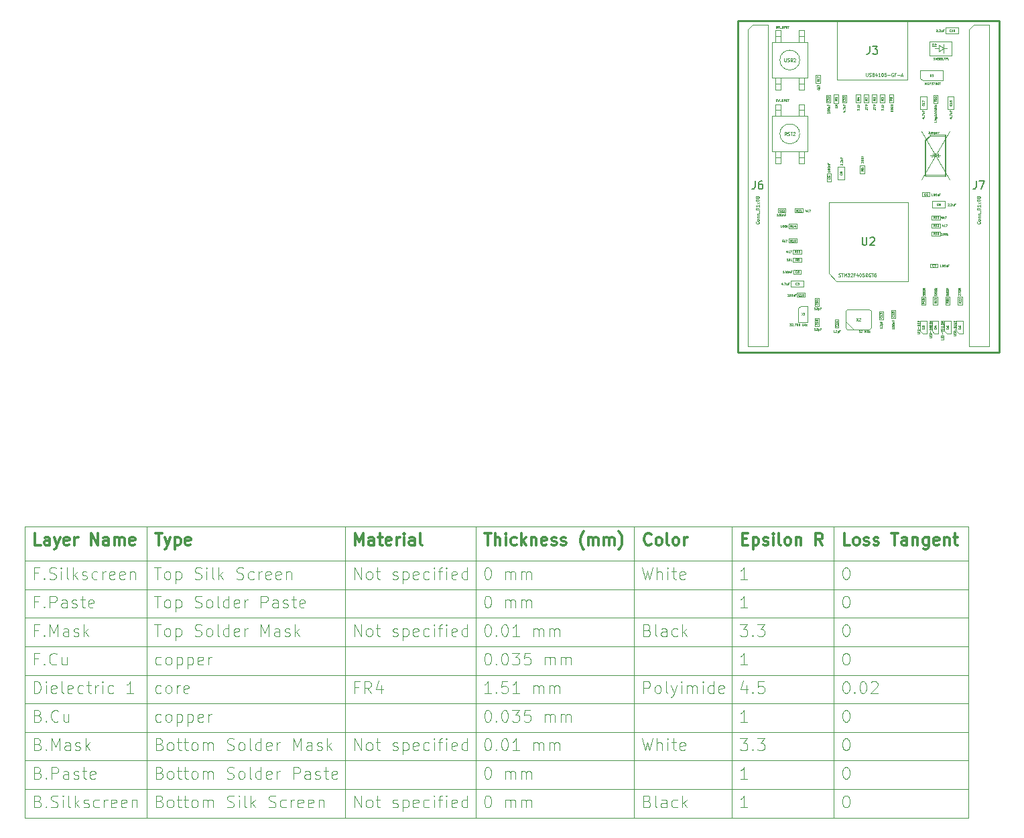
<source format=gbr>
%TF.GenerationSoftware,KiCad,Pcbnew,9.0.0*%
%TF.CreationDate,2025-11-24T16:34:35+00:00*%
%TF.ProjectId,OE PyBoard,4f452050-7942-46f6-9172-642e6b696361,rev?*%
%TF.SameCoordinates,Original*%
%TF.FileFunction,AssemblyDrawing,Top*%
%FSLAX46Y46*%
G04 Gerber Fmt 4.6, Leading zero omitted, Abs format (unit mm)*
G04 Created by KiCad (PCBNEW 9.0.0) date 2025-11-24 16:34:35*
%MOMM*%
%LPD*%
G01*
G04 APERTURE LIST*
%ADD10C,0.100000*%
%ADD11C,0.300000*%
%ADD12C,0.040000*%
%ADD13C,0.200000*%
%ADD14C,0.070000*%
%ADD15C,0.080000*%
%TA.AperFunction,Profile*%
%ADD16C,0.230000*%
%TD*%
G04 APERTURE END LIST*
D10*
X112412001Y-158214000D02*
X112412001Y-194976000D01*
X75883428Y-158214000D02*
X75883428Y-194976000D01*
X35426286Y-173340000D02*
X154612003Y-173340000D01*
X154612003Y-158214000D02*
X154612003Y-194976000D01*
X35426286Y-162522000D02*
X154612003Y-162522000D01*
X35426286Y-169734000D02*
X154612003Y-169734000D01*
X35426286Y-184158000D02*
X154612003Y-184158000D01*
X137654859Y-158214000D02*
X137654859Y-194976000D01*
X124769144Y-158214000D02*
X124769144Y-194976000D01*
X35426286Y-176946000D02*
X154612003Y-176946000D01*
X35426286Y-191370000D02*
X154612003Y-191370000D01*
X92383429Y-158214000D02*
X92383429Y-194976000D01*
X50812000Y-158214000D02*
X50812000Y-194976000D01*
X35426286Y-166128000D02*
X154612003Y-166128000D01*
X35426286Y-194976000D02*
X154612003Y-194976000D01*
X35426286Y-158214000D02*
X154612003Y-158214000D01*
X35426286Y-158214000D02*
X35426286Y-194976000D01*
X35426286Y-187764000D02*
X154612003Y-187764000D01*
X35426286Y-180552000D02*
X154612003Y-180552000D01*
X77056359Y-186474228D02*
X77056359Y-184974228D01*
X77056359Y-184974228D02*
X77913502Y-186474228D01*
X77913502Y-186474228D02*
X77913502Y-184974228D01*
X78842074Y-186474228D02*
X78699217Y-186402800D01*
X78699217Y-186402800D02*
X78627788Y-186331371D01*
X78627788Y-186331371D02*
X78556360Y-186188514D01*
X78556360Y-186188514D02*
X78556360Y-185759942D01*
X78556360Y-185759942D02*
X78627788Y-185617085D01*
X78627788Y-185617085D02*
X78699217Y-185545657D01*
X78699217Y-185545657D02*
X78842074Y-185474228D01*
X78842074Y-185474228D02*
X79056360Y-185474228D01*
X79056360Y-185474228D02*
X79199217Y-185545657D01*
X79199217Y-185545657D02*
X79270646Y-185617085D01*
X79270646Y-185617085D02*
X79342074Y-185759942D01*
X79342074Y-185759942D02*
X79342074Y-186188514D01*
X79342074Y-186188514D02*
X79270646Y-186331371D01*
X79270646Y-186331371D02*
X79199217Y-186402800D01*
X79199217Y-186402800D02*
X79056360Y-186474228D01*
X79056360Y-186474228D02*
X78842074Y-186474228D01*
X79770646Y-185474228D02*
X80342074Y-185474228D01*
X79984931Y-184974228D02*
X79984931Y-186259942D01*
X79984931Y-186259942D02*
X80056360Y-186402800D01*
X80056360Y-186402800D02*
X80199217Y-186474228D01*
X80199217Y-186474228D02*
X80342074Y-186474228D01*
X81913503Y-186402800D02*
X82056360Y-186474228D01*
X82056360Y-186474228D02*
X82342074Y-186474228D01*
X82342074Y-186474228D02*
X82484931Y-186402800D01*
X82484931Y-186402800D02*
X82556360Y-186259942D01*
X82556360Y-186259942D02*
X82556360Y-186188514D01*
X82556360Y-186188514D02*
X82484931Y-186045657D01*
X82484931Y-186045657D02*
X82342074Y-185974228D01*
X82342074Y-185974228D02*
X82127789Y-185974228D01*
X82127789Y-185974228D02*
X81984931Y-185902800D01*
X81984931Y-185902800D02*
X81913503Y-185759942D01*
X81913503Y-185759942D02*
X81913503Y-185688514D01*
X81913503Y-185688514D02*
X81984931Y-185545657D01*
X81984931Y-185545657D02*
X82127789Y-185474228D01*
X82127789Y-185474228D02*
X82342074Y-185474228D01*
X82342074Y-185474228D02*
X82484931Y-185545657D01*
X83199217Y-185474228D02*
X83199217Y-186974228D01*
X83199217Y-185545657D02*
X83342075Y-185474228D01*
X83342075Y-185474228D02*
X83627789Y-185474228D01*
X83627789Y-185474228D02*
X83770646Y-185545657D01*
X83770646Y-185545657D02*
X83842075Y-185617085D01*
X83842075Y-185617085D02*
X83913503Y-185759942D01*
X83913503Y-185759942D02*
X83913503Y-186188514D01*
X83913503Y-186188514D02*
X83842075Y-186331371D01*
X83842075Y-186331371D02*
X83770646Y-186402800D01*
X83770646Y-186402800D02*
X83627789Y-186474228D01*
X83627789Y-186474228D02*
X83342075Y-186474228D01*
X83342075Y-186474228D02*
X83199217Y-186402800D01*
X85127789Y-186402800D02*
X84984932Y-186474228D01*
X84984932Y-186474228D02*
X84699218Y-186474228D01*
X84699218Y-186474228D02*
X84556360Y-186402800D01*
X84556360Y-186402800D02*
X84484932Y-186259942D01*
X84484932Y-186259942D02*
X84484932Y-185688514D01*
X84484932Y-185688514D02*
X84556360Y-185545657D01*
X84556360Y-185545657D02*
X84699218Y-185474228D01*
X84699218Y-185474228D02*
X84984932Y-185474228D01*
X84984932Y-185474228D02*
X85127789Y-185545657D01*
X85127789Y-185545657D02*
X85199218Y-185688514D01*
X85199218Y-185688514D02*
X85199218Y-185831371D01*
X85199218Y-185831371D02*
X84484932Y-185974228D01*
X86484932Y-186402800D02*
X86342074Y-186474228D01*
X86342074Y-186474228D02*
X86056360Y-186474228D01*
X86056360Y-186474228D02*
X85913503Y-186402800D01*
X85913503Y-186402800D02*
X85842074Y-186331371D01*
X85842074Y-186331371D02*
X85770646Y-186188514D01*
X85770646Y-186188514D02*
X85770646Y-185759942D01*
X85770646Y-185759942D02*
X85842074Y-185617085D01*
X85842074Y-185617085D02*
X85913503Y-185545657D01*
X85913503Y-185545657D02*
X86056360Y-185474228D01*
X86056360Y-185474228D02*
X86342074Y-185474228D01*
X86342074Y-185474228D02*
X86484932Y-185545657D01*
X87127788Y-186474228D02*
X87127788Y-185474228D01*
X87127788Y-184974228D02*
X87056360Y-185045657D01*
X87056360Y-185045657D02*
X87127788Y-185117085D01*
X87127788Y-185117085D02*
X87199217Y-185045657D01*
X87199217Y-185045657D02*
X87127788Y-184974228D01*
X87127788Y-184974228D02*
X87127788Y-185117085D01*
X87627789Y-185474228D02*
X88199217Y-185474228D01*
X87842074Y-186474228D02*
X87842074Y-185188514D01*
X87842074Y-185188514D02*
X87913503Y-185045657D01*
X87913503Y-185045657D02*
X88056360Y-184974228D01*
X88056360Y-184974228D02*
X88199217Y-184974228D01*
X88699217Y-186474228D02*
X88699217Y-185474228D01*
X88699217Y-184974228D02*
X88627789Y-185045657D01*
X88627789Y-185045657D02*
X88699217Y-185117085D01*
X88699217Y-185117085D02*
X88770646Y-185045657D01*
X88770646Y-185045657D02*
X88699217Y-184974228D01*
X88699217Y-184974228D02*
X88699217Y-185117085D01*
X89984932Y-186402800D02*
X89842075Y-186474228D01*
X89842075Y-186474228D02*
X89556361Y-186474228D01*
X89556361Y-186474228D02*
X89413503Y-186402800D01*
X89413503Y-186402800D02*
X89342075Y-186259942D01*
X89342075Y-186259942D02*
X89342075Y-185688514D01*
X89342075Y-185688514D02*
X89413503Y-185545657D01*
X89413503Y-185545657D02*
X89556361Y-185474228D01*
X89556361Y-185474228D02*
X89842075Y-185474228D01*
X89842075Y-185474228D02*
X89984932Y-185545657D01*
X89984932Y-185545657D02*
X90056361Y-185688514D01*
X90056361Y-185688514D02*
X90056361Y-185831371D01*
X90056361Y-185831371D02*
X89342075Y-185974228D01*
X91342075Y-186474228D02*
X91342075Y-184974228D01*
X91342075Y-186402800D02*
X91199217Y-186474228D01*
X91199217Y-186474228D02*
X90913503Y-186474228D01*
X90913503Y-186474228D02*
X90770646Y-186402800D01*
X90770646Y-186402800D02*
X90699217Y-186331371D01*
X90699217Y-186331371D02*
X90627789Y-186188514D01*
X90627789Y-186188514D02*
X90627789Y-185759942D01*
X90627789Y-185759942D02*
X90699217Y-185617085D01*
X90699217Y-185617085D02*
X90770646Y-185545657D01*
X90770646Y-185545657D02*
X90913503Y-185474228D01*
X90913503Y-185474228D02*
X91199217Y-185474228D01*
X91199217Y-185474228D02*
X91342075Y-185545657D01*
X126727790Y-182868228D02*
X125870647Y-182868228D01*
X126299218Y-182868228D02*
X126299218Y-181368228D01*
X126299218Y-181368228D02*
X126156361Y-181582514D01*
X126156361Y-181582514D02*
X126013504Y-181725371D01*
X126013504Y-181725371D02*
X125870647Y-181796800D01*
X51770646Y-163338228D02*
X52627789Y-163338228D01*
X52199217Y-164838228D02*
X52199217Y-163338228D01*
X53342074Y-164838228D02*
X53199217Y-164766800D01*
X53199217Y-164766800D02*
X53127788Y-164695371D01*
X53127788Y-164695371D02*
X53056360Y-164552514D01*
X53056360Y-164552514D02*
X53056360Y-164123942D01*
X53056360Y-164123942D02*
X53127788Y-163981085D01*
X53127788Y-163981085D02*
X53199217Y-163909657D01*
X53199217Y-163909657D02*
X53342074Y-163838228D01*
X53342074Y-163838228D02*
X53556360Y-163838228D01*
X53556360Y-163838228D02*
X53699217Y-163909657D01*
X53699217Y-163909657D02*
X53770646Y-163981085D01*
X53770646Y-163981085D02*
X53842074Y-164123942D01*
X53842074Y-164123942D02*
X53842074Y-164552514D01*
X53842074Y-164552514D02*
X53770646Y-164695371D01*
X53770646Y-164695371D02*
X53699217Y-164766800D01*
X53699217Y-164766800D02*
X53556360Y-164838228D01*
X53556360Y-164838228D02*
X53342074Y-164838228D01*
X54484931Y-163838228D02*
X54484931Y-165338228D01*
X54484931Y-163909657D02*
X54627789Y-163838228D01*
X54627789Y-163838228D02*
X54913503Y-163838228D01*
X54913503Y-163838228D02*
X55056360Y-163909657D01*
X55056360Y-163909657D02*
X55127789Y-163981085D01*
X55127789Y-163981085D02*
X55199217Y-164123942D01*
X55199217Y-164123942D02*
X55199217Y-164552514D01*
X55199217Y-164552514D02*
X55127789Y-164695371D01*
X55127789Y-164695371D02*
X55056360Y-164766800D01*
X55056360Y-164766800D02*
X54913503Y-164838228D01*
X54913503Y-164838228D02*
X54627789Y-164838228D01*
X54627789Y-164838228D02*
X54484931Y-164766800D01*
X56913503Y-164766800D02*
X57127789Y-164838228D01*
X57127789Y-164838228D02*
X57484931Y-164838228D01*
X57484931Y-164838228D02*
X57627789Y-164766800D01*
X57627789Y-164766800D02*
X57699217Y-164695371D01*
X57699217Y-164695371D02*
X57770646Y-164552514D01*
X57770646Y-164552514D02*
X57770646Y-164409657D01*
X57770646Y-164409657D02*
X57699217Y-164266800D01*
X57699217Y-164266800D02*
X57627789Y-164195371D01*
X57627789Y-164195371D02*
X57484931Y-164123942D01*
X57484931Y-164123942D02*
X57199217Y-164052514D01*
X57199217Y-164052514D02*
X57056360Y-163981085D01*
X57056360Y-163981085D02*
X56984931Y-163909657D01*
X56984931Y-163909657D02*
X56913503Y-163766800D01*
X56913503Y-163766800D02*
X56913503Y-163623942D01*
X56913503Y-163623942D02*
X56984931Y-163481085D01*
X56984931Y-163481085D02*
X57056360Y-163409657D01*
X57056360Y-163409657D02*
X57199217Y-163338228D01*
X57199217Y-163338228D02*
X57556360Y-163338228D01*
X57556360Y-163338228D02*
X57770646Y-163409657D01*
X58413502Y-164838228D02*
X58413502Y-163838228D01*
X58413502Y-163338228D02*
X58342074Y-163409657D01*
X58342074Y-163409657D02*
X58413502Y-163481085D01*
X58413502Y-163481085D02*
X58484931Y-163409657D01*
X58484931Y-163409657D02*
X58413502Y-163338228D01*
X58413502Y-163338228D02*
X58413502Y-163481085D01*
X59342074Y-164838228D02*
X59199217Y-164766800D01*
X59199217Y-164766800D02*
X59127788Y-164623942D01*
X59127788Y-164623942D02*
X59127788Y-163338228D01*
X59913502Y-164838228D02*
X59913502Y-163338228D01*
X60056360Y-164266800D02*
X60484931Y-164838228D01*
X60484931Y-163838228D02*
X59913502Y-164409657D01*
X62199217Y-164766800D02*
X62413503Y-164838228D01*
X62413503Y-164838228D02*
X62770645Y-164838228D01*
X62770645Y-164838228D02*
X62913503Y-164766800D01*
X62913503Y-164766800D02*
X62984931Y-164695371D01*
X62984931Y-164695371D02*
X63056360Y-164552514D01*
X63056360Y-164552514D02*
X63056360Y-164409657D01*
X63056360Y-164409657D02*
X62984931Y-164266800D01*
X62984931Y-164266800D02*
X62913503Y-164195371D01*
X62913503Y-164195371D02*
X62770645Y-164123942D01*
X62770645Y-164123942D02*
X62484931Y-164052514D01*
X62484931Y-164052514D02*
X62342074Y-163981085D01*
X62342074Y-163981085D02*
X62270645Y-163909657D01*
X62270645Y-163909657D02*
X62199217Y-163766800D01*
X62199217Y-163766800D02*
X62199217Y-163623942D01*
X62199217Y-163623942D02*
X62270645Y-163481085D01*
X62270645Y-163481085D02*
X62342074Y-163409657D01*
X62342074Y-163409657D02*
X62484931Y-163338228D01*
X62484931Y-163338228D02*
X62842074Y-163338228D01*
X62842074Y-163338228D02*
X63056360Y-163409657D01*
X64342074Y-164766800D02*
X64199216Y-164838228D01*
X64199216Y-164838228D02*
X63913502Y-164838228D01*
X63913502Y-164838228D02*
X63770645Y-164766800D01*
X63770645Y-164766800D02*
X63699216Y-164695371D01*
X63699216Y-164695371D02*
X63627788Y-164552514D01*
X63627788Y-164552514D02*
X63627788Y-164123942D01*
X63627788Y-164123942D02*
X63699216Y-163981085D01*
X63699216Y-163981085D02*
X63770645Y-163909657D01*
X63770645Y-163909657D02*
X63913502Y-163838228D01*
X63913502Y-163838228D02*
X64199216Y-163838228D01*
X64199216Y-163838228D02*
X64342074Y-163909657D01*
X64984930Y-164838228D02*
X64984930Y-163838228D01*
X64984930Y-164123942D02*
X65056359Y-163981085D01*
X65056359Y-163981085D02*
X65127788Y-163909657D01*
X65127788Y-163909657D02*
X65270645Y-163838228D01*
X65270645Y-163838228D02*
X65413502Y-163838228D01*
X66484930Y-164766800D02*
X66342073Y-164838228D01*
X66342073Y-164838228D02*
X66056359Y-164838228D01*
X66056359Y-164838228D02*
X65913501Y-164766800D01*
X65913501Y-164766800D02*
X65842073Y-164623942D01*
X65842073Y-164623942D02*
X65842073Y-164052514D01*
X65842073Y-164052514D02*
X65913501Y-163909657D01*
X65913501Y-163909657D02*
X66056359Y-163838228D01*
X66056359Y-163838228D02*
X66342073Y-163838228D01*
X66342073Y-163838228D02*
X66484930Y-163909657D01*
X66484930Y-163909657D02*
X66556359Y-164052514D01*
X66556359Y-164052514D02*
X66556359Y-164195371D01*
X66556359Y-164195371D02*
X65842073Y-164338228D01*
X67770644Y-164766800D02*
X67627787Y-164838228D01*
X67627787Y-164838228D02*
X67342073Y-164838228D01*
X67342073Y-164838228D02*
X67199215Y-164766800D01*
X67199215Y-164766800D02*
X67127787Y-164623942D01*
X67127787Y-164623942D02*
X67127787Y-164052514D01*
X67127787Y-164052514D02*
X67199215Y-163909657D01*
X67199215Y-163909657D02*
X67342073Y-163838228D01*
X67342073Y-163838228D02*
X67627787Y-163838228D01*
X67627787Y-163838228D02*
X67770644Y-163909657D01*
X67770644Y-163909657D02*
X67842073Y-164052514D01*
X67842073Y-164052514D02*
X67842073Y-164195371D01*
X67842073Y-164195371D02*
X67127787Y-164338228D01*
X68484929Y-163838228D02*
X68484929Y-164838228D01*
X68484929Y-163981085D02*
X68556358Y-163909657D01*
X68556358Y-163909657D02*
X68699215Y-163838228D01*
X68699215Y-163838228D02*
X68913501Y-163838228D01*
X68913501Y-163838228D02*
X69056358Y-163909657D01*
X69056358Y-163909657D02*
X69127787Y-164052514D01*
X69127787Y-164052514D02*
X69127787Y-164838228D01*
X77056359Y-193686228D02*
X77056359Y-192186228D01*
X77056359Y-192186228D02*
X77913502Y-193686228D01*
X77913502Y-193686228D02*
X77913502Y-192186228D01*
X78842074Y-193686228D02*
X78699217Y-193614800D01*
X78699217Y-193614800D02*
X78627788Y-193543371D01*
X78627788Y-193543371D02*
X78556360Y-193400514D01*
X78556360Y-193400514D02*
X78556360Y-192971942D01*
X78556360Y-192971942D02*
X78627788Y-192829085D01*
X78627788Y-192829085D02*
X78699217Y-192757657D01*
X78699217Y-192757657D02*
X78842074Y-192686228D01*
X78842074Y-192686228D02*
X79056360Y-192686228D01*
X79056360Y-192686228D02*
X79199217Y-192757657D01*
X79199217Y-192757657D02*
X79270646Y-192829085D01*
X79270646Y-192829085D02*
X79342074Y-192971942D01*
X79342074Y-192971942D02*
X79342074Y-193400514D01*
X79342074Y-193400514D02*
X79270646Y-193543371D01*
X79270646Y-193543371D02*
X79199217Y-193614800D01*
X79199217Y-193614800D02*
X79056360Y-193686228D01*
X79056360Y-193686228D02*
X78842074Y-193686228D01*
X79770646Y-192686228D02*
X80342074Y-192686228D01*
X79984931Y-192186228D02*
X79984931Y-193471942D01*
X79984931Y-193471942D02*
X80056360Y-193614800D01*
X80056360Y-193614800D02*
X80199217Y-193686228D01*
X80199217Y-193686228D02*
X80342074Y-193686228D01*
X81913503Y-193614800D02*
X82056360Y-193686228D01*
X82056360Y-193686228D02*
X82342074Y-193686228D01*
X82342074Y-193686228D02*
X82484931Y-193614800D01*
X82484931Y-193614800D02*
X82556360Y-193471942D01*
X82556360Y-193471942D02*
X82556360Y-193400514D01*
X82556360Y-193400514D02*
X82484931Y-193257657D01*
X82484931Y-193257657D02*
X82342074Y-193186228D01*
X82342074Y-193186228D02*
X82127789Y-193186228D01*
X82127789Y-193186228D02*
X81984931Y-193114800D01*
X81984931Y-193114800D02*
X81913503Y-192971942D01*
X81913503Y-192971942D02*
X81913503Y-192900514D01*
X81913503Y-192900514D02*
X81984931Y-192757657D01*
X81984931Y-192757657D02*
X82127789Y-192686228D01*
X82127789Y-192686228D02*
X82342074Y-192686228D01*
X82342074Y-192686228D02*
X82484931Y-192757657D01*
X83199217Y-192686228D02*
X83199217Y-194186228D01*
X83199217Y-192757657D02*
X83342075Y-192686228D01*
X83342075Y-192686228D02*
X83627789Y-192686228D01*
X83627789Y-192686228D02*
X83770646Y-192757657D01*
X83770646Y-192757657D02*
X83842075Y-192829085D01*
X83842075Y-192829085D02*
X83913503Y-192971942D01*
X83913503Y-192971942D02*
X83913503Y-193400514D01*
X83913503Y-193400514D02*
X83842075Y-193543371D01*
X83842075Y-193543371D02*
X83770646Y-193614800D01*
X83770646Y-193614800D02*
X83627789Y-193686228D01*
X83627789Y-193686228D02*
X83342075Y-193686228D01*
X83342075Y-193686228D02*
X83199217Y-193614800D01*
X85127789Y-193614800D02*
X84984932Y-193686228D01*
X84984932Y-193686228D02*
X84699218Y-193686228D01*
X84699218Y-193686228D02*
X84556360Y-193614800D01*
X84556360Y-193614800D02*
X84484932Y-193471942D01*
X84484932Y-193471942D02*
X84484932Y-192900514D01*
X84484932Y-192900514D02*
X84556360Y-192757657D01*
X84556360Y-192757657D02*
X84699218Y-192686228D01*
X84699218Y-192686228D02*
X84984932Y-192686228D01*
X84984932Y-192686228D02*
X85127789Y-192757657D01*
X85127789Y-192757657D02*
X85199218Y-192900514D01*
X85199218Y-192900514D02*
X85199218Y-193043371D01*
X85199218Y-193043371D02*
X84484932Y-193186228D01*
X86484932Y-193614800D02*
X86342074Y-193686228D01*
X86342074Y-193686228D02*
X86056360Y-193686228D01*
X86056360Y-193686228D02*
X85913503Y-193614800D01*
X85913503Y-193614800D02*
X85842074Y-193543371D01*
X85842074Y-193543371D02*
X85770646Y-193400514D01*
X85770646Y-193400514D02*
X85770646Y-192971942D01*
X85770646Y-192971942D02*
X85842074Y-192829085D01*
X85842074Y-192829085D02*
X85913503Y-192757657D01*
X85913503Y-192757657D02*
X86056360Y-192686228D01*
X86056360Y-192686228D02*
X86342074Y-192686228D01*
X86342074Y-192686228D02*
X86484932Y-192757657D01*
X87127788Y-193686228D02*
X87127788Y-192686228D01*
X87127788Y-192186228D02*
X87056360Y-192257657D01*
X87056360Y-192257657D02*
X87127788Y-192329085D01*
X87127788Y-192329085D02*
X87199217Y-192257657D01*
X87199217Y-192257657D02*
X87127788Y-192186228D01*
X87127788Y-192186228D02*
X87127788Y-192329085D01*
X87627789Y-192686228D02*
X88199217Y-192686228D01*
X87842074Y-193686228D02*
X87842074Y-192400514D01*
X87842074Y-192400514D02*
X87913503Y-192257657D01*
X87913503Y-192257657D02*
X88056360Y-192186228D01*
X88056360Y-192186228D02*
X88199217Y-192186228D01*
X88699217Y-193686228D02*
X88699217Y-192686228D01*
X88699217Y-192186228D02*
X88627789Y-192257657D01*
X88627789Y-192257657D02*
X88699217Y-192329085D01*
X88699217Y-192329085D02*
X88770646Y-192257657D01*
X88770646Y-192257657D02*
X88699217Y-192186228D01*
X88699217Y-192186228D02*
X88699217Y-192329085D01*
X89984932Y-193614800D02*
X89842075Y-193686228D01*
X89842075Y-193686228D02*
X89556361Y-193686228D01*
X89556361Y-193686228D02*
X89413503Y-193614800D01*
X89413503Y-193614800D02*
X89342075Y-193471942D01*
X89342075Y-193471942D02*
X89342075Y-192900514D01*
X89342075Y-192900514D02*
X89413503Y-192757657D01*
X89413503Y-192757657D02*
X89556361Y-192686228D01*
X89556361Y-192686228D02*
X89842075Y-192686228D01*
X89842075Y-192686228D02*
X89984932Y-192757657D01*
X89984932Y-192757657D02*
X90056361Y-192900514D01*
X90056361Y-192900514D02*
X90056361Y-193043371D01*
X90056361Y-193043371D02*
X89342075Y-193186228D01*
X91342075Y-193686228D02*
X91342075Y-192186228D01*
X91342075Y-193614800D02*
X91199217Y-193686228D01*
X91199217Y-193686228D02*
X90913503Y-193686228D01*
X90913503Y-193686228D02*
X90770646Y-193614800D01*
X90770646Y-193614800D02*
X90699217Y-193543371D01*
X90699217Y-193543371D02*
X90627789Y-193400514D01*
X90627789Y-193400514D02*
X90627789Y-192971942D01*
X90627789Y-192971942D02*
X90699217Y-192829085D01*
X90699217Y-192829085D02*
X90770646Y-192757657D01*
X90770646Y-192757657D02*
X90913503Y-192686228D01*
X90913503Y-192686228D02*
X91199217Y-192686228D01*
X91199217Y-192686228D02*
X91342075Y-192757657D01*
X93842075Y-170550228D02*
X93984932Y-170550228D01*
X93984932Y-170550228D02*
X94127789Y-170621657D01*
X94127789Y-170621657D02*
X94199218Y-170693085D01*
X94199218Y-170693085D02*
X94270646Y-170835942D01*
X94270646Y-170835942D02*
X94342075Y-171121657D01*
X94342075Y-171121657D02*
X94342075Y-171478800D01*
X94342075Y-171478800D02*
X94270646Y-171764514D01*
X94270646Y-171764514D02*
X94199218Y-171907371D01*
X94199218Y-171907371D02*
X94127789Y-171978800D01*
X94127789Y-171978800D02*
X93984932Y-172050228D01*
X93984932Y-172050228D02*
X93842075Y-172050228D01*
X93842075Y-172050228D02*
X93699218Y-171978800D01*
X93699218Y-171978800D02*
X93627789Y-171907371D01*
X93627789Y-171907371D02*
X93556360Y-171764514D01*
X93556360Y-171764514D02*
X93484932Y-171478800D01*
X93484932Y-171478800D02*
X93484932Y-171121657D01*
X93484932Y-171121657D02*
X93556360Y-170835942D01*
X93556360Y-170835942D02*
X93627789Y-170693085D01*
X93627789Y-170693085D02*
X93699218Y-170621657D01*
X93699218Y-170621657D02*
X93842075Y-170550228D01*
X94984931Y-171907371D02*
X95056360Y-171978800D01*
X95056360Y-171978800D02*
X94984931Y-172050228D01*
X94984931Y-172050228D02*
X94913503Y-171978800D01*
X94913503Y-171978800D02*
X94984931Y-171907371D01*
X94984931Y-171907371D02*
X94984931Y-172050228D01*
X95984932Y-170550228D02*
X96127789Y-170550228D01*
X96127789Y-170550228D02*
X96270646Y-170621657D01*
X96270646Y-170621657D02*
X96342075Y-170693085D01*
X96342075Y-170693085D02*
X96413503Y-170835942D01*
X96413503Y-170835942D02*
X96484932Y-171121657D01*
X96484932Y-171121657D02*
X96484932Y-171478800D01*
X96484932Y-171478800D02*
X96413503Y-171764514D01*
X96413503Y-171764514D02*
X96342075Y-171907371D01*
X96342075Y-171907371D02*
X96270646Y-171978800D01*
X96270646Y-171978800D02*
X96127789Y-172050228D01*
X96127789Y-172050228D02*
X95984932Y-172050228D01*
X95984932Y-172050228D02*
X95842075Y-171978800D01*
X95842075Y-171978800D02*
X95770646Y-171907371D01*
X95770646Y-171907371D02*
X95699217Y-171764514D01*
X95699217Y-171764514D02*
X95627789Y-171478800D01*
X95627789Y-171478800D02*
X95627789Y-171121657D01*
X95627789Y-171121657D02*
X95699217Y-170835942D01*
X95699217Y-170835942D02*
X95770646Y-170693085D01*
X95770646Y-170693085D02*
X95842075Y-170621657D01*
X95842075Y-170621657D02*
X95984932Y-170550228D01*
X97913503Y-172050228D02*
X97056360Y-172050228D01*
X97484931Y-172050228D02*
X97484931Y-170550228D01*
X97484931Y-170550228D02*
X97342074Y-170764514D01*
X97342074Y-170764514D02*
X97199217Y-170907371D01*
X97199217Y-170907371D02*
X97056360Y-170978800D01*
X99699216Y-172050228D02*
X99699216Y-171050228D01*
X99699216Y-171193085D02*
X99770645Y-171121657D01*
X99770645Y-171121657D02*
X99913502Y-171050228D01*
X99913502Y-171050228D02*
X100127788Y-171050228D01*
X100127788Y-171050228D02*
X100270645Y-171121657D01*
X100270645Y-171121657D02*
X100342074Y-171264514D01*
X100342074Y-171264514D02*
X100342074Y-172050228D01*
X100342074Y-171264514D02*
X100413502Y-171121657D01*
X100413502Y-171121657D02*
X100556359Y-171050228D01*
X100556359Y-171050228D02*
X100770645Y-171050228D01*
X100770645Y-171050228D02*
X100913502Y-171121657D01*
X100913502Y-171121657D02*
X100984931Y-171264514D01*
X100984931Y-171264514D02*
X100984931Y-172050228D01*
X101699216Y-172050228D02*
X101699216Y-171050228D01*
X101699216Y-171193085D02*
X101770645Y-171121657D01*
X101770645Y-171121657D02*
X101913502Y-171050228D01*
X101913502Y-171050228D02*
X102127788Y-171050228D01*
X102127788Y-171050228D02*
X102270645Y-171121657D01*
X102270645Y-171121657D02*
X102342074Y-171264514D01*
X102342074Y-171264514D02*
X102342074Y-172050228D01*
X102342074Y-171264514D02*
X102413502Y-171121657D01*
X102413502Y-171121657D02*
X102556359Y-171050228D01*
X102556359Y-171050228D02*
X102770645Y-171050228D01*
X102770645Y-171050228D02*
X102913502Y-171121657D01*
X102913502Y-171121657D02*
X102984931Y-171264514D01*
X102984931Y-171264514D02*
X102984931Y-172050228D01*
X93842075Y-181368228D02*
X93984932Y-181368228D01*
X93984932Y-181368228D02*
X94127789Y-181439657D01*
X94127789Y-181439657D02*
X94199218Y-181511085D01*
X94199218Y-181511085D02*
X94270646Y-181653942D01*
X94270646Y-181653942D02*
X94342075Y-181939657D01*
X94342075Y-181939657D02*
X94342075Y-182296800D01*
X94342075Y-182296800D02*
X94270646Y-182582514D01*
X94270646Y-182582514D02*
X94199218Y-182725371D01*
X94199218Y-182725371D02*
X94127789Y-182796800D01*
X94127789Y-182796800D02*
X93984932Y-182868228D01*
X93984932Y-182868228D02*
X93842075Y-182868228D01*
X93842075Y-182868228D02*
X93699218Y-182796800D01*
X93699218Y-182796800D02*
X93627789Y-182725371D01*
X93627789Y-182725371D02*
X93556360Y-182582514D01*
X93556360Y-182582514D02*
X93484932Y-182296800D01*
X93484932Y-182296800D02*
X93484932Y-181939657D01*
X93484932Y-181939657D02*
X93556360Y-181653942D01*
X93556360Y-181653942D02*
X93627789Y-181511085D01*
X93627789Y-181511085D02*
X93699218Y-181439657D01*
X93699218Y-181439657D02*
X93842075Y-181368228D01*
X94984931Y-182725371D02*
X95056360Y-182796800D01*
X95056360Y-182796800D02*
X94984931Y-182868228D01*
X94984931Y-182868228D02*
X94913503Y-182796800D01*
X94913503Y-182796800D02*
X94984931Y-182725371D01*
X94984931Y-182725371D02*
X94984931Y-182868228D01*
X95984932Y-181368228D02*
X96127789Y-181368228D01*
X96127789Y-181368228D02*
X96270646Y-181439657D01*
X96270646Y-181439657D02*
X96342075Y-181511085D01*
X96342075Y-181511085D02*
X96413503Y-181653942D01*
X96413503Y-181653942D02*
X96484932Y-181939657D01*
X96484932Y-181939657D02*
X96484932Y-182296800D01*
X96484932Y-182296800D02*
X96413503Y-182582514D01*
X96413503Y-182582514D02*
X96342075Y-182725371D01*
X96342075Y-182725371D02*
X96270646Y-182796800D01*
X96270646Y-182796800D02*
X96127789Y-182868228D01*
X96127789Y-182868228D02*
X95984932Y-182868228D01*
X95984932Y-182868228D02*
X95842075Y-182796800D01*
X95842075Y-182796800D02*
X95770646Y-182725371D01*
X95770646Y-182725371D02*
X95699217Y-182582514D01*
X95699217Y-182582514D02*
X95627789Y-182296800D01*
X95627789Y-182296800D02*
X95627789Y-181939657D01*
X95627789Y-181939657D02*
X95699217Y-181653942D01*
X95699217Y-181653942D02*
X95770646Y-181511085D01*
X95770646Y-181511085D02*
X95842075Y-181439657D01*
X95842075Y-181439657D02*
X95984932Y-181368228D01*
X96984931Y-181368228D02*
X97913503Y-181368228D01*
X97913503Y-181368228D02*
X97413503Y-181939657D01*
X97413503Y-181939657D02*
X97627788Y-181939657D01*
X97627788Y-181939657D02*
X97770646Y-182011085D01*
X97770646Y-182011085D02*
X97842074Y-182082514D01*
X97842074Y-182082514D02*
X97913503Y-182225371D01*
X97913503Y-182225371D02*
X97913503Y-182582514D01*
X97913503Y-182582514D02*
X97842074Y-182725371D01*
X97842074Y-182725371D02*
X97770646Y-182796800D01*
X97770646Y-182796800D02*
X97627788Y-182868228D01*
X97627788Y-182868228D02*
X97199217Y-182868228D01*
X97199217Y-182868228D02*
X97056360Y-182796800D01*
X97056360Y-182796800D02*
X96984931Y-182725371D01*
X99270645Y-181368228D02*
X98556359Y-181368228D01*
X98556359Y-181368228D02*
X98484931Y-182082514D01*
X98484931Y-182082514D02*
X98556359Y-182011085D01*
X98556359Y-182011085D02*
X98699217Y-181939657D01*
X98699217Y-181939657D02*
X99056359Y-181939657D01*
X99056359Y-181939657D02*
X99199217Y-182011085D01*
X99199217Y-182011085D02*
X99270645Y-182082514D01*
X99270645Y-182082514D02*
X99342074Y-182225371D01*
X99342074Y-182225371D02*
X99342074Y-182582514D01*
X99342074Y-182582514D02*
X99270645Y-182725371D01*
X99270645Y-182725371D02*
X99199217Y-182796800D01*
X99199217Y-182796800D02*
X99056359Y-182868228D01*
X99056359Y-182868228D02*
X98699217Y-182868228D01*
X98699217Y-182868228D02*
X98556359Y-182796800D01*
X98556359Y-182796800D02*
X98484931Y-182725371D01*
X101127787Y-182868228D02*
X101127787Y-181868228D01*
X101127787Y-182011085D02*
X101199216Y-181939657D01*
X101199216Y-181939657D02*
X101342073Y-181868228D01*
X101342073Y-181868228D02*
X101556359Y-181868228D01*
X101556359Y-181868228D02*
X101699216Y-181939657D01*
X101699216Y-181939657D02*
X101770645Y-182082514D01*
X101770645Y-182082514D02*
X101770645Y-182868228D01*
X101770645Y-182082514D02*
X101842073Y-181939657D01*
X101842073Y-181939657D02*
X101984930Y-181868228D01*
X101984930Y-181868228D02*
X102199216Y-181868228D01*
X102199216Y-181868228D02*
X102342073Y-181939657D01*
X102342073Y-181939657D02*
X102413502Y-182082514D01*
X102413502Y-182082514D02*
X102413502Y-182868228D01*
X103127787Y-182868228D02*
X103127787Y-181868228D01*
X103127787Y-182011085D02*
X103199216Y-181939657D01*
X103199216Y-181939657D02*
X103342073Y-181868228D01*
X103342073Y-181868228D02*
X103556359Y-181868228D01*
X103556359Y-181868228D02*
X103699216Y-181939657D01*
X103699216Y-181939657D02*
X103770645Y-182082514D01*
X103770645Y-182082514D02*
X103770645Y-182868228D01*
X103770645Y-182082514D02*
X103842073Y-181939657D01*
X103842073Y-181939657D02*
X103984930Y-181868228D01*
X103984930Y-181868228D02*
X104199216Y-181868228D01*
X104199216Y-181868228D02*
X104342073Y-181939657D01*
X104342073Y-181939657D02*
X104413502Y-182082514D01*
X104413502Y-182082514D02*
X104413502Y-182868228D01*
X37099217Y-171264514D02*
X36599217Y-171264514D01*
X36599217Y-172050228D02*
X36599217Y-170550228D01*
X36599217Y-170550228D02*
X37313503Y-170550228D01*
X37884931Y-171907371D02*
X37956360Y-171978800D01*
X37956360Y-171978800D02*
X37884931Y-172050228D01*
X37884931Y-172050228D02*
X37813503Y-171978800D01*
X37813503Y-171978800D02*
X37884931Y-171907371D01*
X37884931Y-171907371D02*
X37884931Y-172050228D01*
X38599217Y-172050228D02*
X38599217Y-170550228D01*
X38599217Y-170550228D02*
X39099217Y-171621657D01*
X39099217Y-171621657D02*
X39599217Y-170550228D01*
X39599217Y-170550228D02*
X39599217Y-172050228D01*
X40956361Y-172050228D02*
X40956361Y-171264514D01*
X40956361Y-171264514D02*
X40884932Y-171121657D01*
X40884932Y-171121657D02*
X40742075Y-171050228D01*
X40742075Y-171050228D02*
X40456361Y-171050228D01*
X40456361Y-171050228D02*
X40313503Y-171121657D01*
X40956361Y-171978800D02*
X40813503Y-172050228D01*
X40813503Y-172050228D02*
X40456361Y-172050228D01*
X40456361Y-172050228D02*
X40313503Y-171978800D01*
X40313503Y-171978800D02*
X40242075Y-171835942D01*
X40242075Y-171835942D02*
X40242075Y-171693085D01*
X40242075Y-171693085D02*
X40313503Y-171550228D01*
X40313503Y-171550228D02*
X40456361Y-171478800D01*
X40456361Y-171478800D02*
X40813503Y-171478800D01*
X40813503Y-171478800D02*
X40956361Y-171407371D01*
X41599218Y-171978800D02*
X41742075Y-172050228D01*
X41742075Y-172050228D02*
X42027789Y-172050228D01*
X42027789Y-172050228D02*
X42170646Y-171978800D01*
X42170646Y-171978800D02*
X42242075Y-171835942D01*
X42242075Y-171835942D02*
X42242075Y-171764514D01*
X42242075Y-171764514D02*
X42170646Y-171621657D01*
X42170646Y-171621657D02*
X42027789Y-171550228D01*
X42027789Y-171550228D02*
X41813504Y-171550228D01*
X41813504Y-171550228D02*
X41670646Y-171478800D01*
X41670646Y-171478800D02*
X41599218Y-171335942D01*
X41599218Y-171335942D02*
X41599218Y-171264514D01*
X41599218Y-171264514D02*
X41670646Y-171121657D01*
X41670646Y-171121657D02*
X41813504Y-171050228D01*
X41813504Y-171050228D02*
X42027789Y-171050228D01*
X42027789Y-171050228D02*
X42170646Y-171121657D01*
X42884932Y-172050228D02*
X42884932Y-170550228D01*
X43027790Y-171478800D02*
X43456361Y-172050228D01*
X43456361Y-171050228D02*
X42884932Y-171621657D01*
X113584932Y-179262228D02*
X113584932Y-177762228D01*
X113584932Y-177762228D02*
X114156361Y-177762228D01*
X114156361Y-177762228D02*
X114299218Y-177833657D01*
X114299218Y-177833657D02*
X114370647Y-177905085D01*
X114370647Y-177905085D02*
X114442075Y-178047942D01*
X114442075Y-178047942D02*
X114442075Y-178262228D01*
X114442075Y-178262228D02*
X114370647Y-178405085D01*
X114370647Y-178405085D02*
X114299218Y-178476514D01*
X114299218Y-178476514D02*
X114156361Y-178547942D01*
X114156361Y-178547942D02*
X113584932Y-178547942D01*
X115299218Y-179262228D02*
X115156361Y-179190800D01*
X115156361Y-179190800D02*
X115084932Y-179119371D01*
X115084932Y-179119371D02*
X115013504Y-178976514D01*
X115013504Y-178976514D02*
X115013504Y-178547942D01*
X115013504Y-178547942D02*
X115084932Y-178405085D01*
X115084932Y-178405085D02*
X115156361Y-178333657D01*
X115156361Y-178333657D02*
X115299218Y-178262228D01*
X115299218Y-178262228D02*
X115513504Y-178262228D01*
X115513504Y-178262228D02*
X115656361Y-178333657D01*
X115656361Y-178333657D02*
X115727790Y-178405085D01*
X115727790Y-178405085D02*
X115799218Y-178547942D01*
X115799218Y-178547942D02*
X115799218Y-178976514D01*
X115799218Y-178976514D02*
X115727790Y-179119371D01*
X115727790Y-179119371D02*
X115656361Y-179190800D01*
X115656361Y-179190800D02*
X115513504Y-179262228D01*
X115513504Y-179262228D02*
X115299218Y-179262228D01*
X116656361Y-179262228D02*
X116513504Y-179190800D01*
X116513504Y-179190800D02*
X116442075Y-179047942D01*
X116442075Y-179047942D02*
X116442075Y-177762228D01*
X117084932Y-178262228D02*
X117442075Y-179262228D01*
X117799218Y-178262228D02*
X117442075Y-179262228D01*
X117442075Y-179262228D02*
X117299218Y-179619371D01*
X117299218Y-179619371D02*
X117227789Y-179690800D01*
X117227789Y-179690800D02*
X117084932Y-179762228D01*
X118370646Y-179262228D02*
X118370646Y-178262228D01*
X118370646Y-177762228D02*
X118299218Y-177833657D01*
X118299218Y-177833657D02*
X118370646Y-177905085D01*
X118370646Y-177905085D02*
X118442075Y-177833657D01*
X118442075Y-177833657D02*
X118370646Y-177762228D01*
X118370646Y-177762228D02*
X118370646Y-177905085D01*
X119084932Y-179262228D02*
X119084932Y-178262228D01*
X119084932Y-178405085D02*
X119156361Y-178333657D01*
X119156361Y-178333657D02*
X119299218Y-178262228D01*
X119299218Y-178262228D02*
X119513504Y-178262228D01*
X119513504Y-178262228D02*
X119656361Y-178333657D01*
X119656361Y-178333657D02*
X119727790Y-178476514D01*
X119727790Y-178476514D02*
X119727790Y-179262228D01*
X119727790Y-178476514D02*
X119799218Y-178333657D01*
X119799218Y-178333657D02*
X119942075Y-178262228D01*
X119942075Y-178262228D02*
X120156361Y-178262228D01*
X120156361Y-178262228D02*
X120299218Y-178333657D01*
X120299218Y-178333657D02*
X120370647Y-178476514D01*
X120370647Y-178476514D02*
X120370647Y-179262228D01*
X121084932Y-179262228D02*
X121084932Y-178262228D01*
X121084932Y-177762228D02*
X121013504Y-177833657D01*
X121013504Y-177833657D02*
X121084932Y-177905085D01*
X121084932Y-177905085D02*
X121156361Y-177833657D01*
X121156361Y-177833657D02*
X121084932Y-177762228D01*
X121084932Y-177762228D02*
X121084932Y-177905085D01*
X122442076Y-179262228D02*
X122442076Y-177762228D01*
X122442076Y-179190800D02*
X122299218Y-179262228D01*
X122299218Y-179262228D02*
X122013504Y-179262228D01*
X122013504Y-179262228D02*
X121870647Y-179190800D01*
X121870647Y-179190800D02*
X121799218Y-179119371D01*
X121799218Y-179119371D02*
X121727790Y-178976514D01*
X121727790Y-178976514D02*
X121727790Y-178547942D01*
X121727790Y-178547942D02*
X121799218Y-178405085D01*
X121799218Y-178405085D02*
X121870647Y-178333657D01*
X121870647Y-178333657D02*
X122013504Y-178262228D01*
X122013504Y-178262228D02*
X122299218Y-178262228D01*
X122299218Y-178262228D02*
X122442076Y-178333657D01*
X123727790Y-179190800D02*
X123584933Y-179262228D01*
X123584933Y-179262228D02*
X123299219Y-179262228D01*
X123299219Y-179262228D02*
X123156361Y-179190800D01*
X123156361Y-179190800D02*
X123084933Y-179047942D01*
X123084933Y-179047942D02*
X123084933Y-178476514D01*
X123084933Y-178476514D02*
X123156361Y-178333657D01*
X123156361Y-178333657D02*
X123299219Y-178262228D01*
X123299219Y-178262228D02*
X123584933Y-178262228D01*
X123584933Y-178262228D02*
X123727790Y-178333657D01*
X123727790Y-178333657D02*
X123799219Y-178476514D01*
X123799219Y-178476514D02*
X123799219Y-178619371D01*
X123799219Y-178619371D02*
X123084933Y-178762228D01*
X37099217Y-167658514D02*
X36599217Y-167658514D01*
X36599217Y-168444228D02*
X36599217Y-166944228D01*
X36599217Y-166944228D02*
X37313503Y-166944228D01*
X37884931Y-168301371D02*
X37956360Y-168372800D01*
X37956360Y-168372800D02*
X37884931Y-168444228D01*
X37884931Y-168444228D02*
X37813503Y-168372800D01*
X37813503Y-168372800D02*
X37884931Y-168301371D01*
X37884931Y-168301371D02*
X37884931Y-168444228D01*
X38599217Y-168444228D02*
X38599217Y-166944228D01*
X38599217Y-166944228D02*
X39170646Y-166944228D01*
X39170646Y-166944228D02*
X39313503Y-167015657D01*
X39313503Y-167015657D02*
X39384932Y-167087085D01*
X39384932Y-167087085D02*
X39456360Y-167229942D01*
X39456360Y-167229942D02*
X39456360Y-167444228D01*
X39456360Y-167444228D02*
X39384932Y-167587085D01*
X39384932Y-167587085D02*
X39313503Y-167658514D01*
X39313503Y-167658514D02*
X39170646Y-167729942D01*
X39170646Y-167729942D02*
X38599217Y-167729942D01*
X40742075Y-168444228D02*
X40742075Y-167658514D01*
X40742075Y-167658514D02*
X40670646Y-167515657D01*
X40670646Y-167515657D02*
X40527789Y-167444228D01*
X40527789Y-167444228D02*
X40242075Y-167444228D01*
X40242075Y-167444228D02*
X40099217Y-167515657D01*
X40742075Y-168372800D02*
X40599217Y-168444228D01*
X40599217Y-168444228D02*
X40242075Y-168444228D01*
X40242075Y-168444228D02*
X40099217Y-168372800D01*
X40099217Y-168372800D02*
X40027789Y-168229942D01*
X40027789Y-168229942D02*
X40027789Y-168087085D01*
X40027789Y-168087085D02*
X40099217Y-167944228D01*
X40099217Y-167944228D02*
X40242075Y-167872800D01*
X40242075Y-167872800D02*
X40599217Y-167872800D01*
X40599217Y-167872800D02*
X40742075Y-167801371D01*
X41384932Y-168372800D02*
X41527789Y-168444228D01*
X41527789Y-168444228D02*
X41813503Y-168444228D01*
X41813503Y-168444228D02*
X41956360Y-168372800D01*
X41956360Y-168372800D02*
X42027789Y-168229942D01*
X42027789Y-168229942D02*
X42027789Y-168158514D01*
X42027789Y-168158514D02*
X41956360Y-168015657D01*
X41956360Y-168015657D02*
X41813503Y-167944228D01*
X41813503Y-167944228D02*
X41599218Y-167944228D01*
X41599218Y-167944228D02*
X41456360Y-167872800D01*
X41456360Y-167872800D02*
X41384932Y-167729942D01*
X41384932Y-167729942D02*
X41384932Y-167658514D01*
X41384932Y-167658514D02*
X41456360Y-167515657D01*
X41456360Y-167515657D02*
X41599218Y-167444228D01*
X41599218Y-167444228D02*
X41813503Y-167444228D01*
X41813503Y-167444228D02*
X41956360Y-167515657D01*
X42456361Y-167444228D02*
X43027789Y-167444228D01*
X42670646Y-166944228D02*
X42670646Y-168229942D01*
X42670646Y-168229942D02*
X42742075Y-168372800D01*
X42742075Y-168372800D02*
X42884932Y-168444228D01*
X42884932Y-168444228D02*
X43027789Y-168444228D01*
X44099218Y-168372800D02*
X43956361Y-168444228D01*
X43956361Y-168444228D02*
X43670647Y-168444228D01*
X43670647Y-168444228D02*
X43527789Y-168372800D01*
X43527789Y-168372800D02*
X43456361Y-168229942D01*
X43456361Y-168229942D02*
X43456361Y-167658514D01*
X43456361Y-167658514D02*
X43527789Y-167515657D01*
X43527789Y-167515657D02*
X43670647Y-167444228D01*
X43670647Y-167444228D02*
X43956361Y-167444228D01*
X43956361Y-167444228D02*
X44099218Y-167515657D01*
X44099218Y-167515657D02*
X44170647Y-167658514D01*
X44170647Y-167658514D02*
X44170647Y-167801371D01*
X44170647Y-167801371D02*
X43456361Y-167944228D01*
X77056359Y-172050228D02*
X77056359Y-170550228D01*
X77056359Y-170550228D02*
X77913502Y-172050228D01*
X77913502Y-172050228D02*
X77913502Y-170550228D01*
X78842074Y-172050228D02*
X78699217Y-171978800D01*
X78699217Y-171978800D02*
X78627788Y-171907371D01*
X78627788Y-171907371D02*
X78556360Y-171764514D01*
X78556360Y-171764514D02*
X78556360Y-171335942D01*
X78556360Y-171335942D02*
X78627788Y-171193085D01*
X78627788Y-171193085D02*
X78699217Y-171121657D01*
X78699217Y-171121657D02*
X78842074Y-171050228D01*
X78842074Y-171050228D02*
X79056360Y-171050228D01*
X79056360Y-171050228D02*
X79199217Y-171121657D01*
X79199217Y-171121657D02*
X79270646Y-171193085D01*
X79270646Y-171193085D02*
X79342074Y-171335942D01*
X79342074Y-171335942D02*
X79342074Y-171764514D01*
X79342074Y-171764514D02*
X79270646Y-171907371D01*
X79270646Y-171907371D02*
X79199217Y-171978800D01*
X79199217Y-171978800D02*
X79056360Y-172050228D01*
X79056360Y-172050228D02*
X78842074Y-172050228D01*
X79770646Y-171050228D02*
X80342074Y-171050228D01*
X79984931Y-170550228D02*
X79984931Y-171835942D01*
X79984931Y-171835942D02*
X80056360Y-171978800D01*
X80056360Y-171978800D02*
X80199217Y-172050228D01*
X80199217Y-172050228D02*
X80342074Y-172050228D01*
X81913503Y-171978800D02*
X82056360Y-172050228D01*
X82056360Y-172050228D02*
X82342074Y-172050228D01*
X82342074Y-172050228D02*
X82484931Y-171978800D01*
X82484931Y-171978800D02*
X82556360Y-171835942D01*
X82556360Y-171835942D02*
X82556360Y-171764514D01*
X82556360Y-171764514D02*
X82484931Y-171621657D01*
X82484931Y-171621657D02*
X82342074Y-171550228D01*
X82342074Y-171550228D02*
X82127789Y-171550228D01*
X82127789Y-171550228D02*
X81984931Y-171478800D01*
X81984931Y-171478800D02*
X81913503Y-171335942D01*
X81913503Y-171335942D02*
X81913503Y-171264514D01*
X81913503Y-171264514D02*
X81984931Y-171121657D01*
X81984931Y-171121657D02*
X82127789Y-171050228D01*
X82127789Y-171050228D02*
X82342074Y-171050228D01*
X82342074Y-171050228D02*
X82484931Y-171121657D01*
X83199217Y-171050228D02*
X83199217Y-172550228D01*
X83199217Y-171121657D02*
X83342075Y-171050228D01*
X83342075Y-171050228D02*
X83627789Y-171050228D01*
X83627789Y-171050228D02*
X83770646Y-171121657D01*
X83770646Y-171121657D02*
X83842075Y-171193085D01*
X83842075Y-171193085D02*
X83913503Y-171335942D01*
X83913503Y-171335942D02*
X83913503Y-171764514D01*
X83913503Y-171764514D02*
X83842075Y-171907371D01*
X83842075Y-171907371D02*
X83770646Y-171978800D01*
X83770646Y-171978800D02*
X83627789Y-172050228D01*
X83627789Y-172050228D02*
X83342075Y-172050228D01*
X83342075Y-172050228D02*
X83199217Y-171978800D01*
X85127789Y-171978800D02*
X84984932Y-172050228D01*
X84984932Y-172050228D02*
X84699218Y-172050228D01*
X84699218Y-172050228D02*
X84556360Y-171978800D01*
X84556360Y-171978800D02*
X84484932Y-171835942D01*
X84484932Y-171835942D02*
X84484932Y-171264514D01*
X84484932Y-171264514D02*
X84556360Y-171121657D01*
X84556360Y-171121657D02*
X84699218Y-171050228D01*
X84699218Y-171050228D02*
X84984932Y-171050228D01*
X84984932Y-171050228D02*
X85127789Y-171121657D01*
X85127789Y-171121657D02*
X85199218Y-171264514D01*
X85199218Y-171264514D02*
X85199218Y-171407371D01*
X85199218Y-171407371D02*
X84484932Y-171550228D01*
X86484932Y-171978800D02*
X86342074Y-172050228D01*
X86342074Y-172050228D02*
X86056360Y-172050228D01*
X86056360Y-172050228D02*
X85913503Y-171978800D01*
X85913503Y-171978800D02*
X85842074Y-171907371D01*
X85842074Y-171907371D02*
X85770646Y-171764514D01*
X85770646Y-171764514D02*
X85770646Y-171335942D01*
X85770646Y-171335942D02*
X85842074Y-171193085D01*
X85842074Y-171193085D02*
X85913503Y-171121657D01*
X85913503Y-171121657D02*
X86056360Y-171050228D01*
X86056360Y-171050228D02*
X86342074Y-171050228D01*
X86342074Y-171050228D02*
X86484932Y-171121657D01*
X87127788Y-172050228D02*
X87127788Y-171050228D01*
X87127788Y-170550228D02*
X87056360Y-170621657D01*
X87056360Y-170621657D02*
X87127788Y-170693085D01*
X87127788Y-170693085D02*
X87199217Y-170621657D01*
X87199217Y-170621657D02*
X87127788Y-170550228D01*
X87127788Y-170550228D02*
X87127788Y-170693085D01*
X87627789Y-171050228D02*
X88199217Y-171050228D01*
X87842074Y-172050228D02*
X87842074Y-170764514D01*
X87842074Y-170764514D02*
X87913503Y-170621657D01*
X87913503Y-170621657D02*
X88056360Y-170550228D01*
X88056360Y-170550228D02*
X88199217Y-170550228D01*
X88699217Y-172050228D02*
X88699217Y-171050228D01*
X88699217Y-170550228D02*
X88627789Y-170621657D01*
X88627789Y-170621657D02*
X88699217Y-170693085D01*
X88699217Y-170693085D02*
X88770646Y-170621657D01*
X88770646Y-170621657D02*
X88699217Y-170550228D01*
X88699217Y-170550228D02*
X88699217Y-170693085D01*
X89984932Y-171978800D02*
X89842075Y-172050228D01*
X89842075Y-172050228D02*
X89556361Y-172050228D01*
X89556361Y-172050228D02*
X89413503Y-171978800D01*
X89413503Y-171978800D02*
X89342075Y-171835942D01*
X89342075Y-171835942D02*
X89342075Y-171264514D01*
X89342075Y-171264514D02*
X89413503Y-171121657D01*
X89413503Y-171121657D02*
X89556361Y-171050228D01*
X89556361Y-171050228D02*
X89842075Y-171050228D01*
X89842075Y-171050228D02*
X89984932Y-171121657D01*
X89984932Y-171121657D02*
X90056361Y-171264514D01*
X90056361Y-171264514D02*
X90056361Y-171407371D01*
X90056361Y-171407371D02*
X89342075Y-171550228D01*
X91342075Y-172050228D02*
X91342075Y-170550228D01*
X91342075Y-171978800D02*
X91199217Y-172050228D01*
X91199217Y-172050228D02*
X90913503Y-172050228D01*
X90913503Y-172050228D02*
X90770646Y-171978800D01*
X90770646Y-171978800D02*
X90699217Y-171907371D01*
X90699217Y-171907371D02*
X90627789Y-171764514D01*
X90627789Y-171764514D02*
X90627789Y-171335942D01*
X90627789Y-171335942D02*
X90699217Y-171193085D01*
X90699217Y-171193085D02*
X90770646Y-171121657D01*
X90770646Y-171121657D02*
X90913503Y-171050228D01*
X90913503Y-171050228D02*
X91199217Y-171050228D01*
X91199217Y-171050228D02*
X91342075Y-171121657D01*
D11*
X139673655Y-160519828D02*
X138959369Y-160519828D01*
X138959369Y-160519828D02*
X138959369Y-159019828D01*
X140387941Y-160519828D02*
X140245084Y-160448400D01*
X140245084Y-160448400D02*
X140173655Y-160376971D01*
X140173655Y-160376971D02*
X140102227Y-160234114D01*
X140102227Y-160234114D02*
X140102227Y-159805542D01*
X140102227Y-159805542D02*
X140173655Y-159662685D01*
X140173655Y-159662685D02*
X140245084Y-159591257D01*
X140245084Y-159591257D02*
X140387941Y-159519828D01*
X140387941Y-159519828D02*
X140602227Y-159519828D01*
X140602227Y-159519828D02*
X140745084Y-159591257D01*
X140745084Y-159591257D02*
X140816513Y-159662685D01*
X140816513Y-159662685D02*
X140887941Y-159805542D01*
X140887941Y-159805542D02*
X140887941Y-160234114D01*
X140887941Y-160234114D02*
X140816513Y-160376971D01*
X140816513Y-160376971D02*
X140745084Y-160448400D01*
X140745084Y-160448400D02*
X140602227Y-160519828D01*
X140602227Y-160519828D02*
X140387941Y-160519828D01*
X141459370Y-160448400D02*
X141602227Y-160519828D01*
X141602227Y-160519828D02*
X141887941Y-160519828D01*
X141887941Y-160519828D02*
X142030798Y-160448400D01*
X142030798Y-160448400D02*
X142102227Y-160305542D01*
X142102227Y-160305542D02*
X142102227Y-160234114D01*
X142102227Y-160234114D02*
X142030798Y-160091257D01*
X142030798Y-160091257D02*
X141887941Y-160019828D01*
X141887941Y-160019828D02*
X141673656Y-160019828D01*
X141673656Y-160019828D02*
X141530798Y-159948400D01*
X141530798Y-159948400D02*
X141459370Y-159805542D01*
X141459370Y-159805542D02*
X141459370Y-159734114D01*
X141459370Y-159734114D02*
X141530798Y-159591257D01*
X141530798Y-159591257D02*
X141673656Y-159519828D01*
X141673656Y-159519828D02*
X141887941Y-159519828D01*
X141887941Y-159519828D02*
X142030798Y-159591257D01*
X142673656Y-160448400D02*
X142816513Y-160519828D01*
X142816513Y-160519828D02*
X143102227Y-160519828D01*
X143102227Y-160519828D02*
X143245084Y-160448400D01*
X143245084Y-160448400D02*
X143316513Y-160305542D01*
X143316513Y-160305542D02*
X143316513Y-160234114D01*
X143316513Y-160234114D02*
X143245084Y-160091257D01*
X143245084Y-160091257D02*
X143102227Y-160019828D01*
X143102227Y-160019828D02*
X142887942Y-160019828D01*
X142887942Y-160019828D02*
X142745084Y-159948400D01*
X142745084Y-159948400D02*
X142673656Y-159805542D01*
X142673656Y-159805542D02*
X142673656Y-159734114D01*
X142673656Y-159734114D02*
X142745084Y-159591257D01*
X142745084Y-159591257D02*
X142887942Y-159519828D01*
X142887942Y-159519828D02*
X143102227Y-159519828D01*
X143102227Y-159519828D02*
X143245084Y-159591257D01*
X144887942Y-159019828D02*
X145745085Y-159019828D01*
X145316513Y-160519828D02*
X145316513Y-159019828D01*
X146887942Y-160519828D02*
X146887942Y-159734114D01*
X146887942Y-159734114D02*
X146816513Y-159591257D01*
X146816513Y-159591257D02*
X146673656Y-159519828D01*
X146673656Y-159519828D02*
X146387942Y-159519828D01*
X146387942Y-159519828D02*
X146245084Y-159591257D01*
X146887942Y-160448400D02*
X146745084Y-160519828D01*
X146745084Y-160519828D02*
X146387942Y-160519828D01*
X146387942Y-160519828D02*
X146245084Y-160448400D01*
X146245084Y-160448400D02*
X146173656Y-160305542D01*
X146173656Y-160305542D02*
X146173656Y-160162685D01*
X146173656Y-160162685D02*
X146245084Y-160019828D01*
X146245084Y-160019828D02*
X146387942Y-159948400D01*
X146387942Y-159948400D02*
X146745084Y-159948400D01*
X146745084Y-159948400D02*
X146887942Y-159876971D01*
X147602227Y-159519828D02*
X147602227Y-160519828D01*
X147602227Y-159662685D02*
X147673656Y-159591257D01*
X147673656Y-159591257D02*
X147816513Y-159519828D01*
X147816513Y-159519828D02*
X148030799Y-159519828D01*
X148030799Y-159519828D02*
X148173656Y-159591257D01*
X148173656Y-159591257D02*
X148245085Y-159734114D01*
X148245085Y-159734114D02*
X148245085Y-160519828D01*
X149602228Y-159519828D02*
X149602228Y-160734114D01*
X149602228Y-160734114D02*
X149530799Y-160876971D01*
X149530799Y-160876971D02*
X149459370Y-160948400D01*
X149459370Y-160948400D02*
X149316513Y-161019828D01*
X149316513Y-161019828D02*
X149102228Y-161019828D01*
X149102228Y-161019828D02*
X148959370Y-160948400D01*
X149602228Y-160448400D02*
X149459370Y-160519828D01*
X149459370Y-160519828D02*
X149173656Y-160519828D01*
X149173656Y-160519828D02*
X149030799Y-160448400D01*
X149030799Y-160448400D02*
X148959370Y-160376971D01*
X148959370Y-160376971D02*
X148887942Y-160234114D01*
X148887942Y-160234114D02*
X148887942Y-159805542D01*
X148887942Y-159805542D02*
X148959370Y-159662685D01*
X148959370Y-159662685D02*
X149030799Y-159591257D01*
X149030799Y-159591257D02*
X149173656Y-159519828D01*
X149173656Y-159519828D02*
X149459370Y-159519828D01*
X149459370Y-159519828D02*
X149602228Y-159591257D01*
X150887942Y-160448400D02*
X150745085Y-160519828D01*
X150745085Y-160519828D02*
X150459371Y-160519828D01*
X150459371Y-160519828D02*
X150316513Y-160448400D01*
X150316513Y-160448400D02*
X150245085Y-160305542D01*
X150245085Y-160305542D02*
X150245085Y-159734114D01*
X150245085Y-159734114D02*
X150316513Y-159591257D01*
X150316513Y-159591257D02*
X150459371Y-159519828D01*
X150459371Y-159519828D02*
X150745085Y-159519828D01*
X150745085Y-159519828D02*
X150887942Y-159591257D01*
X150887942Y-159591257D02*
X150959371Y-159734114D01*
X150959371Y-159734114D02*
X150959371Y-159876971D01*
X150959371Y-159876971D02*
X150245085Y-160019828D01*
X151602227Y-159519828D02*
X151602227Y-160519828D01*
X151602227Y-159662685D02*
X151673656Y-159591257D01*
X151673656Y-159591257D02*
X151816513Y-159519828D01*
X151816513Y-159519828D02*
X152030799Y-159519828D01*
X152030799Y-159519828D02*
X152173656Y-159591257D01*
X152173656Y-159591257D02*
X152245085Y-159734114D01*
X152245085Y-159734114D02*
X152245085Y-160519828D01*
X152745085Y-159519828D02*
X153316513Y-159519828D01*
X152959370Y-159019828D02*
X152959370Y-160305542D01*
X152959370Y-160305542D02*
X153030799Y-160448400D01*
X153030799Y-160448400D02*
X153173656Y-160519828D01*
X153173656Y-160519828D02*
X153316513Y-160519828D01*
D10*
X126727790Y-168444228D02*
X125870647Y-168444228D01*
X126299218Y-168444228D02*
X126299218Y-166944228D01*
X126299218Y-166944228D02*
X126156361Y-167158514D01*
X126156361Y-167158514D02*
X126013504Y-167301371D01*
X126013504Y-167301371D02*
X125870647Y-167372800D01*
X37099217Y-164052514D02*
X36599217Y-164052514D01*
X36599217Y-164838228D02*
X36599217Y-163338228D01*
X36599217Y-163338228D02*
X37313503Y-163338228D01*
X37884931Y-164695371D02*
X37956360Y-164766800D01*
X37956360Y-164766800D02*
X37884931Y-164838228D01*
X37884931Y-164838228D02*
X37813503Y-164766800D01*
X37813503Y-164766800D02*
X37884931Y-164695371D01*
X37884931Y-164695371D02*
X37884931Y-164838228D01*
X38527789Y-164766800D02*
X38742075Y-164838228D01*
X38742075Y-164838228D02*
X39099217Y-164838228D01*
X39099217Y-164838228D02*
X39242075Y-164766800D01*
X39242075Y-164766800D02*
X39313503Y-164695371D01*
X39313503Y-164695371D02*
X39384932Y-164552514D01*
X39384932Y-164552514D02*
X39384932Y-164409657D01*
X39384932Y-164409657D02*
X39313503Y-164266800D01*
X39313503Y-164266800D02*
X39242075Y-164195371D01*
X39242075Y-164195371D02*
X39099217Y-164123942D01*
X39099217Y-164123942D02*
X38813503Y-164052514D01*
X38813503Y-164052514D02*
X38670646Y-163981085D01*
X38670646Y-163981085D02*
X38599217Y-163909657D01*
X38599217Y-163909657D02*
X38527789Y-163766800D01*
X38527789Y-163766800D02*
X38527789Y-163623942D01*
X38527789Y-163623942D02*
X38599217Y-163481085D01*
X38599217Y-163481085D02*
X38670646Y-163409657D01*
X38670646Y-163409657D02*
X38813503Y-163338228D01*
X38813503Y-163338228D02*
X39170646Y-163338228D01*
X39170646Y-163338228D02*
X39384932Y-163409657D01*
X40027788Y-164838228D02*
X40027788Y-163838228D01*
X40027788Y-163338228D02*
X39956360Y-163409657D01*
X39956360Y-163409657D02*
X40027788Y-163481085D01*
X40027788Y-163481085D02*
X40099217Y-163409657D01*
X40099217Y-163409657D02*
X40027788Y-163338228D01*
X40027788Y-163338228D02*
X40027788Y-163481085D01*
X40956360Y-164838228D02*
X40813503Y-164766800D01*
X40813503Y-164766800D02*
X40742074Y-164623942D01*
X40742074Y-164623942D02*
X40742074Y-163338228D01*
X41527788Y-164838228D02*
X41527788Y-163338228D01*
X41670646Y-164266800D02*
X42099217Y-164838228D01*
X42099217Y-163838228D02*
X41527788Y-164409657D01*
X42670646Y-164766800D02*
X42813503Y-164838228D01*
X42813503Y-164838228D02*
X43099217Y-164838228D01*
X43099217Y-164838228D02*
X43242074Y-164766800D01*
X43242074Y-164766800D02*
X43313503Y-164623942D01*
X43313503Y-164623942D02*
X43313503Y-164552514D01*
X43313503Y-164552514D02*
X43242074Y-164409657D01*
X43242074Y-164409657D02*
X43099217Y-164338228D01*
X43099217Y-164338228D02*
X42884932Y-164338228D01*
X42884932Y-164338228D02*
X42742074Y-164266800D01*
X42742074Y-164266800D02*
X42670646Y-164123942D01*
X42670646Y-164123942D02*
X42670646Y-164052514D01*
X42670646Y-164052514D02*
X42742074Y-163909657D01*
X42742074Y-163909657D02*
X42884932Y-163838228D01*
X42884932Y-163838228D02*
X43099217Y-163838228D01*
X43099217Y-163838228D02*
X43242074Y-163909657D01*
X44599218Y-164766800D02*
X44456360Y-164838228D01*
X44456360Y-164838228D02*
X44170646Y-164838228D01*
X44170646Y-164838228D02*
X44027789Y-164766800D01*
X44027789Y-164766800D02*
X43956360Y-164695371D01*
X43956360Y-164695371D02*
X43884932Y-164552514D01*
X43884932Y-164552514D02*
X43884932Y-164123942D01*
X43884932Y-164123942D02*
X43956360Y-163981085D01*
X43956360Y-163981085D02*
X44027789Y-163909657D01*
X44027789Y-163909657D02*
X44170646Y-163838228D01*
X44170646Y-163838228D02*
X44456360Y-163838228D01*
X44456360Y-163838228D02*
X44599218Y-163909657D01*
X45242074Y-164838228D02*
X45242074Y-163838228D01*
X45242074Y-164123942D02*
X45313503Y-163981085D01*
X45313503Y-163981085D02*
X45384932Y-163909657D01*
X45384932Y-163909657D02*
X45527789Y-163838228D01*
X45527789Y-163838228D02*
X45670646Y-163838228D01*
X46742074Y-164766800D02*
X46599217Y-164838228D01*
X46599217Y-164838228D02*
X46313503Y-164838228D01*
X46313503Y-164838228D02*
X46170645Y-164766800D01*
X46170645Y-164766800D02*
X46099217Y-164623942D01*
X46099217Y-164623942D02*
X46099217Y-164052514D01*
X46099217Y-164052514D02*
X46170645Y-163909657D01*
X46170645Y-163909657D02*
X46313503Y-163838228D01*
X46313503Y-163838228D02*
X46599217Y-163838228D01*
X46599217Y-163838228D02*
X46742074Y-163909657D01*
X46742074Y-163909657D02*
X46813503Y-164052514D01*
X46813503Y-164052514D02*
X46813503Y-164195371D01*
X46813503Y-164195371D02*
X46099217Y-164338228D01*
X48027788Y-164766800D02*
X47884931Y-164838228D01*
X47884931Y-164838228D02*
X47599217Y-164838228D01*
X47599217Y-164838228D02*
X47456359Y-164766800D01*
X47456359Y-164766800D02*
X47384931Y-164623942D01*
X47384931Y-164623942D02*
X47384931Y-164052514D01*
X47384931Y-164052514D02*
X47456359Y-163909657D01*
X47456359Y-163909657D02*
X47599217Y-163838228D01*
X47599217Y-163838228D02*
X47884931Y-163838228D01*
X47884931Y-163838228D02*
X48027788Y-163909657D01*
X48027788Y-163909657D02*
X48099217Y-164052514D01*
X48099217Y-164052514D02*
X48099217Y-164195371D01*
X48099217Y-164195371D02*
X47384931Y-164338228D01*
X48742073Y-163838228D02*
X48742073Y-164838228D01*
X48742073Y-163981085D02*
X48813502Y-163909657D01*
X48813502Y-163909657D02*
X48956359Y-163838228D01*
X48956359Y-163838228D02*
X49170645Y-163838228D01*
X49170645Y-163838228D02*
X49313502Y-163909657D01*
X49313502Y-163909657D02*
X49384931Y-164052514D01*
X49384931Y-164052514D02*
X49384931Y-164838228D01*
X52484931Y-185688514D02*
X52699217Y-185759942D01*
X52699217Y-185759942D02*
X52770646Y-185831371D01*
X52770646Y-185831371D02*
X52842074Y-185974228D01*
X52842074Y-185974228D02*
X52842074Y-186188514D01*
X52842074Y-186188514D02*
X52770646Y-186331371D01*
X52770646Y-186331371D02*
X52699217Y-186402800D01*
X52699217Y-186402800D02*
X52556360Y-186474228D01*
X52556360Y-186474228D02*
X51984931Y-186474228D01*
X51984931Y-186474228D02*
X51984931Y-184974228D01*
X51984931Y-184974228D02*
X52484931Y-184974228D01*
X52484931Y-184974228D02*
X52627789Y-185045657D01*
X52627789Y-185045657D02*
X52699217Y-185117085D01*
X52699217Y-185117085D02*
X52770646Y-185259942D01*
X52770646Y-185259942D02*
X52770646Y-185402800D01*
X52770646Y-185402800D02*
X52699217Y-185545657D01*
X52699217Y-185545657D02*
X52627789Y-185617085D01*
X52627789Y-185617085D02*
X52484931Y-185688514D01*
X52484931Y-185688514D02*
X51984931Y-185688514D01*
X53699217Y-186474228D02*
X53556360Y-186402800D01*
X53556360Y-186402800D02*
X53484931Y-186331371D01*
X53484931Y-186331371D02*
X53413503Y-186188514D01*
X53413503Y-186188514D02*
X53413503Y-185759942D01*
X53413503Y-185759942D02*
X53484931Y-185617085D01*
X53484931Y-185617085D02*
X53556360Y-185545657D01*
X53556360Y-185545657D02*
X53699217Y-185474228D01*
X53699217Y-185474228D02*
X53913503Y-185474228D01*
X53913503Y-185474228D02*
X54056360Y-185545657D01*
X54056360Y-185545657D02*
X54127789Y-185617085D01*
X54127789Y-185617085D02*
X54199217Y-185759942D01*
X54199217Y-185759942D02*
X54199217Y-186188514D01*
X54199217Y-186188514D02*
X54127789Y-186331371D01*
X54127789Y-186331371D02*
X54056360Y-186402800D01*
X54056360Y-186402800D02*
X53913503Y-186474228D01*
X53913503Y-186474228D02*
X53699217Y-186474228D01*
X54627789Y-185474228D02*
X55199217Y-185474228D01*
X54842074Y-184974228D02*
X54842074Y-186259942D01*
X54842074Y-186259942D02*
X54913503Y-186402800D01*
X54913503Y-186402800D02*
X55056360Y-186474228D01*
X55056360Y-186474228D02*
X55199217Y-186474228D01*
X55484932Y-185474228D02*
X56056360Y-185474228D01*
X55699217Y-184974228D02*
X55699217Y-186259942D01*
X55699217Y-186259942D02*
X55770646Y-186402800D01*
X55770646Y-186402800D02*
X55913503Y-186474228D01*
X55913503Y-186474228D02*
X56056360Y-186474228D01*
X56770646Y-186474228D02*
X56627789Y-186402800D01*
X56627789Y-186402800D02*
X56556360Y-186331371D01*
X56556360Y-186331371D02*
X56484932Y-186188514D01*
X56484932Y-186188514D02*
X56484932Y-185759942D01*
X56484932Y-185759942D02*
X56556360Y-185617085D01*
X56556360Y-185617085D02*
X56627789Y-185545657D01*
X56627789Y-185545657D02*
X56770646Y-185474228D01*
X56770646Y-185474228D02*
X56984932Y-185474228D01*
X56984932Y-185474228D02*
X57127789Y-185545657D01*
X57127789Y-185545657D02*
X57199218Y-185617085D01*
X57199218Y-185617085D02*
X57270646Y-185759942D01*
X57270646Y-185759942D02*
X57270646Y-186188514D01*
X57270646Y-186188514D02*
X57199218Y-186331371D01*
X57199218Y-186331371D02*
X57127789Y-186402800D01*
X57127789Y-186402800D02*
X56984932Y-186474228D01*
X56984932Y-186474228D02*
X56770646Y-186474228D01*
X57913503Y-186474228D02*
X57913503Y-185474228D01*
X57913503Y-185617085D02*
X57984932Y-185545657D01*
X57984932Y-185545657D02*
X58127789Y-185474228D01*
X58127789Y-185474228D02*
X58342075Y-185474228D01*
X58342075Y-185474228D02*
X58484932Y-185545657D01*
X58484932Y-185545657D02*
X58556361Y-185688514D01*
X58556361Y-185688514D02*
X58556361Y-186474228D01*
X58556361Y-185688514D02*
X58627789Y-185545657D01*
X58627789Y-185545657D02*
X58770646Y-185474228D01*
X58770646Y-185474228D02*
X58984932Y-185474228D01*
X58984932Y-185474228D02*
X59127789Y-185545657D01*
X59127789Y-185545657D02*
X59199218Y-185688514D01*
X59199218Y-185688514D02*
X59199218Y-186474228D01*
X60984932Y-186402800D02*
X61199218Y-186474228D01*
X61199218Y-186474228D02*
X61556360Y-186474228D01*
X61556360Y-186474228D02*
X61699218Y-186402800D01*
X61699218Y-186402800D02*
X61770646Y-186331371D01*
X61770646Y-186331371D02*
X61842075Y-186188514D01*
X61842075Y-186188514D02*
X61842075Y-186045657D01*
X61842075Y-186045657D02*
X61770646Y-185902800D01*
X61770646Y-185902800D02*
X61699218Y-185831371D01*
X61699218Y-185831371D02*
X61556360Y-185759942D01*
X61556360Y-185759942D02*
X61270646Y-185688514D01*
X61270646Y-185688514D02*
X61127789Y-185617085D01*
X61127789Y-185617085D02*
X61056360Y-185545657D01*
X61056360Y-185545657D02*
X60984932Y-185402800D01*
X60984932Y-185402800D02*
X60984932Y-185259942D01*
X60984932Y-185259942D02*
X61056360Y-185117085D01*
X61056360Y-185117085D02*
X61127789Y-185045657D01*
X61127789Y-185045657D02*
X61270646Y-184974228D01*
X61270646Y-184974228D02*
X61627789Y-184974228D01*
X61627789Y-184974228D02*
X61842075Y-185045657D01*
X62699217Y-186474228D02*
X62556360Y-186402800D01*
X62556360Y-186402800D02*
X62484931Y-186331371D01*
X62484931Y-186331371D02*
X62413503Y-186188514D01*
X62413503Y-186188514D02*
X62413503Y-185759942D01*
X62413503Y-185759942D02*
X62484931Y-185617085D01*
X62484931Y-185617085D02*
X62556360Y-185545657D01*
X62556360Y-185545657D02*
X62699217Y-185474228D01*
X62699217Y-185474228D02*
X62913503Y-185474228D01*
X62913503Y-185474228D02*
X63056360Y-185545657D01*
X63056360Y-185545657D02*
X63127789Y-185617085D01*
X63127789Y-185617085D02*
X63199217Y-185759942D01*
X63199217Y-185759942D02*
X63199217Y-186188514D01*
X63199217Y-186188514D02*
X63127789Y-186331371D01*
X63127789Y-186331371D02*
X63056360Y-186402800D01*
X63056360Y-186402800D02*
X62913503Y-186474228D01*
X62913503Y-186474228D02*
X62699217Y-186474228D01*
X64056360Y-186474228D02*
X63913503Y-186402800D01*
X63913503Y-186402800D02*
X63842074Y-186259942D01*
X63842074Y-186259942D02*
X63842074Y-184974228D01*
X65270646Y-186474228D02*
X65270646Y-184974228D01*
X65270646Y-186402800D02*
X65127788Y-186474228D01*
X65127788Y-186474228D02*
X64842074Y-186474228D01*
X64842074Y-186474228D02*
X64699217Y-186402800D01*
X64699217Y-186402800D02*
X64627788Y-186331371D01*
X64627788Y-186331371D02*
X64556360Y-186188514D01*
X64556360Y-186188514D02*
X64556360Y-185759942D01*
X64556360Y-185759942D02*
X64627788Y-185617085D01*
X64627788Y-185617085D02*
X64699217Y-185545657D01*
X64699217Y-185545657D02*
X64842074Y-185474228D01*
X64842074Y-185474228D02*
X65127788Y-185474228D01*
X65127788Y-185474228D02*
X65270646Y-185545657D01*
X66556360Y-186402800D02*
X66413503Y-186474228D01*
X66413503Y-186474228D02*
X66127789Y-186474228D01*
X66127789Y-186474228D02*
X65984931Y-186402800D01*
X65984931Y-186402800D02*
X65913503Y-186259942D01*
X65913503Y-186259942D02*
X65913503Y-185688514D01*
X65913503Y-185688514D02*
X65984931Y-185545657D01*
X65984931Y-185545657D02*
X66127789Y-185474228D01*
X66127789Y-185474228D02*
X66413503Y-185474228D01*
X66413503Y-185474228D02*
X66556360Y-185545657D01*
X66556360Y-185545657D02*
X66627789Y-185688514D01*
X66627789Y-185688514D02*
X66627789Y-185831371D01*
X66627789Y-185831371D02*
X65913503Y-185974228D01*
X67270645Y-186474228D02*
X67270645Y-185474228D01*
X67270645Y-185759942D02*
X67342074Y-185617085D01*
X67342074Y-185617085D02*
X67413503Y-185545657D01*
X67413503Y-185545657D02*
X67556360Y-185474228D01*
X67556360Y-185474228D02*
X67699217Y-185474228D01*
X69342073Y-186474228D02*
X69342073Y-184974228D01*
X69342073Y-184974228D02*
X69842073Y-186045657D01*
X69842073Y-186045657D02*
X70342073Y-184974228D01*
X70342073Y-184974228D02*
X70342073Y-186474228D01*
X71699217Y-186474228D02*
X71699217Y-185688514D01*
X71699217Y-185688514D02*
X71627788Y-185545657D01*
X71627788Y-185545657D02*
X71484931Y-185474228D01*
X71484931Y-185474228D02*
X71199217Y-185474228D01*
X71199217Y-185474228D02*
X71056359Y-185545657D01*
X71699217Y-186402800D02*
X71556359Y-186474228D01*
X71556359Y-186474228D02*
X71199217Y-186474228D01*
X71199217Y-186474228D02*
X71056359Y-186402800D01*
X71056359Y-186402800D02*
X70984931Y-186259942D01*
X70984931Y-186259942D02*
X70984931Y-186117085D01*
X70984931Y-186117085D02*
X71056359Y-185974228D01*
X71056359Y-185974228D02*
X71199217Y-185902800D01*
X71199217Y-185902800D02*
X71556359Y-185902800D01*
X71556359Y-185902800D02*
X71699217Y-185831371D01*
X72342074Y-186402800D02*
X72484931Y-186474228D01*
X72484931Y-186474228D02*
X72770645Y-186474228D01*
X72770645Y-186474228D02*
X72913502Y-186402800D01*
X72913502Y-186402800D02*
X72984931Y-186259942D01*
X72984931Y-186259942D02*
X72984931Y-186188514D01*
X72984931Y-186188514D02*
X72913502Y-186045657D01*
X72913502Y-186045657D02*
X72770645Y-185974228D01*
X72770645Y-185974228D02*
X72556360Y-185974228D01*
X72556360Y-185974228D02*
X72413502Y-185902800D01*
X72413502Y-185902800D02*
X72342074Y-185759942D01*
X72342074Y-185759942D02*
X72342074Y-185688514D01*
X72342074Y-185688514D02*
X72413502Y-185545657D01*
X72413502Y-185545657D02*
X72556360Y-185474228D01*
X72556360Y-185474228D02*
X72770645Y-185474228D01*
X72770645Y-185474228D02*
X72913502Y-185545657D01*
X73627788Y-186474228D02*
X73627788Y-184974228D01*
X73770646Y-185902800D02*
X74199217Y-186474228D01*
X74199217Y-185474228D02*
X73627788Y-186045657D01*
X77056359Y-164838228D02*
X77056359Y-163338228D01*
X77056359Y-163338228D02*
X77913502Y-164838228D01*
X77913502Y-164838228D02*
X77913502Y-163338228D01*
X78842074Y-164838228D02*
X78699217Y-164766800D01*
X78699217Y-164766800D02*
X78627788Y-164695371D01*
X78627788Y-164695371D02*
X78556360Y-164552514D01*
X78556360Y-164552514D02*
X78556360Y-164123942D01*
X78556360Y-164123942D02*
X78627788Y-163981085D01*
X78627788Y-163981085D02*
X78699217Y-163909657D01*
X78699217Y-163909657D02*
X78842074Y-163838228D01*
X78842074Y-163838228D02*
X79056360Y-163838228D01*
X79056360Y-163838228D02*
X79199217Y-163909657D01*
X79199217Y-163909657D02*
X79270646Y-163981085D01*
X79270646Y-163981085D02*
X79342074Y-164123942D01*
X79342074Y-164123942D02*
X79342074Y-164552514D01*
X79342074Y-164552514D02*
X79270646Y-164695371D01*
X79270646Y-164695371D02*
X79199217Y-164766800D01*
X79199217Y-164766800D02*
X79056360Y-164838228D01*
X79056360Y-164838228D02*
X78842074Y-164838228D01*
X79770646Y-163838228D02*
X80342074Y-163838228D01*
X79984931Y-163338228D02*
X79984931Y-164623942D01*
X79984931Y-164623942D02*
X80056360Y-164766800D01*
X80056360Y-164766800D02*
X80199217Y-164838228D01*
X80199217Y-164838228D02*
X80342074Y-164838228D01*
X81913503Y-164766800D02*
X82056360Y-164838228D01*
X82056360Y-164838228D02*
X82342074Y-164838228D01*
X82342074Y-164838228D02*
X82484931Y-164766800D01*
X82484931Y-164766800D02*
X82556360Y-164623942D01*
X82556360Y-164623942D02*
X82556360Y-164552514D01*
X82556360Y-164552514D02*
X82484931Y-164409657D01*
X82484931Y-164409657D02*
X82342074Y-164338228D01*
X82342074Y-164338228D02*
X82127789Y-164338228D01*
X82127789Y-164338228D02*
X81984931Y-164266800D01*
X81984931Y-164266800D02*
X81913503Y-164123942D01*
X81913503Y-164123942D02*
X81913503Y-164052514D01*
X81913503Y-164052514D02*
X81984931Y-163909657D01*
X81984931Y-163909657D02*
X82127789Y-163838228D01*
X82127789Y-163838228D02*
X82342074Y-163838228D01*
X82342074Y-163838228D02*
X82484931Y-163909657D01*
X83199217Y-163838228D02*
X83199217Y-165338228D01*
X83199217Y-163909657D02*
X83342075Y-163838228D01*
X83342075Y-163838228D02*
X83627789Y-163838228D01*
X83627789Y-163838228D02*
X83770646Y-163909657D01*
X83770646Y-163909657D02*
X83842075Y-163981085D01*
X83842075Y-163981085D02*
X83913503Y-164123942D01*
X83913503Y-164123942D02*
X83913503Y-164552514D01*
X83913503Y-164552514D02*
X83842075Y-164695371D01*
X83842075Y-164695371D02*
X83770646Y-164766800D01*
X83770646Y-164766800D02*
X83627789Y-164838228D01*
X83627789Y-164838228D02*
X83342075Y-164838228D01*
X83342075Y-164838228D02*
X83199217Y-164766800D01*
X85127789Y-164766800D02*
X84984932Y-164838228D01*
X84984932Y-164838228D02*
X84699218Y-164838228D01*
X84699218Y-164838228D02*
X84556360Y-164766800D01*
X84556360Y-164766800D02*
X84484932Y-164623942D01*
X84484932Y-164623942D02*
X84484932Y-164052514D01*
X84484932Y-164052514D02*
X84556360Y-163909657D01*
X84556360Y-163909657D02*
X84699218Y-163838228D01*
X84699218Y-163838228D02*
X84984932Y-163838228D01*
X84984932Y-163838228D02*
X85127789Y-163909657D01*
X85127789Y-163909657D02*
X85199218Y-164052514D01*
X85199218Y-164052514D02*
X85199218Y-164195371D01*
X85199218Y-164195371D02*
X84484932Y-164338228D01*
X86484932Y-164766800D02*
X86342074Y-164838228D01*
X86342074Y-164838228D02*
X86056360Y-164838228D01*
X86056360Y-164838228D02*
X85913503Y-164766800D01*
X85913503Y-164766800D02*
X85842074Y-164695371D01*
X85842074Y-164695371D02*
X85770646Y-164552514D01*
X85770646Y-164552514D02*
X85770646Y-164123942D01*
X85770646Y-164123942D02*
X85842074Y-163981085D01*
X85842074Y-163981085D02*
X85913503Y-163909657D01*
X85913503Y-163909657D02*
X86056360Y-163838228D01*
X86056360Y-163838228D02*
X86342074Y-163838228D01*
X86342074Y-163838228D02*
X86484932Y-163909657D01*
X87127788Y-164838228D02*
X87127788Y-163838228D01*
X87127788Y-163338228D02*
X87056360Y-163409657D01*
X87056360Y-163409657D02*
X87127788Y-163481085D01*
X87127788Y-163481085D02*
X87199217Y-163409657D01*
X87199217Y-163409657D02*
X87127788Y-163338228D01*
X87127788Y-163338228D02*
X87127788Y-163481085D01*
X87627789Y-163838228D02*
X88199217Y-163838228D01*
X87842074Y-164838228D02*
X87842074Y-163552514D01*
X87842074Y-163552514D02*
X87913503Y-163409657D01*
X87913503Y-163409657D02*
X88056360Y-163338228D01*
X88056360Y-163338228D02*
X88199217Y-163338228D01*
X88699217Y-164838228D02*
X88699217Y-163838228D01*
X88699217Y-163338228D02*
X88627789Y-163409657D01*
X88627789Y-163409657D02*
X88699217Y-163481085D01*
X88699217Y-163481085D02*
X88770646Y-163409657D01*
X88770646Y-163409657D02*
X88699217Y-163338228D01*
X88699217Y-163338228D02*
X88699217Y-163481085D01*
X89984932Y-164766800D02*
X89842075Y-164838228D01*
X89842075Y-164838228D02*
X89556361Y-164838228D01*
X89556361Y-164838228D02*
X89413503Y-164766800D01*
X89413503Y-164766800D02*
X89342075Y-164623942D01*
X89342075Y-164623942D02*
X89342075Y-164052514D01*
X89342075Y-164052514D02*
X89413503Y-163909657D01*
X89413503Y-163909657D02*
X89556361Y-163838228D01*
X89556361Y-163838228D02*
X89842075Y-163838228D01*
X89842075Y-163838228D02*
X89984932Y-163909657D01*
X89984932Y-163909657D02*
X90056361Y-164052514D01*
X90056361Y-164052514D02*
X90056361Y-164195371D01*
X90056361Y-164195371D02*
X89342075Y-164338228D01*
X91342075Y-164838228D02*
X91342075Y-163338228D01*
X91342075Y-164766800D02*
X91199217Y-164838228D01*
X91199217Y-164838228D02*
X90913503Y-164838228D01*
X90913503Y-164838228D02*
X90770646Y-164766800D01*
X90770646Y-164766800D02*
X90699217Y-164695371D01*
X90699217Y-164695371D02*
X90627789Y-164552514D01*
X90627789Y-164552514D02*
X90627789Y-164123942D01*
X90627789Y-164123942D02*
X90699217Y-163981085D01*
X90699217Y-163981085D02*
X90770646Y-163909657D01*
X90770646Y-163909657D02*
X90913503Y-163838228D01*
X90913503Y-163838228D02*
X91199217Y-163838228D01*
X91199217Y-163838228D02*
X91342075Y-163909657D01*
D11*
X37445082Y-160519828D02*
X36730796Y-160519828D01*
X36730796Y-160519828D02*
X36730796Y-159019828D01*
X38587940Y-160519828D02*
X38587940Y-159734114D01*
X38587940Y-159734114D02*
X38516511Y-159591257D01*
X38516511Y-159591257D02*
X38373654Y-159519828D01*
X38373654Y-159519828D02*
X38087940Y-159519828D01*
X38087940Y-159519828D02*
X37945082Y-159591257D01*
X38587940Y-160448400D02*
X38445082Y-160519828D01*
X38445082Y-160519828D02*
X38087940Y-160519828D01*
X38087940Y-160519828D02*
X37945082Y-160448400D01*
X37945082Y-160448400D02*
X37873654Y-160305542D01*
X37873654Y-160305542D02*
X37873654Y-160162685D01*
X37873654Y-160162685D02*
X37945082Y-160019828D01*
X37945082Y-160019828D02*
X38087940Y-159948400D01*
X38087940Y-159948400D02*
X38445082Y-159948400D01*
X38445082Y-159948400D02*
X38587940Y-159876971D01*
X39159368Y-159519828D02*
X39516511Y-160519828D01*
X39873654Y-159519828D02*
X39516511Y-160519828D01*
X39516511Y-160519828D02*
X39373654Y-160876971D01*
X39373654Y-160876971D02*
X39302225Y-160948400D01*
X39302225Y-160948400D02*
X39159368Y-161019828D01*
X41016511Y-160448400D02*
X40873654Y-160519828D01*
X40873654Y-160519828D02*
X40587940Y-160519828D01*
X40587940Y-160519828D02*
X40445082Y-160448400D01*
X40445082Y-160448400D02*
X40373654Y-160305542D01*
X40373654Y-160305542D02*
X40373654Y-159734114D01*
X40373654Y-159734114D02*
X40445082Y-159591257D01*
X40445082Y-159591257D02*
X40587940Y-159519828D01*
X40587940Y-159519828D02*
X40873654Y-159519828D01*
X40873654Y-159519828D02*
X41016511Y-159591257D01*
X41016511Y-159591257D02*
X41087940Y-159734114D01*
X41087940Y-159734114D02*
X41087940Y-159876971D01*
X41087940Y-159876971D02*
X40373654Y-160019828D01*
X41730796Y-160519828D02*
X41730796Y-159519828D01*
X41730796Y-159805542D02*
X41802225Y-159662685D01*
X41802225Y-159662685D02*
X41873654Y-159591257D01*
X41873654Y-159591257D02*
X42016511Y-159519828D01*
X42016511Y-159519828D02*
X42159368Y-159519828D01*
X43802224Y-160519828D02*
X43802224Y-159019828D01*
X43802224Y-159019828D02*
X44659367Y-160519828D01*
X44659367Y-160519828D02*
X44659367Y-159019828D01*
X46016511Y-160519828D02*
X46016511Y-159734114D01*
X46016511Y-159734114D02*
X45945082Y-159591257D01*
X45945082Y-159591257D02*
X45802225Y-159519828D01*
X45802225Y-159519828D02*
X45516511Y-159519828D01*
X45516511Y-159519828D02*
X45373653Y-159591257D01*
X46016511Y-160448400D02*
X45873653Y-160519828D01*
X45873653Y-160519828D02*
X45516511Y-160519828D01*
X45516511Y-160519828D02*
X45373653Y-160448400D01*
X45373653Y-160448400D02*
X45302225Y-160305542D01*
X45302225Y-160305542D02*
X45302225Y-160162685D01*
X45302225Y-160162685D02*
X45373653Y-160019828D01*
X45373653Y-160019828D02*
X45516511Y-159948400D01*
X45516511Y-159948400D02*
X45873653Y-159948400D01*
X45873653Y-159948400D02*
X46016511Y-159876971D01*
X46730796Y-160519828D02*
X46730796Y-159519828D01*
X46730796Y-159662685D02*
X46802225Y-159591257D01*
X46802225Y-159591257D02*
X46945082Y-159519828D01*
X46945082Y-159519828D02*
X47159368Y-159519828D01*
X47159368Y-159519828D02*
X47302225Y-159591257D01*
X47302225Y-159591257D02*
X47373654Y-159734114D01*
X47373654Y-159734114D02*
X47373654Y-160519828D01*
X47373654Y-159734114D02*
X47445082Y-159591257D01*
X47445082Y-159591257D02*
X47587939Y-159519828D01*
X47587939Y-159519828D02*
X47802225Y-159519828D01*
X47802225Y-159519828D02*
X47945082Y-159591257D01*
X47945082Y-159591257D02*
X48016511Y-159734114D01*
X48016511Y-159734114D02*
X48016511Y-160519828D01*
X49302225Y-160448400D02*
X49159368Y-160519828D01*
X49159368Y-160519828D02*
X48873654Y-160519828D01*
X48873654Y-160519828D02*
X48730796Y-160448400D01*
X48730796Y-160448400D02*
X48659368Y-160305542D01*
X48659368Y-160305542D02*
X48659368Y-159734114D01*
X48659368Y-159734114D02*
X48730796Y-159591257D01*
X48730796Y-159591257D02*
X48873654Y-159519828D01*
X48873654Y-159519828D02*
X49159368Y-159519828D01*
X49159368Y-159519828D02*
X49302225Y-159591257D01*
X49302225Y-159591257D02*
X49373654Y-159734114D01*
X49373654Y-159734114D02*
X49373654Y-159876971D01*
X49373654Y-159876971D02*
X48659368Y-160019828D01*
D10*
X139113505Y-188580228D02*
X139256362Y-188580228D01*
X139256362Y-188580228D02*
X139399219Y-188651657D01*
X139399219Y-188651657D02*
X139470648Y-188723085D01*
X139470648Y-188723085D02*
X139542076Y-188865942D01*
X139542076Y-188865942D02*
X139613505Y-189151657D01*
X139613505Y-189151657D02*
X139613505Y-189508800D01*
X139613505Y-189508800D02*
X139542076Y-189794514D01*
X139542076Y-189794514D02*
X139470648Y-189937371D01*
X139470648Y-189937371D02*
X139399219Y-190008800D01*
X139399219Y-190008800D02*
X139256362Y-190080228D01*
X139256362Y-190080228D02*
X139113505Y-190080228D01*
X139113505Y-190080228D02*
X138970648Y-190008800D01*
X138970648Y-190008800D02*
X138899219Y-189937371D01*
X138899219Y-189937371D02*
X138827790Y-189794514D01*
X138827790Y-189794514D02*
X138756362Y-189508800D01*
X138756362Y-189508800D02*
X138756362Y-189151657D01*
X138756362Y-189151657D02*
X138827790Y-188865942D01*
X138827790Y-188865942D02*
X138899219Y-188723085D01*
X138899219Y-188723085D02*
X138970648Y-188651657D01*
X138970648Y-188651657D02*
X139113505Y-188580228D01*
X139113505Y-192186228D02*
X139256362Y-192186228D01*
X139256362Y-192186228D02*
X139399219Y-192257657D01*
X139399219Y-192257657D02*
X139470648Y-192329085D01*
X139470648Y-192329085D02*
X139542076Y-192471942D01*
X139542076Y-192471942D02*
X139613505Y-192757657D01*
X139613505Y-192757657D02*
X139613505Y-193114800D01*
X139613505Y-193114800D02*
X139542076Y-193400514D01*
X139542076Y-193400514D02*
X139470648Y-193543371D01*
X139470648Y-193543371D02*
X139399219Y-193614800D01*
X139399219Y-193614800D02*
X139256362Y-193686228D01*
X139256362Y-193686228D02*
X139113505Y-193686228D01*
X139113505Y-193686228D02*
X138970648Y-193614800D01*
X138970648Y-193614800D02*
X138899219Y-193543371D01*
X138899219Y-193543371D02*
X138827790Y-193400514D01*
X138827790Y-193400514D02*
X138756362Y-193114800D01*
X138756362Y-193114800D02*
X138756362Y-192757657D01*
X138756362Y-192757657D02*
X138827790Y-192471942D01*
X138827790Y-192471942D02*
X138899219Y-192329085D01*
X138899219Y-192329085D02*
X138970648Y-192257657D01*
X138970648Y-192257657D02*
X139113505Y-192186228D01*
X114084932Y-171264514D02*
X114299218Y-171335942D01*
X114299218Y-171335942D02*
X114370647Y-171407371D01*
X114370647Y-171407371D02*
X114442075Y-171550228D01*
X114442075Y-171550228D02*
X114442075Y-171764514D01*
X114442075Y-171764514D02*
X114370647Y-171907371D01*
X114370647Y-171907371D02*
X114299218Y-171978800D01*
X114299218Y-171978800D02*
X114156361Y-172050228D01*
X114156361Y-172050228D02*
X113584932Y-172050228D01*
X113584932Y-172050228D02*
X113584932Y-170550228D01*
X113584932Y-170550228D02*
X114084932Y-170550228D01*
X114084932Y-170550228D02*
X114227790Y-170621657D01*
X114227790Y-170621657D02*
X114299218Y-170693085D01*
X114299218Y-170693085D02*
X114370647Y-170835942D01*
X114370647Y-170835942D02*
X114370647Y-170978800D01*
X114370647Y-170978800D02*
X114299218Y-171121657D01*
X114299218Y-171121657D02*
X114227790Y-171193085D01*
X114227790Y-171193085D02*
X114084932Y-171264514D01*
X114084932Y-171264514D02*
X113584932Y-171264514D01*
X115299218Y-172050228D02*
X115156361Y-171978800D01*
X115156361Y-171978800D02*
X115084932Y-171835942D01*
X115084932Y-171835942D02*
X115084932Y-170550228D01*
X116513504Y-172050228D02*
X116513504Y-171264514D01*
X116513504Y-171264514D02*
X116442075Y-171121657D01*
X116442075Y-171121657D02*
X116299218Y-171050228D01*
X116299218Y-171050228D02*
X116013504Y-171050228D01*
X116013504Y-171050228D02*
X115870646Y-171121657D01*
X116513504Y-171978800D02*
X116370646Y-172050228D01*
X116370646Y-172050228D02*
X116013504Y-172050228D01*
X116013504Y-172050228D02*
X115870646Y-171978800D01*
X115870646Y-171978800D02*
X115799218Y-171835942D01*
X115799218Y-171835942D02*
X115799218Y-171693085D01*
X115799218Y-171693085D02*
X115870646Y-171550228D01*
X115870646Y-171550228D02*
X116013504Y-171478800D01*
X116013504Y-171478800D02*
X116370646Y-171478800D01*
X116370646Y-171478800D02*
X116513504Y-171407371D01*
X117870647Y-171978800D02*
X117727789Y-172050228D01*
X117727789Y-172050228D02*
X117442075Y-172050228D01*
X117442075Y-172050228D02*
X117299218Y-171978800D01*
X117299218Y-171978800D02*
X117227789Y-171907371D01*
X117227789Y-171907371D02*
X117156361Y-171764514D01*
X117156361Y-171764514D02*
X117156361Y-171335942D01*
X117156361Y-171335942D02*
X117227789Y-171193085D01*
X117227789Y-171193085D02*
X117299218Y-171121657D01*
X117299218Y-171121657D02*
X117442075Y-171050228D01*
X117442075Y-171050228D02*
X117727789Y-171050228D01*
X117727789Y-171050228D02*
X117870647Y-171121657D01*
X118513503Y-172050228D02*
X118513503Y-170550228D01*
X118656361Y-171478800D02*
X119084932Y-172050228D01*
X119084932Y-171050228D02*
X118513503Y-171621657D01*
X52627789Y-179190800D02*
X52484931Y-179262228D01*
X52484931Y-179262228D02*
X52199217Y-179262228D01*
X52199217Y-179262228D02*
X52056360Y-179190800D01*
X52056360Y-179190800D02*
X51984931Y-179119371D01*
X51984931Y-179119371D02*
X51913503Y-178976514D01*
X51913503Y-178976514D02*
X51913503Y-178547942D01*
X51913503Y-178547942D02*
X51984931Y-178405085D01*
X51984931Y-178405085D02*
X52056360Y-178333657D01*
X52056360Y-178333657D02*
X52199217Y-178262228D01*
X52199217Y-178262228D02*
X52484931Y-178262228D01*
X52484931Y-178262228D02*
X52627789Y-178333657D01*
X53484931Y-179262228D02*
X53342074Y-179190800D01*
X53342074Y-179190800D02*
X53270645Y-179119371D01*
X53270645Y-179119371D02*
X53199217Y-178976514D01*
X53199217Y-178976514D02*
X53199217Y-178547942D01*
X53199217Y-178547942D02*
X53270645Y-178405085D01*
X53270645Y-178405085D02*
X53342074Y-178333657D01*
X53342074Y-178333657D02*
X53484931Y-178262228D01*
X53484931Y-178262228D02*
X53699217Y-178262228D01*
X53699217Y-178262228D02*
X53842074Y-178333657D01*
X53842074Y-178333657D02*
X53913503Y-178405085D01*
X53913503Y-178405085D02*
X53984931Y-178547942D01*
X53984931Y-178547942D02*
X53984931Y-178976514D01*
X53984931Y-178976514D02*
X53913503Y-179119371D01*
X53913503Y-179119371D02*
X53842074Y-179190800D01*
X53842074Y-179190800D02*
X53699217Y-179262228D01*
X53699217Y-179262228D02*
X53484931Y-179262228D01*
X54627788Y-179262228D02*
X54627788Y-178262228D01*
X54627788Y-178547942D02*
X54699217Y-178405085D01*
X54699217Y-178405085D02*
X54770646Y-178333657D01*
X54770646Y-178333657D02*
X54913503Y-178262228D01*
X54913503Y-178262228D02*
X55056360Y-178262228D01*
X56127788Y-179190800D02*
X55984931Y-179262228D01*
X55984931Y-179262228D02*
X55699217Y-179262228D01*
X55699217Y-179262228D02*
X55556359Y-179190800D01*
X55556359Y-179190800D02*
X55484931Y-179047942D01*
X55484931Y-179047942D02*
X55484931Y-178476514D01*
X55484931Y-178476514D02*
X55556359Y-178333657D01*
X55556359Y-178333657D02*
X55699217Y-178262228D01*
X55699217Y-178262228D02*
X55984931Y-178262228D01*
X55984931Y-178262228D02*
X56127788Y-178333657D01*
X56127788Y-178333657D02*
X56199217Y-178476514D01*
X56199217Y-178476514D02*
X56199217Y-178619371D01*
X56199217Y-178619371D02*
X55484931Y-178762228D01*
X52484931Y-189294514D02*
X52699217Y-189365942D01*
X52699217Y-189365942D02*
X52770646Y-189437371D01*
X52770646Y-189437371D02*
X52842074Y-189580228D01*
X52842074Y-189580228D02*
X52842074Y-189794514D01*
X52842074Y-189794514D02*
X52770646Y-189937371D01*
X52770646Y-189937371D02*
X52699217Y-190008800D01*
X52699217Y-190008800D02*
X52556360Y-190080228D01*
X52556360Y-190080228D02*
X51984931Y-190080228D01*
X51984931Y-190080228D02*
X51984931Y-188580228D01*
X51984931Y-188580228D02*
X52484931Y-188580228D01*
X52484931Y-188580228D02*
X52627789Y-188651657D01*
X52627789Y-188651657D02*
X52699217Y-188723085D01*
X52699217Y-188723085D02*
X52770646Y-188865942D01*
X52770646Y-188865942D02*
X52770646Y-189008800D01*
X52770646Y-189008800D02*
X52699217Y-189151657D01*
X52699217Y-189151657D02*
X52627789Y-189223085D01*
X52627789Y-189223085D02*
X52484931Y-189294514D01*
X52484931Y-189294514D02*
X51984931Y-189294514D01*
X53699217Y-190080228D02*
X53556360Y-190008800D01*
X53556360Y-190008800D02*
X53484931Y-189937371D01*
X53484931Y-189937371D02*
X53413503Y-189794514D01*
X53413503Y-189794514D02*
X53413503Y-189365942D01*
X53413503Y-189365942D02*
X53484931Y-189223085D01*
X53484931Y-189223085D02*
X53556360Y-189151657D01*
X53556360Y-189151657D02*
X53699217Y-189080228D01*
X53699217Y-189080228D02*
X53913503Y-189080228D01*
X53913503Y-189080228D02*
X54056360Y-189151657D01*
X54056360Y-189151657D02*
X54127789Y-189223085D01*
X54127789Y-189223085D02*
X54199217Y-189365942D01*
X54199217Y-189365942D02*
X54199217Y-189794514D01*
X54199217Y-189794514D02*
X54127789Y-189937371D01*
X54127789Y-189937371D02*
X54056360Y-190008800D01*
X54056360Y-190008800D02*
X53913503Y-190080228D01*
X53913503Y-190080228D02*
X53699217Y-190080228D01*
X54627789Y-189080228D02*
X55199217Y-189080228D01*
X54842074Y-188580228D02*
X54842074Y-189865942D01*
X54842074Y-189865942D02*
X54913503Y-190008800D01*
X54913503Y-190008800D02*
X55056360Y-190080228D01*
X55056360Y-190080228D02*
X55199217Y-190080228D01*
X55484932Y-189080228D02*
X56056360Y-189080228D01*
X55699217Y-188580228D02*
X55699217Y-189865942D01*
X55699217Y-189865942D02*
X55770646Y-190008800D01*
X55770646Y-190008800D02*
X55913503Y-190080228D01*
X55913503Y-190080228D02*
X56056360Y-190080228D01*
X56770646Y-190080228D02*
X56627789Y-190008800D01*
X56627789Y-190008800D02*
X56556360Y-189937371D01*
X56556360Y-189937371D02*
X56484932Y-189794514D01*
X56484932Y-189794514D02*
X56484932Y-189365942D01*
X56484932Y-189365942D02*
X56556360Y-189223085D01*
X56556360Y-189223085D02*
X56627789Y-189151657D01*
X56627789Y-189151657D02*
X56770646Y-189080228D01*
X56770646Y-189080228D02*
X56984932Y-189080228D01*
X56984932Y-189080228D02*
X57127789Y-189151657D01*
X57127789Y-189151657D02*
X57199218Y-189223085D01*
X57199218Y-189223085D02*
X57270646Y-189365942D01*
X57270646Y-189365942D02*
X57270646Y-189794514D01*
X57270646Y-189794514D02*
X57199218Y-189937371D01*
X57199218Y-189937371D02*
X57127789Y-190008800D01*
X57127789Y-190008800D02*
X56984932Y-190080228D01*
X56984932Y-190080228D02*
X56770646Y-190080228D01*
X57913503Y-190080228D02*
X57913503Y-189080228D01*
X57913503Y-189223085D02*
X57984932Y-189151657D01*
X57984932Y-189151657D02*
X58127789Y-189080228D01*
X58127789Y-189080228D02*
X58342075Y-189080228D01*
X58342075Y-189080228D02*
X58484932Y-189151657D01*
X58484932Y-189151657D02*
X58556361Y-189294514D01*
X58556361Y-189294514D02*
X58556361Y-190080228D01*
X58556361Y-189294514D02*
X58627789Y-189151657D01*
X58627789Y-189151657D02*
X58770646Y-189080228D01*
X58770646Y-189080228D02*
X58984932Y-189080228D01*
X58984932Y-189080228D02*
X59127789Y-189151657D01*
X59127789Y-189151657D02*
X59199218Y-189294514D01*
X59199218Y-189294514D02*
X59199218Y-190080228D01*
X60984932Y-190008800D02*
X61199218Y-190080228D01*
X61199218Y-190080228D02*
X61556360Y-190080228D01*
X61556360Y-190080228D02*
X61699218Y-190008800D01*
X61699218Y-190008800D02*
X61770646Y-189937371D01*
X61770646Y-189937371D02*
X61842075Y-189794514D01*
X61842075Y-189794514D02*
X61842075Y-189651657D01*
X61842075Y-189651657D02*
X61770646Y-189508800D01*
X61770646Y-189508800D02*
X61699218Y-189437371D01*
X61699218Y-189437371D02*
X61556360Y-189365942D01*
X61556360Y-189365942D02*
X61270646Y-189294514D01*
X61270646Y-189294514D02*
X61127789Y-189223085D01*
X61127789Y-189223085D02*
X61056360Y-189151657D01*
X61056360Y-189151657D02*
X60984932Y-189008800D01*
X60984932Y-189008800D02*
X60984932Y-188865942D01*
X60984932Y-188865942D02*
X61056360Y-188723085D01*
X61056360Y-188723085D02*
X61127789Y-188651657D01*
X61127789Y-188651657D02*
X61270646Y-188580228D01*
X61270646Y-188580228D02*
X61627789Y-188580228D01*
X61627789Y-188580228D02*
X61842075Y-188651657D01*
X62699217Y-190080228D02*
X62556360Y-190008800D01*
X62556360Y-190008800D02*
X62484931Y-189937371D01*
X62484931Y-189937371D02*
X62413503Y-189794514D01*
X62413503Y-189794514D02*
X62413503Y-189365942D01*
X62413503Y-189365942D02*
X62484931Y-189223085D01*
X62484931Y-189223085D02*
X62556360Y-189151657D01*
X62556360Y-189151657D02*
X62699217Y-189080228D01*
X62699217Y-189080228D02*
X62913503Y-189080228D01*
X62913503Y-189080228D02*
X63056360Y-189151657D01*
X63056360Y-189151657D02*
X63127789Y-189223085D01*
X63127789Y-189223085D02*
X63199217Y-189365942D01*
X63199217Y-189365942D02*
X63199217Y-189794514D01*
X63199217Y-189794514D02*
X63127789Y-189937371D01*
X63127789Y-189937371D02*
X63056360Y-190008800D01*
X63056360Y-190008800D02*
X62913503Y-190080228D01*
X62913503Y-190080228D02*
X62699217Y-190080228D01*
X64056360Y-190080228D02*
X63913503Y-190008800D01*
X63913503Y-190008800D02*
X63842074Y-189865942D01*
X63842074Y-189865942D02*
X63842074Y-188580228D01*
X65270646Y-190080228D02*
X65270646Y-188580228D01*
X65270646Y-190008800D02*
X65127788Y-190080228D01*
X65127788Y-190080228D02*
X64842074Y-190080228D01*
X64842074Y-190080228D02*
X64699217Y-190008800D01*
X64699217Y-190008800D02*
X64627788Y-189937371D01*
X64627788Y-189937371D02*
X64556360Y-189794514D01*
X64556360Y-189794514D02*
X64556360Y-189365942D01*
X64556360Y-189365942D02*
X64627788Y-189223085D01*
X64627788Y-189223085D02*
X64699217Y-189151657D01*
X64699217Y-189151657D02*
X64842074Y-189080228D01*
X64842074Y-189080228D02*
X65127788Y-189080228D01*
X65127788Y-189080228D02*
X65270646Y-189151657D01*
X66556360Y-190008800D02*
X66413503Y-190080228D01*
X66413503Y-190080228D02*
X66127789Y-190080228D01*
X66127789Y-190080228D02*
X65984931Y-190008800D01*
X65984931Y-190008800D02*
X65913503Y-189865942D01*
X65913503Y-189865942D02*
X65913503Y-189294514D01*
X65913503Y-189294514D02*
X65984931Y-189151657D01*
X65984931Y-189151657D02*
X66127789Y-189080228D01*
X66127789Y-189080228D02*
X66413503Y-189080228D01*
X66413503Y-189080228D02*
X66556360Y-189151657D01*
X66556360Y-189151657D02*
X66627789Y-189294514D01*
X66627789Y-189294514D02*
X66627789Y-189437371D01*
X66627789Y-189437371D02*
X65913503Y-189580228D01*
X67270645Y-190080228D02*
X67270645Y-189080228D01*
X67270645Y-189365942D02*
X67342074Y-189223085D01*
X67342074Y-189223085D02*
X67413503Y-189151657D01*
X67413503Y-189151657D02*
X67556360Y-189080228D01*
X67556360Y-189080228D02*
X67699217Y-189080228D01*
X69342073Y-190080228D02*
X69342073Y-188580228D01*
X69342073Y-188580228D02*
X69913502Y-188580228D01*
X69913502Y-188580228D02*
X70056359Y-188651657D01*
X70056359Y-188651657D02*
X70127788Y-188723085D01*
X70127788Y-188723085D02*
X70199216Y-188865942D01*
X70199216Y-188865942D02*
X70199216Y-189080228D01*
X70199216Y-189080228D02*
X70127788Y-189223085D01*
X70127788Y-189223085D02*
X70056359Y-189294514D01*
X70056359Y-189294514D02*
X69913502Y-189365942D01*
X69913502Y-189365942D02*
X69342073Y-189365942D01*
X71484931Y-190080228D02*
X71484931Y-189294514D01*
X71484931Y-189294514D02*
X71413502Y-189151657D01*
X71413502Y-189151657D02*
X71270645Y-189080228D01*
X71270645Y-189080228D02*
X70984931Y-189080228D01*
X70984931Y-189080228D02*
X70842073Y-189151657D01*
X71484931Y-190008800D02*
X71342073Y-190080228D01*
X71342073Y-190080228D02*
X70984931Y-190080228D01*
X70984931Y-190080228D02*
X70842073Y-190008800D01*
X70842073Y-190008800D02*
X70770645Y-189865942D01*
X70770645Y-189865942D02*
X70770645Y-189723085D01*
X70770645Y-189723085D02*
X70842073Y-189580228D01*
X70842073Y-189580228D02*
X70984931Y-189508800D01*
X70984931Y-189508800D02*
X71342073Y-189508800D01*
X71342073Y-189508800D02*
X71484931Y-189437371D01*
X72127788Y-190008800D02*
X72270645Y-190080228D01*
X72270645Y-190080228D02*
X72556359Y-190080228D01*
X72556359Y-190080228D02*
X72699216Y-190008800D01*
X72699216Y-190008800D02*
X72770645Y-189865942D01*
X72770645Y-189865942D02*
X72770645Y-189794514D01*
X72770645Y-189794514D02*
X72699216Y-189651657D01*
X72699216Y-189651657D02*
X72556359Y-189580228D01*
X72556359Y-189580228D02*
X72342074Y-189580228D01*
X72342074Y-189580228D02*
X72199216Y-189508800D01*
X72199216Y-189508800D02*
X72127788Y-189365942D01*
X72127788Y-189365942D02*
X72127788Y-189294514D01*
X72127788Y-189294514D02*
X72199216Y-189151657D01*
X72199216Y-189151657D02*
X72342074Y-189080228D01*
X72342074Y-189080228D02*
X72556359Y-189080228D01*
X72556359Y-189080228D02*
X72699216Y-189151657D01*
X73199217Y-189080228D02*
X73770645Y-189080228D01*
X73413502Y-188580228D02*
X73413502Y-189865942D01*
X73413502Y-189865942D02*
X73484931Y-190008800D01*
X73484931Y-190008800D02*
X73627788Y-190080228D01*
X73627788Y-190080228D02*
X73770645Y-190080228D01*
X74842074Y-190008800D02*
X74699217Y-190080228D01*
X74699217Y-190080228D02*
X74413503Y-190080228D01*
X74413503Y-190080228D02*
X74270645Y-190008800D01*
X74270645Y-190008800D02*
X74199217Y-189865942D01*
X74199217Y-189865942D02*
X74199217Y-189294514D01*
X74199217Y-189294514D02*
X74270645Y-189151657D01*
X74270645Y-189151657D02*
X74413503Y-189080228D01*
X74413503Y-189080228D02*
X74699217Y-189080228D01*
X74699217Y-189080228D02*
X74842074Y-189151657D01*
X74842074Y-189151657D02*
X74913503Y-189294514D01*
X74913503Y-189294514D02*
X74913503Y-189437371D01*
X74913503Y-189437371D02*
X74199217Y-189580228D01*
X93842075Y-166944228D02*
X93984932Y-166944228D01*
X93984932Y-166944228D02*
X94127789Y-167015657D01*
X94127789Y-167015657D02*
X94199218Y-167087085D01*
X94199218Y-167087085D02*
X94270646Y-167229942D01*
X94270646Y-167229942D02*
X94342075Y-167515657D01*
X94342075Y-167515657D02*
X94342075Y-167872800D01*
X94342075Y-167872800D02*
X94270646Y-168158514D01*
X94270646Y-168158514D02*
X94199218Y-168301371D01*
X94199218Y-168301371D02*
X94127789Y-168372800D01*
X94127789Y-168372800D02*
X93984932Y-168444228D01*
X93984932Y-168444228D02*
X93842075Y-168444228D01*
X93842075Y-168444228D02*
X93699218Y-168372800D01*
X93699218Y-168372800D02*
X93627789Y-168301371D01*
X93627789Y-168301371D02*
X93556360Y-168158514D01*
X93556360Y-168158514D02*
X93484932Y-167872800D01*
X93484932Y-167872800D02*
X93484932Y-167515657D01*
X93484932Y-167515657D02*
X93556360Y-167229942D01*
X93556360Y-167229942D02*
X93627789Y-167087085D01*
X93627789Y-167087085D02*
X93699218Y-167015657D01*
X93699218Y-167015657D02*
X93842075Y-166944228D01*
X96127788Y-168444228D02*
X96127788Y-167444228D01*
X96127788Y-167587085D02*
X96199217Y-167515657D01*
X96199217Y-167515657D02*
X96342074Y-167444228D01*
X96342074Y-167444228D02*
X96556360Y-167444228D01*
X96556360Y-167444228D02*
X96699217Y-167515657D01*
X96699217Y-167515657D02*
X96770646Y-167658514D01*
X96770646Y-167658514D02*
X96770646Y-168444228D01*
X96770646Y-167658514D02*
X96842074Y-167515657D01*
X96842074Y-167515657D02*
X96984931Y-167444228D01*
X96984931Y-167444228D02*
X97199217Y-167444228D01*
X97199217Y-167444228D02*
X97342074Y-167515657D01*
X97342074Y-167515657D02*
X97413503Y-167658514D01*
X97413503Y-167658514D02*
X97413503Y-168444228D01*
X98127788Y-168444228D02*
X98127788Y-167444228D01*
X98127788Y-167587085D02*
X98199217Y-167515657D01*
X98199217Y-167515657D02*
X98342074Y-167444228D01*
X98342074Y-167444228D02*
X98556360Y-167444228D01*
X98556360Y-167444228D02*
X98699217Y-167515657D01*
X98699217Y-167515657D02*
X98770646Y-167658514D01*
X98770646Y-167658514D02*
X98770646Y-168444228D01*
X98770646Y-167658514D02*
X98842074Y-167515657D01*
X98842074Y-167515657D02*
X98984931Y-167444228D01*
X98984931Y-167444228D02*
X99199217Y-167444228D01*
X99199217Y-167444228D02*
X99342074Y-167515657D01*
X99342074Y-167515657D02*
X99413503Y-167658514D01*
X99413503Y-167658514D02*
X99413503Y-168444228D01*
X37099217Y-189294514D02*
X37313503Y-189365942D01*
X37313503Y-189365942D02*
X37384932Y-189437371D01*
X37384932Y-189437371D02*
X37456360Y-189580228D01*
X37456360Y-189580228D02*
X37456360Y-189794514D01*
X37456360Y-189794514D02*
X37384932Y-189937371D01*
X37384932Y-189937371D02*
X37313503Y-190008800D01*
X37313503Y-190008800D02*
X37170646Y-190080228D01*
X37170646Y-190080228D02*
X36599217Y-190080228D01*
X36599217Y-190080228D02*
X36599217Y-188580228D01*
X36599217Y-188580228D02*
X37099217Y-188580228D01*
X37099217Y-188580228D02*
X37242075Y-188651657D01*
X37242075Y-188651657D02*
X37313503Y-188723085D01*
X37313503Y-188723085D02*
X37384932Y-188865942D01*
X37384932Y-188865942D02*
X37384932Y-189008800D01*
X37384932Y-189008800D02*
X37313503Y-189151657D01*
X37313503Y-189151657D02*
X37242075Y-189223085D01*
X37242075Y-189223085D02*
X37099217Y-189294514D01*
X37099217Y-189294514D02*
X36599217Y-189294514D01*
X38099217Y-189937371D02*
X38170646Y-190008800D01*
X38170646Y-190008800D02*
X38099217Y-190080228D01*
X38099217Y-190080228D02*
X38027789Y-190008800D01*
X38027789Y-190008800D02*
X38099217Y-189937371D01*
X38099217Y-189937371D02*
X38099217Y-190080228D01*
X38813503Y-190080228D02*
X38813503Y-188580228D01*
X38813503Y-188580228D02*
X39384932Y-188580228D01*
X39384932Y-188580228D02*
X39527789Y-188651657D01*
X39527789Y-188651657D02*
X39599218Y-188723085D01*
X39599218Y-188723085D02*
X39670646Y-188865942D01*
X39670646Y-188865942D02*
X39670646Y-189080228D01*
X39670646Y-189080228D02*
X39599218Y-189223085D01*
X39599218Y-189223085D02*
X39527789Y-189294514D01*
X39527789Y-189294514D02*
X39384932Y-189365942D01*
X39384932Y-189365942D02*
X38813503Y-189365942D01*
X40956361Y-190080228D02*
X40956361Y-189294514D01*
X40956361Y-189294514D02*
X40884932Y-189151657D01*
X40884932Y-189151657D02*
X40742075Y-189080228D01*
X40742075Y-189080228D02*
X40456361Y-189080228D01*
X40456361Y-189080228D02*
X40313503Y-189151657D01*
X40956361Y-190008800D02*
X40813503Y-190080228D01*
X40813503Y-190080228D02*
X40456361Y-190080228D01*
X40456361Y-190080228D02*
X40313503Y-190008800D01*
X40313503Y-190008800D02*
X40242075Y-189865942D01*
X40242075Y-189865942D02*
X40242075Y-189723085D01*
X40242075Y-189723085D02*
X40313503Y-189580228D01*
X40313503Y-189580228D02*
X40456361Y-189508800D01*
X40456361Y-189508800D02*
X40813503Y-189508800D01*
X40813503Y-189508800D02*
X40956361Y-189437371D01*
X41599218Y-190008800D02*
X41742075Y-190080228D01*
X41742075Y-190080228D02*
X42027789Y-190080228D01*
X42027789Y-190080228D02*
X42170646Y-190008800D01*
X42170646Y-190008800D02*
X42242075Y-189865942D01*
X42242075Y-189865942D02*
X42242075Y-189794514D01*
X42242075Y-189794514D02*
X42170646Y-189651657D01*
X42170646Y-189651657D02*
X42027789Y-189580228D01*
X42027789Y-189580228D02*
X41813504Y-189580228D01*
X41813504Y-189580228D02*
X41670646Y-189508800D01*
X41670646Y-189508800D02*
X41599218Y-189365942D01*
X41599218Y-189365942D02*
X41599218Y-189294514D01*
X41599218Y-189294514D02*
X41670646Y-189151657D01*
X41670646Y-189151657D02*
X41813504Y-189080228D01*
X41813504Y-189080228D02*
X42027789Y-189080228D01*
X42027789Y-189080228D02*
X42170646Y-189151657D01*
X42670647Y-189080228D02*
X43242075Y-189080228D01*
X42884932Y-188580228D02*
X42884932Y-189865942D01*
X42884932Y-189865942D02*
X42956361Y-190008800D01*
X42956361Y-190008800D02*
X43099218Y-190080228D01*
X43099218Y-190080228D02*
X43242075Y-190080228D01*
X44313504Y-190008800D02*
X44170647Y-190080228D01*
X44170647Y-190080228D02*
X43884933Y-190080228D01*
X43884933Y-190080228D02*
X43742075Y-190008800D01*
X43742075Y-190008800D02*
X43670647Y-189865942D01*
X43670647Y-189865942D02*
X43670647Y-189294514D01*
X43670647Y-189294514D02*
X43742075Y-189151657D01*
X43742075Y-189151657D02*
X43884933Y-189080228D01*
X43884933Y-189080228D02*
X44170647Y-189080228D01*
X44170647Y-189080228D02*
X44313504Y-189151657D01*
X44313504Y-189151657D02*
X44384933Y-189294514D01*
X44384933Y-189294514D02*
X44384933Y-189437371D01*
X44384933Y-189437371D02*
X43670647Y-189580228D01*
X52627789Y-175584800D02*
X52484931Y-175656228D01*
X52484931Y-175656228D02*
X52199217Y-175656228D01*
X52199217Y-175656228D02*
X52056360Y-175584800D01*
X52056360Y-175584800D02*
X51984931Y-175513371D01*
X51984931Y-175513371D02*
X51913503Y-175370514D01*
X51913503Y-175370514D02*
X51913503Y-174941942D01*
X51913503Y-174941942D02*
X51984931Y-174799085D01*
X51984931Y-174799085D02*
X52056360Y-174727657D01*
X52056360Y-174727657D02*
X52199217Y-174656228D01*
X52199217Y-174656228D02*
X52484931Y-174656228D01*
X52484931Y-174656228D02*
X52627789Y-174727657D01*
X53484931Y-175656228D02*
X53342074Y-175584800D01*
X53342074Y-175584800D02*
X53270645Y-175513371D01*
X53270645Y-175513371D02*
X53199217Y-175370514D01*
X53199217Y-175370514D02*
X53199217Y-174941942D01*
X53199217Y-174941942D02*
X53270645Y-174799085D01*
X53270645Y-174799085D02*
X53342074Y-174727657D01*
X53342074Y-174727657D02*
X53484931Y-174656228D01*
X53484931Y-174656228D02*
X53699217Y-174656228D01*
X53699217Y-174656228D02*
X53842074Y-174727657D01*
X53842074Y-174727657D02*
X53913503Y-174799085D01*
X53913503Y-174799085D02*
X53984931Y-174941942D01*
X53984931Y-174941942D02*
X53984931Y-175370514D01*
X53984931Y-175370514D02*
X53913503Y-175513371D01*
X53913503Y-175513371D02*
X53842074Y-175584800D01*
X53842074Y-175584800D02*
X53699217Y-175656228D01*
X53699217Y-175656228D02*
X53484931Y-175656228D01*
X54627788Y-174656228D02*
X54627788Y-176156228D01*
X54627788Y-174727657D02*
X54770646Y-174656228D01*
X54770646Y-174656228D02*
X55056360Y-174656228D01*
X55056360Y-174656228D02*
X55199217Y-174727657D01*
X55199217Y-174727657D02*
X55270646Y-174799085D01*
X55270646Y-174799085D02*
X55342074Y-174941942D01*
X55342074Y-174941942D02*
X55342074Y-175370514D01*
X55342074Y-175370514D02*
X55270646Y-175513371D01*
X55270646Y-175513371D02*
X55199217Y-175584800D01*
X55199217Y-175584800D02*
X55056360Y-175656228D01*
X55056360Y-175656228D02*
X54770646Y-175656228D01*
X54770646Y-175656228D02*
X54627788Y-175584800D01*
X55984931Y-174656228D02*
X55984931Y-176156228D01*
X55984931Y-174727657D02*
X56127789Y-174656228D01*
X56127789Y-174656228D02*
X56413503Y-174656228D01*
X56413503Y-174656228D02*
X56556360Y-174727657D01*
X56556360Y-174727657D02*
X56627789Y-174799085D01*
X56627789Y-174799085D02*
X56699217Y-174941942D01*
X56699217Y-174941942D02*
X56699217Y-175370514D01*
X56699217Y-175370514D02*
X56627789Y-175513371D01*
X56627789Y-175513371D02*
X56556360Y-175584800D01*
X56556360Y-175584800D02*
X56413503Y-175656228D01*
X56413503Y-175656228D02*
X56127789Y-175656228D01*
X56127789Y-175656228D02*
X55984931Y-175584800D01*
X57913503Y-175584800D02*
X57770646Y-175656228D01*
X57770646Y-175656228D02*
X57484932Y-175656228D01*
X57484932Y-175656228D02*
X57342074Y-175584800D01*
X57342074Y-175584800D02*
X57270646Y-175441942D01*
X57270646Y-175441942D02*
X57270646Y-174870514D01*
X57270646Y-174870514D02*
X57342074Y-174727657D01*
X57342074Y-174727657D02*
X57484932Y-174656228D01*
X57484932Y-174656228D02*
X57770646Y-174656228D01*
X57770646Y-174656228D02*
X57913503Y-174727657D01*
X57913503Y-174727657D02*
X57984932Y-174870514D01*
X57984932Y-174870514D02*
X57984932Y-175013371D01*
X57984932Y-175013371D02*
X57270646Y-175156228D01*
X58627788Y-175656228D02*
X58627788Y-174656228D01*
X58627788Y-174941942D02*
X58699217Y-174799085D01*
X58699217Y-174799085D02*
X58770646Y-174727657D01*
X58770646Y-174727657D02*
X58913503Y-174656228D01*
X58913503Y-174656228D02*
X59056360Y-174656228D01*
X93842075Y-184974228D02*
X93984932Y-184974228D01*
X93984932Y-184974228D02*
X94127789Y-185045657D01*
X94127789Y-185045657D02*
X94199218Y-185117085D01*
X94199218Y-185117085D02*
X94270646Y-185259942D01*
X94270646Y-185259942D02*
X94342075Y-185545657D01*
X94342075Y-185545657D02*
X94342075Y-185902800D01*
X94342075Y-185902800D02*
X94270646Y-186188514D01*
X94270646Y-186188514D02*
X94199218Y-186331371D01*
X94199218Y-186331371D02*
X94127789Y-186402800D01*
X94127789Y-186402800D02*
X93984932Y-186474228D01*
X93984932Y-186474228D02*
X93842075Y-186474228D01*
X93842075Y-186474228D02*
X93699218Y-186402800D01*
X93699218Y-186402800D02*
X93627789Y-186331371D01*
X93627789Y-186331371D02*
X93556360Y-186188514D01*
X93556360Y-186188514D02*
X93484932Y-185902800D01*
X93484932Y-185902800D02*
X93484932Y-185545657D01*
X93484932Y-185545657D02*
X93556360Y-185259942D01*
X93556360Y-185259942D02*
X93627789Y-185117085D01*
X93627789Y-185117085D02*
X93699218Y-185045657D01*
X93699218Y-185045657D02*
X93842075Y-184974228D01*
X94984931Y-186331371D02*
X95056360Y-186402800D01*
X95056360Y-186402800D02*
X94984931Y-186474228D01*
X94984931Y-186474228D02*
X94913503Y-186402800D01*
X94913503Y-186402800D02*
X94984931Y-186331371D01*
X94984931Y-186331371D02*
X94984931Y-186474228D01*
X95984932Y-184974228D02*
X96127789Y-184974228D01*
X96127789Y-184974228D02*
X96270646Y-185045657D01*
X96270646Y-185045657D02*
X96342075Y-185117085D01*
X96342075Y-185117085D02*
X96413503Y-185259942D01*
X96413503Y-185259942D02*
X96484932Y-185545657D01*
X96484932Y-185545657D02*
X96484932Y-185902800D01*
X96484932Y-185902800D02*
X96413503Y-186188514D01*
X96413503Y-186188514D02*
X96342075Y-186331371D01*
X96342075Y-186331371D02*
X96270646Y-186402800D01*
X96270646Y-186402800D02*
X96127789Y-186474228D01*
X96127789Y-186474228D02*
X95984932Y-186474228D01*
X95984932Y-186474228D02*
X95842075Y-186402800D01*
X95842075Y-186402800D02*
X95770646Y-186331371D01*
X95770646Y-186331371D02*
X95699217Y-186188514D01*
X95699217Y-186188514D02*
X95627789Y-185902800D01*
X95627789Y-185902800D02*
X95627789Y-185545657D01*
X95627789Y-185545657D02*
X95699217Y-185259942D01*
X95699217Y-185259942D02*
X95770646Y-185117085D01*
X95770646Y-185117085D02*
X95842075Y-185045657D01*
X95842075Y-185045657D02*
X95984932Y-184974228D01*
X97913503Y-186474228D02*
X97056360Y-186474228D01*
X97484931Y-186474228D02*
X97484931Y-184974228D01*
X97484931Y-184974228D02*
X97342074Y-185188514D01*
X97342074Y-185188514D02*
X97199217Y-185331371D01*
X97199217Y-185331371D02*
X97056360Y-185402800D01*
X99699216Y-186474228D02*
X99699216Y-185474228D01*
X99699216Y-185617085D02*
X99770645Y-185545657D01*
X99770645Y-185545657D02*
X99913502Y-185474228D01*
X99913502Y-185474228D02*
X100127788Y-185474228D01*
X100127788Y-185474228D02*
X100270645Y-185545657D01*
X100270645Y-185545657D02*
X100342074Y-185688514D01*
X100342074Y-185688514D02*
X100342074Y-186474228D01*
X100342074Y-185688514D02*
X100413502Y-185545657D01*
X100413502Y-185545657D02*
X100556359Y-185474228D01*
X100556359Y-185474228D02*
X100770645Y-185474228D01*
X100770645Y-185474228D02*
X100913502Y-185545657D01*
X100913502Y-185545657D02*
X100984931Y-185688514D01*
X100984931Y-185688514D02*
X100984931Y-186474228D01*
X101699216Y-186474228D02*
X101699216Y-185474228D01*
X101699216Y-185617085D02*
X101770645Y-185545657D01*
X101770645Y-185545657D02*
X101913502Y-185474228D01*
X101913502Y-185474228D02*
X102127788Y-185474228D01*
X102127788Y-185474228D02*
X102270645Y-185545657D01*
X102270645Y-185545657D02*
X102342074Y-185688514D01*
X102342074Y-185688514D02*
X102342074Y-186474228D01*
X102342074Y-185688514D02*
X102413502Y-185545657D01*
X102413502Y-185545657D02*
X102556359Y-185474228D01*
X102556359Y-185474228D02*
X102770645Y-185474228D01*
X102770645Y-185474228D02*
X102913502Y-185545657D01*
X102913502Y-185545657D02*
X102984931Y-185688514D01*
X102984931Y-185688514D02*
X102984931Y-186474228D01*
X139113505Y-163338228D02*
X139256362Y-163338228D01*
X139256362Y-163338228D02*
X139399219Y-163409657D01*
X139399219Y-163409657D02*
X139470648Y-163481085D01*
X139470648Y-163481085D02*
X139542076Y-163623942D01*
X139542076Y-163623942D02*
X139613505Y-163909657D01*
X139613505Y-163909657D02*
X139613505Y-164266800D01*
X139613505Y-164266800D02*
X139542076Y-164552514D01*
X139542076Y-164552514D02*
X139470648Y-164695371D01*
X139470648Y-164695371D02*
X139399219Y-164766800D01*
X139399219Y-164766800D02*
X139256362Y-164838228D01*
X139256362Y-164838228D02*
X139113505Y-164838228D01*
X139113505Y-164838228D02*
X138970648Y-164766800D01*
X138970648Y-164766800D02*
X138899219Y-164695371D01*
X138899219Y-164695371D02*
X138827790Y-164552514D01*
X138827790Y-164552514D02*
X138756362Y-164266800D01*
X138756362Y-164266800D02*
X138756362Y-163909657D01*
X138756362Y-163909657D02*
X138827790Y-163623942D01*
X138827790Y-163623942D02*
X138899219Y-163481085D01*
X138899219Y-163481085D02*
X138970648Y-163409657D01*
X138970648Y-163409657D02*
X139113505Y-163338228D01*
D11*
X93473654Y-159019828D02*
X94330797Y-159019828D01*
X93902225Y-160519828D02*
X93902225Y-159019828D01*
X94830796Y-160519828D02*
X94830796Y-159019828D01*
X95473654Y-160519828D02*
X95473654Y-159734114D01*
X95473654Y-159734114D02*
X95402225Y-159591257D01*
X95402225Y-159591257D02*
X95259368Y-159519828D01*
X95259368Y-159519828D02*
X95045082Y-159519828D01*
X95045082Y-159519828D02*
X94902225Y-159591257D01*
X94902225Y-159591257D02*
X94830796Y-159662685D01*
X96187939Y-160519828D02*
X96187939Y-159519828D01*
X96187939Y-159019828D02*
X96116511Y-159091257D01*
X96116511Y-159091257D02*
X96187939Y-159162685D01*
X96187939Y-159162685D02*
X96259368Y-159091257D01*
X96259368Y-159091257D02*
X96187939Y-159019828D01*
X96187939Y-159019828D02*
X96187939Y-159162685D01*
X97545083Y-160448400D02*
X97402225Y-160519828D01*
X97402225Y-160519828D02*
X97116511Y-160519828D01*
X97116511Y-160519828D02*
X96973654Y-160448400D01*
X96973654Y-160448400D02*
X96902225Y-160376971D01*
X96902225Y-160376971D02*
X96830797Y-160234114D01*
X96830797Y-160234114D02*
X96830797Y-159805542D01*
X96830797Y-159805542D02*
X96902225Y-159662685D01*
X96902225Y-159662685D02*
X96973654Y-159591257D01*
X96973654Y-159591257D02*
X97116511Y-159519828D01*
X97116511Y-159519828D02*
X97402225Y-159519828D01*
X97402225Y-159519828D02*
X97545083Y-159591257D01*
X98187939Y-160519828D02*
X98187939Y-159019828D01*
X98330797Y-159948400D02*
X98759368Y-160519828D01*
X98759368Y-159519828D02*
X98187939Y-160091257D01*
X99402225Y-159519828D02*
X99402225Y-160519828D01*
X99402225Y-159662685D02*
X99473654Y-159591257D01*
X99473654Y-159591257D02*
X99616511Y-159519828D01*
X99616511Y-159519828D02*
X99830797Y-159519828D01*
X99830797Y-159519828D02*
X99973654Y-159591257D01*
X99973654Y-159591257D02*
X100045083Y-159734114D01*
X100045083Y-159734114D02*
X100045083Y-160519828D01*
X101330797Y-160448400D02*
X101187940Y-160519828D01*
X101187940Y-160519828D02*
X100902226Y-160519828D01*
X100902226Y-160519828D02*
X100759368Y-160448400D01*
X100759368Y-160448400D02*
X100687940Y-160305542D01*
X100687940Y-160305542D02*
X100687940Y-159734114D01*
X100687940Y-159734114D02*
X100759368Y-159591257D01*
X100759368Y-159591257D02*
X100902226Y-159519828D01*
X100902226Y-159519828D02*
X101187940Y-159519828D01*
X101187940Y-159519828D02*
X101330797Y-159591257D01*
X101330797Y-159591257D02*
X101402226Y-159734114D01*
X101402226Y-159734114D02*
X101402226Y-159876971D01*
X101402226Y-159876971D02*
X100687940Y-160019828D01*
X101973654Y-160448400D02*
X102116511Y-160519828D01*
X102116511Y-160519828D02*
X102402225Y-160519828D01*
X102402225Y-160519828D02*
X102545082Y-160448400D01*
X102545082Y-160448400D02*
X102616511Y-160305542D01*
X102616511Y-160305542D02*
X102616511Y-160234114D01*
X102616511Y-160234114D02*
X102545082Y-160091257D01*
X102545082Y-160091257D02*
X102402225Y-160019828D01*
X102402225Y-160019828D02*
X102187940Y-160019828D01*
X102187940Y-160019828D02*
X102045082Y-159948400D01*
X102045082Y-159948400D02*
X101973654Y-159805542D01*
X101973654Y-159805542D02*
X101973654Y-159734114D01*
X101973654Y-159734114D02*
X102045082Y-159591257D01*
X102045082Y-159591257D02*
X102187940Y-159519828D01*
X102187940Y-159519828D02*
X102402225Y-159519828D01*
X102402225Y-159519828D02*
X102545082Y-159591257D01*
X103187940Y-160448400D02*
X103330797Y-160519828D01*
X103330797Y-160519828D02*
X103616511Y-160519828D01*
X103616511Y-160519828D02*
X103759368Y-160448400D01*
X103759368Y-160448400D02*
X103830797Y-160305542D01*
X103830797Y-160305542D02*
X103830797Y-160234114D01*
X103830797Y-160234114D02*
X103759368Y-160091257D01*
X103759368Y-160091257D02*
X103616511Y-160019828D01*
X103616511Y-160019828D02*
X103402226Y-160019828D01*
X103402226Y-160019828D02*
X103259368Y-159948400D01*
X103259368Y-159948400D02*
X103187940Y-159805542D01*
X103187940Y-159805542D02*
X103187940Y-159734114D01*
X103187940Y-159734114D02*
X103259368Y-159591257D01*
X103259368Y-159591257D02*
X103402226Y-159519828D01*
X103402226Y-159519828D02*
X103616511Y-159519828D01*
X103616511Y-159519828D02*
X103759368Y-159591257D01*
X106045083Y-161091257D02*
X105973654Y-161019828D01*
X105973654Y-161019828D02*
X105830797Y-160805542D01*
X105830797Y-160805542D02*
X105759369Y-160662685D01*
X105759369Y-160662685D02*
X105687940Y-160448400D01*
X105687940Y-160448400D02*
X105616511Y-160091257D01*
X105616511Y-160091257D02*
X105616511Y-159805542D01*
X105616511Y-159805542D02*
X105687940Y-159448400D01*
X105687940Y-159448400D02*
X105759369Y-159234114D01*
X105759369Y-159234114D02*
X105830797Y-159091257D01*
X105830797Y-159091257D02*
X105973654Y-158876971D01*
X105973654Y-158876971D02*
X106045083Y-158805542D01*
X106616511Y-160519828D02*
X106616511Y-159519828D01*
X106616511Y-159662685D02*
X106687940Y-159591257D01*
X106687940Y-159591257D02*
X106830797Y-159519828D01*
X106830797Y-159519828D02*
X107045083Y-159519828D01*
X107045083Y-159519828D02*
X107187940Y-159591257D01*
X107187940Y-159591257D02*
X107259369Y-159734114D01*
X107259369Y-159734114D02*
X107259369Y-160519828D01*
X107259369Y-159734114D02*
X107330797Y-159591257D01*
X107330797Y-159591257D02*
X107473654Y-159519828D01*
X107473654Y-159519828D02*
X107687940Y-159519828D01*
X107687940Y-159519828D02*
X107830797Y-159591257D01*
X107830797Y-159591257D02*
X107902226Y-159734114D01*
X107902226Y-159734114D02*
X107902226Y-160519828D01*
X108616511Y-160519828D02*
X108616511Y-159519828D01*
X108616511Y-159662685D02*
X108687940Y-159591257D01*
X108687940Y-159591257D02*
X108830797Y-159519828D01*
X108830797Y-159519828D02*
X109045083Y-159519828D01*
X109045083Y-159519828D02*
X109187940Y-159591257D01*
X109187940Y-159591257D02*
X109259369Y-159734114D01*
X109259369Y-159734114D02*
X109259369Y-160519828D01*
X109259369Y-159734114D02*
X109330797Y-159591257D01*
X109330797Y-159591257D02*
X109473654Y-159519828D01*
X109473654Y-159519828D02*
X109687940Y-159519828D01*
X109687940Y-159519828D02*
X109830797Y-159591257D01*
X109830797Y-159591257D02*
X109902226Y-159734114D01*
X109902226Y-159734114D02*
X109902226Y-160519828D01*
X110473654Y-161091257D02*
X110545083Y-161019828D01*
X110545083Y-161019828D02*
X110687940Y-160805542D01*
X110687940Y-160805542D02*
X110759369Y-160662685D01*
X110759369Y-160662685D02*
X110830797Y-160448400D01*
X110830797Y-160448400D02*
X110902226Y-160091257D01*
X110902226Y-160091257D02*
X110902226Y-159805542D01*
X110902226Y-159805542D02*
X110830797Y-159448400D01*
X110830797Y-159448400D02*
X110759369Y-159234114D01*
X110759369Y-159234114D02*
X110687940Y-159091257D01*
X110687940Y-159091257D02*
X110545083Y-158876971D01*
X110545083Y-158876971D02*
X110473654Y-158805542D01*
D10*
X125799218Y-184974228D02*
X126727790Y-184974228D01*
X126727790Y-184974228D02*
X126227790Y-185545657D01*
X126227790Y-185545657D02*
X126442075Y-185545657D01*
X126442075Y-185545657D02*
X126584933Y-185617085D01*
X126584933Y-185617085D02*
X126656361Y-185688514D01*
X126656361Y-185688514D02*
X126727790Y-185831371D01*
X126727790Y-185831371D02*
X126727790Y-186188514D01*
X126727790Y-186188514D02*
X126656361Y-186331371D01*
X126656361Y-186331371D02*
X126584933Y-186402800D01*
X126584933Y-186402800D02*
X126442075Y-186474228D01*
X126442075Y-186474228D02*
X126013504Y-186474228D01*
X126013504Y-186474228D02*
X125870647Y-186402800D01*
X125870647Y-186402800D02*
X125799218Y-186331371D01*
X127370646Y-186331371D02*
X127442075Y-186402800D01*
X127442075Y-186402800D02*
X127370646Y-186474228D01*
X127370646Y-186474228D02*
X127299218Y-186402800D01*
X127299218Y-186402800D02*
X127370646Y-186331371D01*
X127370646Y-186331371D02*
X127370646Y-186474228D01*
X127942075Y-184974228D02*
X128870647Y-184974228D01*
X128870647Y-184974228D02*
X128370647Y-185545657D01*
X128370647Y-185545657D02*
X128584932Y-185545657D01*
X128584932Y-185545657D02*
X128727790Y-185617085D01*
X128727790Y-185617085D02*
X128799218Y-185688514D01*
X128799218Y-185688514D02*
X128870647Y-185831371D01*
X128870647Y-185831371D02*
X128870647Y-186188514D01*
X128870647Y-186188514D02*
X128799218Y-186331371D01*
X128799218Y-186331371D02*
X128727790Y-186402800D01*
X128727790Y-186402800D02*
X128584932Y-186474228D01*
X128584932Y-186474228D02*
X128156361Y-186474228D01*
X128156361Y-186474228D02*
X128013504Y-186402800D01*
X128013504Y-186402800D02*
X127942075Y-186331371D01*
X37099217Y-174870514D02*
X36599217Y-174870514D01*
X36599217Y-175656228D02*
X36599217Y-174156228D01*
X36599217Y-174156228D02*
X37313503Y-174156228D01*
X37884931Y-175513371D02*
X37956360Y-175584800D01*
X37956360Y-175584800D02*
X37884931Y-175656228D01*
X37884931Y-175656228D02*
X37813503Y-175584800D01*
X37813503Y-175584800D02*
X37884931Y-175513371D01*
X37884931Y-175513371D02*
X37884931Y-175656228D01*
X39456360Y-175513371D02*
X39384932Y-175584800D01*
X39384932Y-175584800D02*
X39170646Y-175656228D01*
X39170646Y-175656228D02*
X39027789Y-175656228D01*
X39027789Y-175656228D02*
X38813503Y-175584800D01*
X38813503Y-175584800D02*
X38670646Y-175441942D01*
X38670646Y-175441942D02*
X38599217Y-175299085D01*
X38599217Y-175299085D02*
X38527789Y-175013371D01*
X38527789Y-175013371D02*
X38527789Y-174799085D01*
X38527789Y-174799085D02*
X38599217Y-174513371D01*
X38599217Y-174513371D02*
X38670646Y-174370514D01*
X38670646Y-174370514D02*
X38813503Y-174227657D01*
X38813503Y-174227657D02*
X39027789Y-174156228D01*
X39027789Y-174156228D02*
X39170646Y-174156228D01*
X39170646Y-174156228D02*
X39384932Y-174227657D01*
X39384932Y-174227657D02*
X39456360Y-174299085D01*
X40742075Y-174656228D02*
X40742075Y-175656228D01*
X40099217Y-174656228D02*
X40099217Y-175441942D01*
X40099217Y-175441942D02*
X40170646Y-175584800D01*
X40170646Y-175584800D02*
X40313503Y-175656228D01*
X40313503Y-175656228D02*
X40527789Y-175656228D01*
X40527789Y-175656228D02*
X40670646Y-175584800D01*
X40670646Y-175584800D02*
X40742075Y-175513371D01*
D11*
X51902225Y-159019828D02*
X52759368Y-159019828D01*
X52330796Y-160519828D02*
X52330796Y-159019828D01*
X53116510Y-159519828D02*
X53473653Y-160519828D01*
X53830796Y-159519828D02*
X53473653Y-160519828D01*
X53473653Y-160519828D02*
X53330796Y-160876971D01*
X53330796Y-160876971D02*
X53259367Y-160948400D01*
X53259367Y-160948400D02*
X53116510Y-161019828D01*
X54402224Y-159519828D02*
X54402224Y-161019828D01*
X54402224Y-159591257D02*
X54545082Y-159519828D01*
X54545082Y-159519828D02*
X54830796Y-159519828D01*
X54830796Y-159519828D02*
X54973653Y-159591257D01*
X54973653Y-159591257D02*
X55045082Y-159662685D01*
X55045082Y-159662685D02*
X55116510Y-159805542D01*
X55116510Y-159805542D02*
X55116510Y-160234114D01*
X55116510Y-160234114D02*
X55045082Y-160376971D01*
X55045082Y-160376971D02*
X54973653Y-160448400D01*
X54973653Y-160448400D02*
X54830796Y-160519828D01*
X54830796Y-160519828D02*
X54545082Y-160519828D01*
X54545082Y-160519828D02*
X54402224Y-160448400D01*
X56330796Y-160448400D02*
X56187939Y-160519828D01*
X56187939Y-160519828D02*
X55902225Y-160519828D01*
X55902225Y-160519828D02*
X55759367Y-160448400D01*
X55759367Y-160448400D02*
X55687939Y-160305542D01*
X55687939Y-160305542D02*
X55687939Y-159734114D01*
X55687939Y-159734114D02*
X55759367Y-159591257D01*
X55759367Y-159591257D02*
X55902225Y-159519828D01*
X55902225Y-159519828D02*
X56187939Y-159519828D01*
X56187939Y-159519828D02*
X56330796Y-159591257D01*
X56330796Y-159591257D02*
X56402225Y-159734114D01*
X56402225Y-159734114D02*
X56402225Y-159876971D01*
X56402225Y-159876971D02*
X55687939Y-160019828D01*
D10*
X139113505Y-184974228D02*
X139256362Y-184974228D01*
X139256362Y-184974228D02*
X139399219Y-185045657D01*
X139399219Y-185045657D02*
X139470648Y-185117085D01*
X139470648Y-185117085D02*
X139542076Y-185259942D01*
X139542076Y-185259942D02*
X139613505Y-185545657D01*
X139613505Y-185545657D02*
X139613505Y-185902800D01*
X139613505Y-185902800D02*
X139542076Y-186188514D01*
X139542076Y-186188514D02*
X139470648Y-186331371D01*
X139470648Y-186331371D02*
X139399219Y-186402800D01*
X139399219Y-186402800D02*
X139256362Y-186474228D01*
X139256362Y-186474228D02*
X139113505Y-186474228D01*
X139113505Y-186474228D02*
X138970648Y-186402800D01*
X138970648Y-186402800D02*
X138899219Y-186331371D01*
X138899219Y-186331371D02*
X138827790Y-186188514D01*
X138827790Y-186188514D02*
X138756362Y-185902800D01*
X138756362Y-185902800D02*
X138756362Y-185545657D01*
X138756362Y-185545657D02*
X138827790Y-185259942D01*
X138827790Y-185259942D02*
X138899219Y-185117085D01*
X138899219Y-185117085D02*
X138970648Y-185045657D01*
X138970648Y-185045657D02*
X139113505Y-184974228D01*
X126584933Y-178262228D02*
X126584933Y-179262228D01*
X126227790Y-177690800D02*
X125870647Y-178762228D01*
X125870647Y-178762228D02*
X126799218Y-178762228D01*
X127370646Y-179119371D02*
X127442075Y-179190800D01*
X127442075Y-179190800D02*
X127370646Y-179262228D01*
X127370646Y-179262228D02*
X127299218Y-179190800D01*
X127299218Y-179190800D02*
X127370646Y-179119371D01*
X127370646Y-179119371D02*
X127370646Y-179262228D01*
X128799218Y-177762228D02*
X128084932Y-177762228D01*
X128084932Y-177762228D02*
X128013504Y-178476514D01*
X128013504Y-178476514D02*
X128084932Y-178405085D01*
X128084932Y-178405085D02*
X128227790Y-178333657D01*
X128227790Y-178333657D02*
X128584932Y-178333657D01*
X128584932Y-178333657D02*
X128727790Y-178405085D01*
X128727790Y-178405085D02*
X128799218Y-178476514D01*
X128799218Y-178476514D02*
X128870647Y-178619371D01*
X128870647Y-178619371D02*
X128870647Y-178976514D01*
X128870647Y-178976514D02*
X128799218Y-179119371D01*
X128799218Y-179119371D02*
X128727790Y-179190800D01*
X128727790Y-179190800D02*
X128584932Y-179262228D01*
X128584932Y-179262228D02*
X128227790Y-179262228D01*
X128227790Y-179262228D02*
X128084932Y-179190800D01*
X128084932Y-179190800D02*
X128013504Y-179119371D01*
X139113505Y-177762228D02*
X139256362Y-177762228D01*
X139256362Y-177762228D02*
X139399219Y-177833657D01*
X139399219Y-177833657D02*
X139470648Y-177905085D01*
X139470648Y-177905085D02*
X139542076Y-178047942D01*
X139542076Y-178047942D02*
X139613505Y-178333657D01*
X139613505Y-178333657D02*
X139613505Y-178690800D01*
X139613505Y-178690800D02*
X139542076Y-178976514D01*
X139542076Y-178976514D02*
X139470648Y-179119371D01*
X139470648Y-179119371D02*
X139399219Y-179190800D01*
X139399219Y-179190800D02*
X139256362Y-179262228D01*
X139256362Y-179262228D02*
X139113505Y-179262228D01*
X139113505Y-179262228D02*
X138970648Y-179190800D01*
X138970648Y-179190800D02*
X138899219Y-179119371D01*
X138899219Y-179119371D02*
X138827790Y-178976514D01*
X138827790Y-178976514D02*
X138756362Y-178690800D01*
X138756362Y-178690800D02*
X138756362Y-178333657D01*
X138756362Y-178333657D02*
X138827790Y-178047942D01*
X138827790Y-178047942D02*
X138899219Y-177905085D01*
X138899219Y-177905085D02*
X138970648Y-177833657D01*
X138970648Y-177833657D02*
X139113505Y-177762228D01*
X140256361Y-179119371D02*
X140327790Y-179190800D01*
X140327790Y-179190800D02*
X140256361Y-179262228D01*
X140256361Y-179262228D02*
X140184933Y-179190800D01*
X140184933Y-179190800D02*
X140256361Y-179119371D01*
X140256361Y-179119371D02*
X140256361Y-179262228D01*
X141256362Y-177762228D02*
X141399219Y-177762228D01*
X141399219Y-177762228D02*
X141542076Y-177833657D01*
X141542076Y-177833657D02*
X141613505Y-177905085D01*
X141613505Y-177905085D02*
X141684933Y-178047942D01*
X141684933Y-178047942D02*
X141756362Y-178333657D01*
X141756362Y-178333657D02*
X141756362Y-178690800D01*
X141756362Y-178690800D02*
X141684933Y-178976514D01*
X141684933Y-178976514D02*
X141613505Y-179119371D01*
X141613505Y-179119371D02*
X141542076Y-179190800D01*
X141542076Y-179190800D02*
X141399219Y-179262228D01*
X141399219Y-179262228D02*
X141256362Y-179262228D01*
X141256362Y-179262228D02*
X141113505Y-179190800D01*
X141113505Y-179190800D02*
X141042076Y-179119371D01*
X141042076Y-179119371D02*
X140970647Y-178976514D01*
X140970647Y-178976514D02*
X140899219Y-178690800D01*
X140899219Y-178690800D02*
X140899219Y-178333657D01*
X140899219Y-178333657D02*
X140970647Y-178047942D01*
X140970647Y-178047942D02*
X141042076Y-177905085D01*
X141042076Y-177905085D02*
X141113505Y-177833657D01*
X141113505Y-177833657D02*
X141256362Y-177762228D01*
X142327790Y-177905085D02*
X142399218Y-177833657D01*
X142399218Y-177833657D02*
X142542076Y-177762228D01*
X142542076Y-177762228D02*
X142899218Y-177762228D01*
X142899218Y-177762228D02*
X143042076Y-177833657D01*
X143042076Y-177833657D02*
X143113504Y-177905085D01*
X143113504Y-177905085D02*
X143184933Y-178047942D01*
X143184933Y-178047942D02*
X143184933Y-178190800D01*
X143184933Y-178190800D02*
X143113504Y-178405085D01*
X143113504Y-178405085D02*
X142256361Y-179262228D01*
X142256361Y-179262228D02*
X143184933Y-179262228D01*
X93842075Y-192186228D02*
X93984932Y-192186228D01*
X93984932Y-192186228D02*
X94127789Y-192257657D01*
X94127789Y-192257657D02*
X94199218Y-192329085D01*
X94199218Y-192329085D02*
X94270646Y-192471942D01*
X94270646Y-192471942D02*
X94342075Y-192757657D01*
X94342075Y-192757657D02*
X94342075Y-193114800D01*
X94342075Y-193114800D02*
X94270646Y-193400514D01*
X94270646Y-193400514D02*
X94199218Y-193543371D01*
X94199218Y-193543371D02*
X94127789Y-193614800D01*
X94127789Y-193614800D02*
X93984932Y-193686228D01*
X93984932Y-193686228D02*
X93842075Y-193686228D01*
X93842075Y-193686228D02*
X93699218Y-193614800D01*
X93699218Y-193614800D02*
X93627789Y-193543371D01*
X93627789Y-193543371D02*
X93556360Y-193400514D01*
X93556360Y-193400514D02*
X93484932Y-193114800D01*
X93484932Y-193114800D02*
X93484932Y-192757657D01*
X93484932Y-192757657D02*
X93556360Y-192471942D01*
X93556360Y-192471942D02*
X93627789Y-192329085D01*
X93627789Y-192329085D02*
X93699218Y-192257657D01*
X93699218Y-192257657D02*
X93842075Y-192186228D01*
X96127788Y-193686228D02*
X96127788Y-192686228D01*
X96127788Y-192829085D02*
X96199217Y-192757657D01*
X96199217Y-192757657D02*
X96342074Y-192686228D01*
X96342074Y-192686228D02*
X96556360Y-192686228D01*
X96556360Y-192686228D02*
X96699217Y-192757657D01*
X96699217Y-192757657D02*
X96770646Y-192900514D01*
X96770646Y-192900514D02*
X96770646Y-193686228D01*
X96770646Y-192900514D02*
X96842074Y-192757657D01*
X96842074Y-192757657D02*
X96984931Y-192686228D01*
X96984931Y-192686228D02*
X97199217Y-192686228D01*
X97199217Y-192686228D02*
X97342074Y-192757657D01*
X97342074Y-192757657D02*
X97413503Y-192900514D01*
X97413503Y-192900514D02*
X97413503Y-193686228D01*
X98127788Y-193686228D02*
X98127788Y-192686228D01*
X98127788Y-192829085D02*
X98199217Y-192757657D01*
X98199217Y-192757657D02*
X98342074Y-192686228D01*
X98342074Y-192686228D02*
X98556360Y-192686228D01*
X98556360Y-192686228D02*
X98699217Y-192757657D01*
X98699217Y-192757657D02*
X98770646Y-192900514D01*
X98770646Y-192900514D02*
X98770646Y-193686228D01*
X98770646Y-192900514D02*
X98842074Y-192757657D01*
X98842074Y-192757657D02*
X98984931Y-192686228D01*
X98984931Y-192686228D02*
X99199217Y-192686228D01*
X99199217Y-192686228D02*
X99342074Y-192757657D01*
X99342074Y-192757657D02*
X99413503Y-192900514D01*
X99413503Y-192900514D02*
X99413503Y-193686228D01*
X139113505Y-174156228D02*
X139256362Y-174156228D01*
X139256362Y-174156228D02*
X139399219Y-174227657D01*
X139399219Y-174227657D02*
X139470648Y-174299085D01*
X139470648Y-174299085D02*
X139542076Y-174441942D01*
X139542076Y-174441942D02*
X139613505Y-174727657D01*
X139613505Y-174727657D02*
X139613505Y-175084800D01*
X139613505Y-175084800D02*
X139542076Y-175370514D01*
X139542076Y-175370514D02*
X139470648Y-175513371D01*
X139470648Y-175513371D02*
X139399219Y-175584800D01*
X139399219Y-175584800D02*
X139256362Y-175656228D01*
X139256362Y-175656228D02*
X139113505Y-175656228D01*
X139113505Y-175656228D02*
X138970648Y-175584800D01*
X138970648Y-175584800D02*
X138899219Y-175513371D01*
X138899219Y-175513371D02*
X138827790Y-175370514D01*
X138827790Y-175370514D02*
X138756362Y-175084800D01*
X138756362Y-175084800D02*
X138756362Y-174727657D01*
X138756362Y-174727657D02*
X138827790Y-174441942D01*
X138827790Y-174441942D02*
X138899219Y-174299085D01*
X138899219Y-174299085D02*
X138970648Y-174227657D01*
X138970648Y-174227657D02*
X139113505Y-174156228D01*
X113442075Y-184974228D02*
X113799218Y-186474228D01*
X113799218Y-186474228D02*
X114084932Y-185402800D01*
X114084932Y-185402800D02*
X114370647Y-186474228D01*
X114370647Y-186474228D02*
X114727790Y-184974228D01*
X115299218Y-186474228D02*
X115299218Y-184974228D01*
X115942076Y-186474228D02*
X115942076Y-185688514D01*
X115942076Y-185688514D02*
X115870647Y-185545657D01*
X115870647Y-185545657D02*
X115727790Y-185474228D01*
X115727790Y-185474228D02*
X115513504Y-185474228D01*
X115513504Y-185474228D02*
X115370647Y-185545657D01*
X115370647Y-185545657D02*
X115299218Y-185617085D01*
X116656361Y-186474228D02*
X116656361Y-185474228D01*
X116656361Y-184974228D02*
X116584933Y-185045657D01*
X116584933Y-185045657D02*
X116656361Y-185117085D01*
X116656361Y-185117085D02*
X116727790Y-185045657D01*
X116727790Y-185045657D02*
X116656361Y-184974228D01*
X116656361Y-184974228D02*
X116656361Y-185117085D01*
X117156362Y-185474228D02*
X117727790Y-185474228D01*
X117370647Y-184974228D02*
X117370647Y-186259942D01*
X117370647Y-186259942D02*
X117442076Y-186402800D01*
X117442076Y-186402800D02*
X117584933Y-186474228D01*
X117584933Y-186474228D02*
X117727790Y-186474228D01*
X118799219Y-186402800D02*
X118656362Y-186474228D01*
X118656362Y-186474228D02*
X118370648Y-186474228D01*
X118370648Y-186474228D02*
X118227790Y-186402800D01*
X118227790Y-186402800D02*
X118156362Y-186259942D01*
X118156362Y-186259942D02*
X118156362Y-185688514D01*
X118156362Y-185688514D02*
X118227790Y-185545657D01*
X118227790Y-185545657D02*
X118370648Y-185474228D01*
X118370648Y-185474228D02*
X118656362Y-185474228D01*
X118656362Y-185474228D02*
X118799219Y-185545657D01*
X118799219Y-185545657D02*
X118870648Y-185688514D01*
X118870648Y-185688514D02*
X118870648Y-185831371D01*
X118870648Y-185831371D02*
X118156362Y-185974228D01*
X126727790Y-193686228D02*
X125870647Y-193686228D01*
X126299218Y-193686228D02*
X126299218Y-192186228D01*
X126299218Y-192186228D02*
X126156361Y-192400514D01*
X126156361Y-192400514D02*
X126013504Y-192543371D01*
X126013504Y-192543371D02*
X125870647Y-192614800D01*
D11*
X77187938Y-160519828D02*
X77187938Y-159019828D01*
X77187938Y-159019828D02*
X77687938Y-160091257D01*
X77687938Y-160091257D02*
X78187938Y-159019828D01*
X78187938Y-159019828D02*
X78187938Y-160519828D01*
X79545082Y-160519828D02*
X79545082Y-159734114D01*
X79545082Y-159734114D02*
X79473653Y-159591257D01*
X79473653Y-159591257D02*
X79330796Y-159519828D01*
X79330796Y-159519828D02*
X79045082Y-159519828D01*
X79045082Y-159519828D02*
X78902224Y-159591257D01*
X79545082Y-160448400D02*
X79402224Y-160519828D01*
X79402224Y-160519828D02*
X79045082Y-160519828D01*
X79045082Y-160519828D02*
X78902224Y-160448400D01*
X78902224Y-160448400D02*
X78830796Y-160305542D01*
X78830796Y-160305542D02*
X78830796Y-160162685D01*
X78830796Y-160162685D02*
X78902224Y-160019828D01*
X78902224Y-160019828D02*
X79045082Y-159948400D01*
X79045082Y-159948400D02*
X79402224Y-159948400D01*
X79402224Y-159948400D02*
X79545082Y-159876971D01*
X80045082Y-159519828D02*
X80616510Y-159519828D01*
X80259367Y-159019828D02*
X80259367Y-160305542D01*
X80259367Y-160305542D02*
X80330796Y-160448400D01*
X80330796Y-160448400D02*
X80473653Y-160519828D01*
X80473653Y-160519828D02*
X80616510Y-160519828D01*
X81687939Y-160448400D02*
X81545082Y-160519828D01*
X81545082Y-160519828D02*
X81259368Y-160519828D01*
X81259368Y-160519828D02*
X81116510Y-160448400D01*
X81116510Y-160448400D02*
X81045082Y-160305542D01*
X81045082Y-160305542D02*
X81045082Y-159734114D01*
X81045082Y-159734114D02*
X81116510Y-159591257D01*
X81116510Y-159591257D02*
X81259368Y-159519828D01*
X81259368Y-159519828D02*
X81545082Y-159519828D01*
X81545082Y-159519828D02*
X81687939Y-159591257D01*
X81687939Y-159591257D02*
X81759368Y-159734114D01*
X81759368Y-159734114D02*
X81759368Y-159876971D01*
X81759368Y-159876971D02*
X81045082Y-160019828D01*
X82402224Y-160519828D02*
X82402224Y-159519828D01*
X82402224Y-159805542D02*
X82473653Y-159662685D01*
X82473653Y-159662685D02*
X82545082Y-159591257D01*
X82545082Y-159591257D02*
X82687939Y-159519828D01*
X82687939Y-159519828D02*
X82830796Y-159519828D01*
X83330795Y-160519828D02*
X83330795Y-159519828D01*
X83330795Y-159019828D02*
X83259367Y-159091257D01*
X83259367Y-159091257D02*
X83330795Y-159162685D01*
X83330795Y-159162685D02*
X83402224Y-159091257D01*
X83402224Y-159091257D02*
X83330795Y-159019828D01*
X83330795Y-159019828D02*
X83330795Y-159162685D01*
X84687939Y-160519828D02*
X84687939Y-159734114D01*
X84687939Y-159734114D02*
X84616510Y-159591257D01*
X84616510Y-159591257D02*
X84473653Y-159519828D01*
X84473653Y-159519828D02*
X84187939Y-159519828D01*
X84187939Y-159519828D02*
X84045081Y-159591257D01*
X84687939Y-160448400D02*
X84545081Y-160519828D01*
X84545081Y-160519828D02*
X84187939Y-160519828D01*
X84187939Y-160519828D02*
X84045081Y-160448400D01*
X84045081Y-160448400D02*
X83973653Y-160305542D01*
X83973653Y-160305542D02*
X83973653Y-160162685D01*
X83973653Y-160162685D02*
X84045081Y-160019828D01*
X84045081Y-160019828D02*
X84187939Y-159948400D01*
X84187939Y-159948400D02*
X84545081Y-159948400D01*
X84545081Y-159948400D02*
X84687939Y-159876971D01*
X85616510Y-160519828D02*
X85473653Y-160448400D01*
X85473653Y-160448400D02*
X85402224Y-160305542D01*
X85402224Y-160305542D02*
X85402224Y-159019828D01*
D10*
X139113505Y-166944228D02*
X139256362Y-166944228D01*
X139256362Y-166944228D02*
X139399219Y-167015657D01*
X139399219Y-167015657D02*
X139470648Y-167087085D01*
X139470648Y-167087085D02*
X139542076Y-167229942D01*
X139542076Y-167229942D02*
X139613505Y-167515657D01*
X139613505Y-167515657D02*
X139613505Y-167872800D01*
X139613505Y-167872800D02*
X139542076Y-168158514D01*
X139542076Y-168158514D02*
X139470648Y-168301371D01*
X139470648Y-168301371D02*
X139399219Y-168372800D01*
X139399219Y-168372800D02*
X139256362Y-168444228D01*
X139256362Y-168444228D02*
X139113505Y-168444228D01*
X139113505Y-168444228D02*
X138970648Y-168372800D01*
X138970648Y-168372800D02*
X138899219Y-168301371D01*
X138899219Y-168301371D02*
X138827790Y-168158514D01*
X138827790Y-168158514D02*
X138756362Y-167872800D01*
X138756362Y-167872800D02*
X138756362Y-167515657D01*
X138756362Y-167515657D02*
X138827790Y-167229942D01*
X138827790Y-167229942D02*
X138899219Y-167087085D01*
X138899219Y-167087085D02*
X138970648Y-167015657D01*
X138970648Y-167015657D02*
X139113505Y-166944228D01*
X37099217Y-192900514D02*
X37313503Y-192971942D01*
X37313503Y-192971942D02*
X37384932Y-193043371D01*
X37384932Y-193043371D02*
X37456360Y-193186228D01*
X37456360Y-193186228D02*
X37456360Y-193400514D01*
X37456360Y-193400514D02*
X37384932Y-193543371D01*
X37384932Y-193543371D02*
X37313503Y-193614800D01*
X37313503Y-193614800D02*
X37170646Y-193686228D01*
X37170646Y-193686228D02*
X36599217Y-193686228D01*
X36599217Y-193686228D02*
X36599217Y-192186228D01*
X36599217Y-192186228D02*
X37099217Y-192186228D01*
X37099217Y-192186228D02*
X37242075Y-192257657D01*
X37242075Y-192257657D02*
X37313503Y-192329085D01*
X37313503Y-192329085D02*
X37384932Y-192471942D01*
X37384932Y-192471942D02*
X37384932Y-192614800D01*
X37384932Y-192614800D02*
X37313503Y-192757657D01*
X37313503Y-192757657D02*
X37242075Y-192829085D01*
X37242075Y-192829085D02*
X37099217Y-192900514D01*
X37099217Y-192900514D02*
X36599217Y-192900514D01*
X38099217Y-193543371D02*
X38170646Y-193614800D01*
X38170646Y-193614800D02*
X38099217Y-193686228D01*
X38099217Y-193686228D02*
X38027789Y-193614800D01*
X38027789Y-193614800D02*
X38099217Y-193543371D01*
X38099217Y-193543371D02*
X38099217Y-193686228D01*
X38742075Y-193614800D02*
X38956361Y-193686228D01*
X38956361Y-193686228D02*
X39313503Y-193686228D01*
X39313503Y-193686228D02*
X39456361Y-193614800D01*
X39456361Y-193614800D02*
X39527789Y-193543371D01*
X39527789Y-193543371D02*
X39599218Y-193400514D01*
X39599218Y-193400514D02*
X39599218Y-193257657D01*
X39599218Y-193257657D02*
X39527789Y-193114800D01*
X39527789Y-193114800D02*
X39456361Y-193043371D01*
X39456361Y-193043371D02*
X39313503Y-192971942D01*
X39313503Y-192971942D02*
X39027789Y-192900514D01*
X39027789Y-192900514D02*
X38884932Y-192829085D01*
X38884932Y-192829085D02*
X38813503Y-192757657D01*
X38813503Y-192757657D02*
X38742075Y-192614800D01*
X38742075Y-192614800D02*
X38742075Y-192471942D01*
X38742075Y-192471942D02*
X38813503Y-192329085D01*
X38813503Y-192329085D02*
X38884932Y-192257657D01*
X38884932Y-192257657D02*
X39027789Y-192186228D01*
X39027789Y-192186228D02*
X39384932Y-192186228D01*
X39384932Y-192186228D02*
X39599218Y-192257657D01*
X40242074Y-193686228D02*
X40242074Y-192686228D01*
X40242074Y-192186228D02*
X40170646Y-192257657D01*
X40170646Y-192257657D02*
X40242074Y-192329085D01*
X40242074Y-192329085D02*
X40313503Y-192257657D01*
X40313503Y-192257657D02*
X40242074Y-192186228D01*
X40242074Y-192186228D02*
X40242074Y-192329085D01*
X41170646Y-193686228D02*
X41027789Y-193614800D01*
X41027789Y-193614800D02*
X40956360Y-193471942D01*
X40956360Y-193471942D02*
X40956360Y-192186228D01*
X41742074Y-193686228D02*
X41742074Y-192186228D01*
X41884932Y-193114800D02*
X42313503Y-193686228D01*
X42313503Y-192686228D02*
X41742074Y-193257657D01*
X42884932Y-193614800D02*
X43027789Y-193686228D01*
X43027789Y-193686228D02*
X43313503Y-193686228D01*
X43313503Y-193686228D02*
X43456360Y-193614800D01*
X43456360Y-193614800D02*
X43527789Y-193471942D01*
X43527789Y-193471942D02*
X43527789Y-193400514D01*
X43527789Y-193400514D02*
X43456360Y-193257657D01*
X43456360Y-193257657D02*
X43313503Y-193186228D01*
X43313503Y-193186228D02*
X43099218Y-193186228D01*
X43099218Y-193186228D02*
X42956360Y-193114800D01*
X42956360Y-193114800D02*
X42884932Y-192971942D01*
X42884932Y-192971942D02*
X42884932Y-192900514D01*
X42884932Y-192900514D02*
X42956360Y-192757657D01*
X42956360Y-192757657D02*
X43099218Y-192686228D01*
X43099218Y-192686228D02*
X43313503Y-192686228D01*
X43313503Y-192686228D02*
X43456360Y-192757657D01*
X44813504Y-193614800D02*
X44670646Y-193686228D01*
X44670646Y-193686228D02*
X44384932Y-193686228D01*
X44384932Y-193686228D02*
X44242075Y-193614800D01*
X44242075Y-193614800D02*
X44170646Y-193543371D01*
X44170646Y-193543371D02*
X44099218Y-193400514D01*
X44099218Y-193400514D02*
X44099218Y-192971942D01*
X44099218Y-192971942D02*
X44170646Y-192829085D01*
X44170646Y-192829085D02*
X44242075Y-192757657D01*
X44242075Y-192757657D02*
X44384932Y-192686228D01*
X44384932Y-192686228D02*
X44670646Y-192686228D01*
X44670646Y-192686228D02*
X44813504Y-192757657D01*
X45456360Y-193686228D02*
X45456360Y-192686228D01*
X45456360Y-192971942D02*
X45527789Y-192829085D01*
X45527789Y-192829085D02*
X45599218Y-192757657D01*
X45599218Y-192757657D02*
X45742075Y-192686228D01*
X45742075Y-192686228D02*
X45884932Y-192686228D01*
X46956360Y-193614800D02*
X46813503Y-193686228D01*
X46813503Y-193686228D02*
X46527789Y-193686228D01*
X46527789Y-193686228D02*
X46384931Y-193614800D01*
X46384931Y-193614800D02*
X46313503Y-193471942D01*
X46313503Y-193471942D02*
X46313503Y-192900514D01*
X46313503Y-192900514D02*
X46384931Y-192757657D01*
X46384931Y-192757657D02*
X46527789Y-192686228D01*
X46527789Y-192686228D02*
X46813503Y-192686228D01*
X46813503Y-192686228D02*
X46956360Y-192757657D01*
X46956360Y-192757657D02*
X47027789Y-192900514D01*
X47027789Y-192900514D02*
X47027789Y-193043371D01*
X47027789Y-193043371D02*
X46313503Y-193186228D01*
X48242074Y-193614800D02*
X48099217Y-193686228D01*
X48099217Y-193686228D02*
X47813503Y-193686228D01*
X47813503Y-193686228D02*
X47670645Y-193614800D01*
X47670645Y-193614800D02*
X47599217Y-193471942D01*
X47599217Y-193471942D02*
X47599217Y-192900514D01*
X47599217Y-192900514D02*
X47670645Y-192757657D01*
X47670645Y-192757657D02*
X47813503Y-192686228D01*
X47813503Y-192686228D02*
X48099217Y-192686228D01*
X48099217Y-192686228D02*
X48242074Y-192757657D01*
X48242074Y-192757657D02*
X48313503Y-192900514D01*
X48313503Y-192900514D02*
X48313503Y-193043371D01*
X48313503Y-193043371D02*
X47599217Y-193186228D01*
X48956359Y-192686228D02*
X48956359Y-193686228D01*
X48956359Y-192829085D02*
X49027788Y-192757657D01*
X49027788Y-192757657D02*
X49170645Y-192686228D01*
X49170645Y-192686228D02*
X49384931Y-192686228D01*
X49384931Y-192686228D02*
X49527788Y-192757657D01*
X49527788Y-192757657D02*
X49599217Y-192900514D01*
X49599217Y-192900514D02*
X49599217Y-193686228D01*
X113442075Y-163338228D02*
X113799218Y-164838228D01*
X113799218Y-164838228D02*
X114084932Y-163766800D01*
X114084932Y-163766800D02*
X114370647Y-164838228D01*
X114370647Y-164838228D02*
X114727790Y-163338228D01*
X115299218Y-164838228D02*
X115299218Y-163338228D01*
X115942076Y-164838228D02*
X115942076Y-164052514D01*
X115942076Y-164052514D02*
X115870647Y-163909657D01*
X115870647Y-163909657D02*
X115727790Y-163838228D01*
X115727790Y-163838228D02*
X115513504Y-163838228D01*
X115513504Y-163838228D02*
X115370647Y-163909657D01*
X115370647Y-163909657D02*
X115299218Y-163981085D01*
X116656361Y-164838228D02*
X116656361Y-163838228D01*
X116656361Y-163338228D02*
X116584933Y-163409657D01*
X116584933Y-163409657D02*
X116656361Y-163481085D01*
X116656361Y-163481085D02*
X116727790Y-163409657D01*
X116727790Y-163409657D02*
X116656361Y-163338228D01*
X116656361Y-163338228D02*
X116656361Y-163481085D01*
X117156362Y-163838228D02*
X117727790Y-163838228D01*
X117370647Y-163338228D02*
X117370647Y-164623942D01*
X117370647Y-164623942D02*
X117442076Y-164766800D01*
X117442076Y-164766800D02*
X117584933Y-164838228D01*
X117584933Y-164838228D02*
X117727790Y-164838228D01*
X118799219Y-164766800D02*
X118656362Y-164838228D01*
X118656362Y-164838228D02*
X118370648Y-164838228D01*
X118370648Y-164838228D02*
X118227790Y-164766800D01*
X118227790Y-164766800D02*
X118156362Y-164623942D01*
X118156362Y-164623942D02*
X118156362Y-164052514D01*
X118156362Y-164052514D02*
X118227790Y-163909657D01*
X118227790Y-163909657D02*
X118370648Y-163838228D01*
X118370648Y-163838228D02*
X118656362Y-163838228D01*
X118656362Y-163838228D02*
X118799219Y-163909657D01*
X118799219Y-163909657D02*
X118870648Y-164052514D01*
X118870648Y-164052514D02*
X118870648Y-164195371D01*
X118870648Y-164195371D02*
X118156362Y-164338228D01*
D11*
X126073654Y-159734114D02*
X126573654Y-159734114D01*
X126787940Y-160519828D02*
X126073654Y-160519828D01*
X126073654Y-160519828D02*
X126073654Y-159019828D01*
X126073654Y-159019828D02*
X126787940Y-159019828D01*
X127430797Y-159519828D02*
X127430797Y-161019828D01*
X127430797Y-159591257D02*
X127573655Y-159519828D01*
X127573655Y-159519828D02*
X127859369Y-159519828D01*
X127859369Y-159519828D02*
X128002226Y-159591257D01*
X128002226Y-159591257D02*
X128073655Y-159662685D01*
X128073655Y-159662685D02*
X128145083Y-159805542D01*
X128145083Y-159805542D02*
X128145083Y-160234114D01*
X128145083Y-160234114D02*
X128073655Y-160376971D01*
X128073655Y-160376971D02*
X128002226Y-160448400D01*
X128002226Y-160448400D02*
X127859369Y-160519828D01*
X127859369Y-160519828D02*
X127573655Y-160519828D01*
X127573655Y-160519828D02*
X127430797Y-160448400D01*
X128716512Y-160448400D02*
X128859369Y-160519828D01*
X128859369Y-160519828D02*
X129145083Y-160519828D01*
X129145083Y-160519828D02*
X129287940Y-160448400D01*
X129287940Y-160448400D02*
X129359369Y-160305542D01*
X129359369Y-160305542D02*
X129359369Y-160234114D01*
X129359369Y-160234114D02*
X129287940Y-160091257D01*
X129287940Y-160091257D02*
X129145083Y-160019828D01*
X129145083Y-160019828D02*
X128930798Y-160019828D01*
X128930798Y-160019828D02*
X128787940Y-159948400D01*
X128787940Y-159948400D02*
X128716512Y-159805542D01*
X128716512Y-159805542D02*
X128716512Y-159734114D01*
X128716512Y-159734114D02*
X128787940Y-159591257D01*
X128787940Y-159591257D02*
X128930798Y-159519828D01*
X128930798Y-159519828D02*
X129145083Y-159519828D01*
X129145083Y-159519828D02*
X129287940Y-159591257D01*
X130002226Y-160519828D02*
X130002226Y-159519828D01*
X130002226Y-159019828D02*
X129930798Y-159091257D01*
X129930798Y-159091257D02*
X130002226Y-159162685D01*
X130002226Y-159162685D02*
X130073655Y-159091257D01*
X130073655Y-159091257D02*
X130002226Y-159019828D01*
X130002226Y-159019828D02*
X130002226Y-159162685D01*
X130930798Y-160519828D02*
X130787941Y-160448400D01*
X130787941Y-160448400D02*
X130716512Y-160305542D01*
X130716512Y-160305542D02*
X130716512Y-159019828D01*
X131716512Y-160519828D02*
X131573655Y-160448400D01*
X131573655Y-160448400D02*
X131502226Y-160376971D01*
X131502226Y-160376971D02*
X131430798Y-160234114D01*
X131430798Y-160234114D02*
X131430798Y-159805542D01*
X131430798Y-159805542D02*
X131502226Y-159662685D01*
X131502226Y-159662685D02*
X131573655Y-159591257D01*
X131573655Y-159591257D02*
X131716512Y-159519828D01*
X131716512Y-159519828D02*
X131930798Y-159519828D01*
X131930798Y-159519828D02*
X132073655Y-159591257D01*
X132073655Y-159591257D02*
X132145084Y-159662685D01*
X132145084Y-159662685D02*
X132216512Y-159805542D01*
X132216512Y-159805542D02*
X132216512Y-160234114D01*
X132216512Y-160234114D02*
X132145084Y-160376971D01*
X132145084Y-160376971D02*
X132073655Y-160448400D01*
X132073655Y-160448400D02*
X131930798Y-160519828D01*
X131930798Y-160519828D02*
X131716512Y-160519828D01*
X132859369Y-159519828D02*
X132859369Y-160519828D01*
X132859369Y-159662685D02*
X132930798Y-159591257D01*
X132930798Y-159591257D02*
X133073655Y-159519828D01*
X133073655Y-159519828D02*
X133287941Y-159519828D01*
X133287941Y-159519828D02*
X133430798Y-159591257D01*
X133430798Y-159591257D02*
X133502227Y-159734114D01*
X133502227Y-159734114D02*
X133502227Y-160519828D01*
X136216512Y-160519828D02*
X135716512Y-159805542D01*
X135359369Y-160519828D02*
X135359369Y-159019828D01*
X135359369Y-159019828D02*
X135930798Y-159019828D01*
X135930798Y-159019828D02*
X136073655Y-159091257D01*
X136073655Y-159091257D02*
X136145084Y-159162685D01*
X136145084Y-159162685D02*
X136216512Y-159305542D01*
X136216512Y-159305542D02*
X136216512Y-159519828D01*
X136216512Y-159519828D02*
X136145084Y-159662685D01*
X136145084Y-159662685D02*
X136073655Y-159734114D01*
X136073655Y-159734114D02*
X135930798Y-159805542D01*
X135930798Y-159805542D02*
X135359369Y-159805542D01*
D10*
X37099217Y-182082514D02*
X37313503Y-182153942D01*
X37313503Y-182153942D02*
X37384932Y-182225371D01*
X37384932Y-182225371D02*
X37456360Y-182368228D01*
X37456360Y-182368228D02*
X37456360Y-182582514D01*
X37456360Y-182582514D02*
X37384932Y-182725371D01*
X37384932Y-182725371D02*
X37313503Y-182796800D01*
X37313503Y-182796800D02*
X37170646Y-182868228D01*
X37170646Y-182868228D02*
X36599217Y-182868228D01*
X36599217Y-182868228D02*
X36599217Y-181368228D01*
X36599217Y-181368228D02*
X37099217Y-181368228D01*
X37099217Y-181368228D02*
X37242075Y-181439657D01*
X37242075Y-181439657D02*
X37313503Y-181511085D01*
X37313503Y-181511085D02*
X37384932Y-181653942D01*
X37384932Y-181653942D02*
X37384932Y-181796800D01*
X37384932Y-181796800D02*
X37313503Y-181939657D01*
X37313503Y-181939657D02*
X37242075Y-182011085D01*
X37242075Y-182011085D02*
X37099217Y-182082514D01*
X37099217Y-182082514D02*
X36599217Y-182082514D01*
X38099217Y-182725371D02*
X38170646Y-182796800D01*
X38170646Y-182796800D02*
X38099217Y-182868228D01*
X38099217Y-182868228D02*
X38027789Y-182796800D01*
X38027789Y-182796800D02*
X38099217Y-182725371D01*
X38099217Y-182725371D02*
X38099217Y-182868228D01*
X39670646Y-182725371D02*
X39599218Y-182796800D01*
X39599218Y-182796800D02*
X39384932Y-182868228D01*
X39384932Y-182868228D02*
X39242075Y-182868228D01*
X39242075Y-182868228D02*
X39027789Y-182796800D01*
X39027789Y-182796800D02*
X38884932Y-182653942D01*
X38884932Y-182653942D02*
X38813503Y-182511085D01*
X38813503Y-182511085D02*
X38742075Y-182225371D01*
X38742075Y-182225371D02*
X38742075Y-182011085D01*
X38742075Y-182011085D02*
X38813503Y-181725371D01*
X38813503Y-181725371D02*
X38884932Y-181582514D01*
X38884932Y-181582514D02*
X39027789Y-181439657D01*
X39027789Y-181439657D02*
X39242075Y-181368228D01*
X39242075Y-181368228D02*
X39384932Y-181368228D01*
X39384932Y-181368228D02*
X39599218Y-181439657D01*
X39599218Y-181439657D02*
X39670646Y-181511085D01*
X40956361Y-181868228D02*
X40956361Y-182868228D01*
X40313503Y-181868228D02*
X40313503Y-182653942D01*
X40313503Y-182653942D02*
X40384932Y-182796800D01*
X40384932Y-182796800D02*
X40527789Y-182868228D01*
X40527789Y-182868228D02*
X40742075Y-182868228D01*
X40742075Y-182868228D02*
X40884932Y-182796800D01*
X40884932Y-182796800D02*
X40956361Y-182725371D01*
X52484931Y-192900514D02*
X52699217Y-192971942D01*
X52699217Y-192971942D02*
X52770646Y-193043371D01*
X52770646Y-193043371D02*
X52842074Y-193186228D01*
X52842074Y-193186228D02*
X52842074Y-193400514D01*
X52842074Y-193400514D02*
X52770646Y-193543371D01*
X52770646Y-193543371D02*
X52699217Y-193614800D01*
X52699217Y-193614800D02*
X52556360Y-193686228D01*
X52556360Y-193686228D02*
X51984931Y-193686228D01*
X51984931Y-193686228D02*
X51984931Y-192186228D01*
X51984931Y-192186228D02*
X52484931Y-192186228D01*
X52484931Y-192186228D02*
X52627789Y-192257657D01*
X52627789Y-192257657D02*
X52699217Y-192329085D01*
X52699217Y-192329085D02*
X52770646Y-192471942D01*
X52770646Y-192471942D02*
X52770646Y-192614800D01*
X52770646Y-192614800D02*
X52699217Y-192757657D01*
X52699217Y-192757657D02*
X52627789Y-192829085D01*
X52627789Y-192829085D02*
X52484931Y-192900514D01*
X52484931Y-192900514D02*
X51984931Y-192900514D01*
X53699217Y-193686228D02*
X53556360Y-193614800D01*
X53556360Y-193614800D02*
X53484931Y-193543371D01*
X53484931Y-193543371D02*
X53413503Y-193400514D01*
X53413503Y-193400514D02*
X53413503Y-192971942D01*
X53413503Y-192971942D02*
X53484931Y-192829085D01*
X53484931Y-192829085D02*
X53556360Y-192757657D01*
X53556360Y-192757657D02*
X53699217Y-192686228D01*
X53699217Y-192686228D02*
X53913503Y-192686228D01*
X53913503Y-192686228D02*
X54056360Y-192757657D01*
X54056360Y-192757657D02*
X54127789Y-192829085D01*
X54127789Y-192829085D02*
X54199217Y-192971942D01*
X54199217Y-192971942D02*
X54199217Y-193400514D01*
X54199217Y-193400514D02*
X54127789Y-193543371D01*
X54127789Y-193543371D02*
X54056360Y-193614800D01*
X54056360Y-193614800D02*
X53913503Y-193686228D01*
X53913503Y-193686228D02*
X53699217Y-193686228D01*
X54627789Y-192686228D02*
X55199217Y-192686228D01*
X54842074Y-192186228D02*
X54842074Y-193471942D01*
X54842074Y-193471942D02*
X54913503Y-193614800D01*
X54913503Y-193614800D02*
X55056360Y-193686228D01*
X55056360Y-193686228D02*
X55199217Y-193686228D01*
X55484932Y-192686228D02*
X56056360Y-192686228D01*
X55699217Y-192186228D02*
X55699217Y-193471942D01*
X55699217Y-193471942D02*
X55770646Y-193614800D01*
X55770646Y-193614800D02*
X55913503Y-193686228D01*
X55913503Y-193686228D02*
X56056360Y-193686228D01*
X56770646Y-193686228D02*
X56627789Y-193614800D01*
X56627789Y-193614800D02*
X56556360Y-193543371D01*
X56556360Y-193543371D02*
X56484932Y-193400514D01*
X56484932Y-193400514D02*
X56484932Y-192971942D01*
X56484932Y-192971942D02*
X56556360Y-192829085D01*
X56556360Y-192829085D02*
X56627789Y-192757657D01*
X56627789Y-192757657D02*
X56770646Y-192686228D01*
X56770646Y-192686228D02*
X56984932Y-192686228D01*
X56984932Y-192686228D02*
X57127789Y-192757657D01*
X57127789Y-192757657D02*
X57199218Y-192829085D01*
X57199218Y-192829085D02*
X57270646Y-192971942D01*
X57270646Y-192971942D02*
X57270646Y-193400514D01*
X57270646Y-193400514D02*
X57199218Y-193543371D01*
X57199218Y-193543371D02*
X57127789Y-193614800D01*
X57127789Y-193614800D02*
X56984932Y-193686228D01*
X56984932Y-193686228D02*
X56770646Y-193686228D01*
X57913503Y-193686228D02*
X57913503Y-192686228D01*
X57913503Y-192829085D02*
X57984932Y-192757657D01*
X57984932Y-192757657D02*
X58127789Y-192686228D01*
X58127789Y-192686228D02*
X58342075Y-192686228D01*
X58342075Y-192686228D02*
X58484932Y-192757657D01*
X58484932Y-192757657D02*
X58556361Y-192900514D01*
X58556361Y-192900514D02*
X58556361Y-193686228D01*
X58556361Y-192900514D02*
X58627789Y-192757657D01*
X58627789Y-192757657D02*
X58770646Y-192686228D01*
X58770646Y-192686228D02*
X58984932Y-192686228D01*
X58984932Y-192686228D02*
X59127789Y-192757657D01*
X59127789Y-192757657D02*
X59199218Y-192900514D01*
X59199218Y-192900514D02*
X59199218Y-193686228D01*
X60984932Y-193614800D02*
X61199218Y-193686228D01*
X61199218Y-193686228D02*
X61556360Y-193686228D01*
X61556360Y-193686228D02*
X61699218Y-193614800D01*
X61699218Y-193614800D02*
X61770646Y-193543371D01*
X61770646Y-193543371D02*
X61842075Y-193400514D01*
X61842075Y-193400514D02*
X61842075Y-193257657D01*
X61842075Y-193257657D02*
X61770646Y-193114800D01*
X61770646Y-193114800D02*
X61699218Y-193043371D01*
X61699218Y-193043371D02*
X61556360Y-192971942D01*
X61556360Y-192971942D02*
X61270646Y-192900514D01*
X61270646Y-192900514D02*
X61127789Y-192829085D01*
X61127789Y-192829085D02*
X61056360Y-192757657D01*
X61056360Y-192757657D02*
X60984932Y-192614800D01*
X60984932Y-192614800D02*
X60984932Y-192471942D01*
X60984932Y-192471942D02*
X61056360Y-192329085D01*
X61056360Y-192329085D02*
X61127789Y-192257657D01*
X61127789Y-192257657D02*
X61270646Y-192186228D01*
X61270646Y-192186228D02*
X61627789Y-192186228D01*
X61627789Y-192186228D02*
X61842075Y-192257657D01*
X62484931Y-193686228D02*
X62484931Y-192686228D01*
X62484931Y-192186228D02*
X62413503Y-192257657D01*
X62413503Y-192257657D02*
X62484931Y-192329085D01*
X62484931Y-192329085D02*
X62556360Y-192257657D01*
X62556360Y-192257657D02*
X62484931Y-192186228D01*
X62484931Y-192186228D02*
X62484931Y-192329085D01*
X63413503Y-193686228D02*
X63270646Y-193614800D01*
X63270646Y-193614800D02*
X63199217Y-193471942D01*
X63199217Y-193471942D02*
X63199217Y-192186228D01*
X63984931Y-193686228D02*
X63984931Y-192186228D01*
X64127789Y-193114800D02*
X64556360Y-193686228D01*
X64556360Y-192686228D02*
X63984931Y-193257657D01*
X66270646Y-193614800D02*
X66484932Y-193686228D01*
X66484932Y-193686228D02*
X66842074Y-193686228D01*
X66842074Y-193686228D02*
X66984932Y-193614800D01*
X66984932Y-193614800D02*
X67056360Y-193543371D01*
X67056360Y-193543371D02*
X67127789Y-193400514D01*
X67127789Y-193400514D02*
X67127789Y-193257657D01*
X67127789Y-193257657D02*
X67056360Y-193114800D01*
X67056360Y-193114800D02*
X66984932Y-193043371D01*
X66984932Y-193043371D02*
X66842074Y-192971942D01*
X66842074Y-192971942D02*
X66556360Y-192900514D01*
X66556360Y-192900514D02*
X66413503Y-192829085D01*
X66413503Y-192829085D02*
X66342074Y-192757657D01*
X66342074Y-192757657D02*
X66270646Y-192614800D01*
X66270646Y-192614800D02*
X66270646Y-192471942D01*
X66270646Y-192471942D02*
X66342074Y-192329085D01*
X66342074Y-192329085D02*
X66413503Y-192257657D01*
X66413503Y-192257657D02*
X66556360Y-192186228D01*
X66556360Y-192186228D02*
X66913503Y-192186228D01*
X66913503Y-192186228D02*
X67127789Y-192257657D01*
X68413503Y-193614800D02*
X68270645Y-193686228D01*
X68270645Y-193686228D02*
X67984931Y-193686228D01*
X67984931Y-193686228D02*
X67842074Y-193614800D01*
X67842074Y-193614800D02*
X67770645Y-193543371D01*
X67770645Y-193543371D02*
X67699217Y-193400514D01*
X67699217Y-193400514D02*
X67699217Y-192971942D01*
X67699217Y-192971942D02*
X67770645Y-192829085D01*
X67770645Y-192829085D02*
X67842074Y-192757657D01*
X67842074Y-192757657D02*
X67984931Y-192686228D01*
X67984931Y-192686228D02*
X68270645Y-192686228D01*
X68270645Y-192686228D02*
X68413503Y-192757657D01*
X69056359Y-193686228D02*
X69056359Y-192686228D01*
X69056359Y-192971942D02*
X69127788Y-192829085D01*
X69127788Y-192829085D02*
X69199217Y-192757657D01*
X69199217Y-192757657D02*
X69342074Y-192686228D01*
X69342074Y-192686228D02*
X69484931Y-192686228D01*
X70556359Y-193614800D02*
X70413502Y-193686228D01*
X70413502Y-193686228D02*
X70127788Y-193686228D01*
X70127788Y-193686228D02*
X69984930Y-193614800D01*
X69984930Y-193614800D02*
X69913502Y-193471942D01*
X69913502Y-193471942D02*
X69913502Y-192900514D01*
X69913502Y-192900514D02*
X69984930Y-192757657D01*
X69984930Y-192757657D02*
X70127788Y-192686228D01*
X70127788Y-192686228D02*
X70413502Y-192686228D01*
X70413502Y-192686228D02*
X70556359Y-192757657D01*
X70556359Y-192757657D02*
X70627788Y-192900514D01*
X70627788Y-192900514D02*
X70627788Y-193043371D01*
X70627788Y-193043371D02*
X69913502Y-193186228D01*
X71842073Y-193614800D02*
X71699216Y-193686228D01*
X71699216Y-193686228D02*
X71413502Y-193686228D01*
X71413502Y-193686228D02*
X71270644Y-193614800D01*
X71270644Y-193614800D02*
X71199216Y-193471942D01*
X71199216Y-193471942D02*
X71199216Y-192900514D01*
X71199216Y-192900514D02*
X71270644Y-192757657D01*
X71270644Y-192757657D02*
X71413502Y-192686228D01*
X71413502Y-192686228D02*
X71699216Y-192686228D01*
X71699216Y-192686228D02*
X71842073Y-192757657D01*
X71842073Y-192757657D02*
X71913502Y-192900514D01*
X71913502Y-192900514D02*
X71913502Y-193043371D01*
X71913502Y-193043371D02*
X71199216Y-193186228D01*
X72556358Y-192686228D02*
X72556358Y-193686228D01*
X72556358Y-192829085D02*
X72627787Y-192757657D01*
X72627787Y-192757657D02*
X72770644Y-192686228D01*
X72770644Y-192686228D02*
X72984930Y-192686228D01*
X72984930Y-192686228D02*
X73127787Y-192757657D01*
X73127787Y-192757657D02*
X73199216Y-192900514D01*
X73199216Y-192900514D02*
X73199216Y-193686228D01*
X126727790Y-175656228D02*
X125870647Y-175656228D01*
X126299218Y-175656228D02*
X126299218Y-174156228D01*
X126299218Y-174156228D02*
X126156361Y-174370514D01*
X126156361Y-174370514D02*
X126013504Y-174513371D01*
X126013504Y-174513371D02*
X125870647Y-174584800D01*
X93842075Y-163338228D02*
X93984932Y-163338228D01*
X93984932Y-163338228D02*
X94127789Y-163409657D01*
X94127789Y-163409657D02*
X94199218Y-163481085D01*
X94199218Y-163481085D02*
X94270646Y-163623942D01*
X94270646Y-163623942D02*
X94342075Y-163909657D01*
X94342075Y-163909657D02*
X94342075Y-164266800D01*
X94342075Y-164266800D02*
X94270646Y-164552514D01*
X94270646Y-164552514D02*
X94199218Y-164695371D01*
X94199218Y-164695371D02*
X94127789Y-164766800D01*
X94127789Y-164766800D02*
X93984932Y-164838228D01*
X93984932Y-164838228D02*
X93842075Y-164838228D01*
X93842075Y-164838228D02*
X93699218Y-164766800D01*
X93699218Y-164766800D02*
X93627789Y-164695371D01*
X93627789Y-164695371D02*
X93556360Y-164552514D01*
X93556360Y-164552514D02*
X93484932Y-164266800D01*
X93484932Y-164266800D02*
X93484932Y-163909657D01*
X93484932Y-163909657D02*
X93556360Y-163623942D01*
X93556360Y-163623942D02*
X93627789Y-163481085D01*
X93627789Y-163481085D02*
X93699218Y-163409657D01*
X93699218Y-163409657D02*
X93842075Y-163338228D01*
X96127788Y-164838228D02*
X96127788Y-163838228D01*
X96127788Y-163981085D02*
X96199217Y-163909657D01*
X96199217Y-163909657D02*
X96342074Y-163838228D01*
X96342074Y-163838228D02*
X96556360Y-163838228D01*
X96556360Y-163838228D02*
X96699217Y-163909657D01*
X96699217Y-163909657D02*
X96770646Y-164052514D01*
X96770646Y-164052514D02*
X96770646Y-164838228D01*
X96770646Y-164052514D02*
X96842074Y-163909657D01*
X96842074Y-163909657D02*
X96984931Y-163838228D01*
X96984931Y-163838228D02*
X97199217Y-163838228D01*
X97199217Y-163838228D02*
X97342074Y-163909657D01*
X97342074Y-163909657D02*
X97413503Y-164052514D01*
X97413503Y-164052514D02*
X97413503Y-164838228D01*
X98127788Y-164838228D02*
X98127788Y-163838228D01*
X98127788Y-163981085D02*
X98199217Y-163909657D01*
X98199217Y-163909657D02*
X98342074Y-163838228D01*
X98342074Y-163838228D02*
X98556360Y-163838228D01*
X98556360Y-163838228D02*
X98699217Y-163909657D01*
X98699217Y-163909657D02*
X98770646Y-164052514D01*
X98770646Y-164052514D02*
X98770646Y-164838228D01*
X98770646Y-164052514D02*
X98842074Y-163909657D01*
X98842074Y-163909657D02*
X98984931Y-163838228D01*
X98984931Y-163838228D02*
X99199217Y-163838228D01*
X99199217Y-163838228D02*
X99342074Y-163909657D01*
X99342074Y-163909657D02*
X99413503Y-164052514D01*
X99413503Y-164052514D02*
X99413503Y-164838228D01*
X51770646Y-170550228D02*
X52627789Y-170550228D01*
X52199217Y-172050228D02*
X52199217Y-170550228D01*
X53342074Y-172050228D02*
X53199217Y-171978800D01*
X53199217Y-171978800D02*
X53127788Y-171907371D01*
X53127788Y-171907371D02*
X53056360Y-171764514D01*
X53056360Y-171764514D02*
X53056360Y-171335942D01*
X53056360Y-171335942D02*
X53127788Y-171193085D01*
X53127788Y-171193085D02*
X53199217Y-171121657D01*
X53199217Y-171121657D02*
X53342074Y-171050228D01*
X53342074Y-171050228D02*
X53556360Y-171050228D01*
X53556360Y-171050228D02*
X53699217Y-171121657D01*
X53699217Y-171121657D02*
X53770646Y-171193085D01*
X53770646Y-171193085D02*
X53842074Y-171335942D01*
X53842074Y-171335942D02*
X53842074Y-171764514D01*
X53842074Y-171764514D02*
X53770646Y-171907371D01*
X53770646Y-171907371D02*
X53699217Y-171978800D01*
X53699217Y-171978800D02*
X53556360Y-172050228D01*
X53556360Y-172050228D02*
X53342074Y-172050228D01*
X54484931Y-171050228D02*
X54484931Y-172550228D01*
X54484931Y-171121657D02*
X54627789Y-171050228D01*
X54627789Y-171050228D02*
X54913503Y-171050228D01*
X54913503Y-171050228D02*
X55056360Y-171121657D01*
X55056360Y-171121657D02*
X55127789Y-171193085D01*
X55127789Y-171193085D02*
X55199217Y-171335942D01*
X55199217Y-171335942D02*
X55199217Y-171764514D01*
X55199217Y-171764514D02*
X55127789Y-171907371D01*
X55127789Y-171907371D02*
X55056360Y-171978800D01*
X55056360Y-171978800D02*
X54913503Y-172050228D01*
X54913503Y-172050228D02*
X54627789Y-172050228D01*
X54627789Y-172050228D02*
X54484931Y-171978800D01*
X56913503Y-171978800D02*
X57127789Y-172050228D01*
X57127789Y-172050228D02*
X57484931Y-172050228D01*
X57484931Y-172050228D02*
X57627789Y-171978800D01*
X57627789Y-171978800D02*
X57699217Y-171907371D01*
X57699217Y-171907371D02*
X57770646Y-171764514D01*
X57770646Y-171764514D02*
X57770646Y-171621657D01*
X57770646Y-171621657D02*
X57699217Y-171478800D01*
X57699217Y-171478800D02*
X57627789Y-171407371D01*
X57627789Y-171407371D02*
X57484931Y-171335942D01*
X57484931Y-171335942D02*
X57199217Y-171264514D01*
X57199217Y-171264514D02*
X57056360Y-171193085D01*
X57056360Y-171193085D02*
X56984931Y-171121657D01*
X56984931Y-171121657D02*
X56913503Y-170978800D01*
X56913503Y-170978800D02*
X56913503Y-170835942D01*
X56913503Y-170835942D02*
X56984931Y-170693085D01*
X56984931Y-170693085D02*
X57056360Y-170621657D01*
X57056360Y-170621657D02*
X57199217Y-170550228D01*
X57199217Y-170550228D02*
X57556360Y-170550228D01*
X57556360Y-170550228D02*
X57770646Y-170621657D01*
X58627788Y-172050228D02*
X58484931Y-171978800D01*
X58484931Y-171978800D02*
X58413502Y-171907371D01*
X58413502Y-171907371D02*
X58342074Y-171764514D01*
X58342074Y-171764514D02*
X58342074Y-171335942D01*
X58342074Y-171335942D02*
X58413502Y-171193085D01*
X58413502Y-171193085D02*
X58484931Y-171121657D01*
X58484931Y-171121657D02*
X58627788Y-171050228D01*
X58627788Y-171050228D02*
X58842074Y-171050228D01*
X58842074Y-171050228D02*
X58984931Y-171121657D01*
X58984931Y-171121657D02*
X59056360Y-171193085D01*
X59056360Y-171193085D02*
X59127788Y-171335942D01*
X59127788Y-171335942D02*
X59127788Y-171764514D01*
X59127788Y-171764514D02*
X59056360Y-171907371D01*
X59056360Y-171907371D02*
X58984931Y-171978800D01*
X58984931Y-171978800D02*
X58842074Y-172050228D01*
X58842074Y-172050228D02*
X58627788Y-172050228D01*
X59984931Y-172050228D02*
X59842074Y-171978800D01*
X59842074Y-171978800D02*
X59770645Y-171835942D01*
X59770645Y-171835942D02*
X59770645Y-170550228D01*
X61199217Y-172050228D02*
X61199217Y-170550228D01*
X61199217Y-171978800D02*
X61056359Y-172050228D01*
X61056359Y-172050228D02*
X60770645Y-172050228D01*
X60770645Y-172050228D02*
X60627788Y-171978800D01*
X60627788Y-171978800D02*
X60556359Y-171907371D01*
X60556359Y-171907371D02*
X60484931Y-171764514D01*
X60484931Y-171764514D02*
X60484931Y-171335942D01*
X60484931Y-171335942D02*
X60556359Y-171193085D01*
X60556359Y-171193085D02*
X60627788Y-171121657D01*
X60627788Y-171121657D02*
X60770645Y-171050228D01*
X60770645Y-171050228D02*
X61056359Y-171050228D01*
X61056359Y-171050228D02*
X61199217Y-171121657D01*
X62484931Y-171978800D02*
X62342074Y-172050228D01*
X62342074Y-172050228D02*
X62056360Y-172050228D01*
X62056360Y-172050228D02*
X61913502Y-171978800D01*
X61913502Y-171978800D02*
X61842074Y-171835942D01*
X61842074Y-171835942D02*
X61842074Y-171264514D01*
X61842074Y-171264514D02*
X61913502Y-171121657D01*
X61913502Y-171121657D02*
X62056360Y-171050228D01*
X62056360Y-171050228D02*
X62342074Y-171050228D01*
X62342074Y-171050228D02*
X62484931Y-171121657D01*
X62484931Y-171121657D02*
X62556360Y-171264514D01*
X62556360Y-171264514D02*
X62556360Y-171407371D01*
X62556360Y-171407371D02*
X61842074Y-171550228D01*
X63199216Y-172050228D02*
X63199216Y-171050228D01*
X63199216Y-171335942D02*
X63270645Y-171193085D01*
X63270645Y-171193085D02*
X63342074Y-171121657D01*
X63342074Y-171121657D02*
X63484931Y-171050228D01*
X63484931Y-171050228D02*
X63627788Y-171050228D01*
X65270644Y-172050228D02*
X65270644Y-170550228D01*
X65270644Y-170550228D02*
X65770644Y-171621657D01*
X65770644Y-171621657D02*
X66270644Y-170550228D01*
X66270644Y-170550228D02*
X66270644Y-172050228D01*
X67627788Y-172050228D02*
X67627788Y-171264514D01*
X67627788Y-171264514D02*
X67556359Y-171121657D01*
X67556359Y-171121657D02*
X67413502Y-171050228D01*
X67413502Y-171050228D02*
X67127788Y-171050228D01*
X67127788Y-171050228D02*
X66984930Y-171121657D01*
X67627788Y-171978800D02*
X67484930Y-172050228D01*
X67484930Y-172050228D02*
X67127788Y-172050228D01*
X67127788Y-172050228D02*
X66984930Y-171978800D01*
X66984930Y-171978800D02*
X66913502Y-171835942D01*
X66913502Y-171835942D02*
X66913502Y-171693085D01*
X66913502Y-171693085D02*
X66984930Y-171550228D01*
X66984930Y-171550228D02*
X67127788Y-171478800D01*
X67127788Y-171478800D02*
X67484930Y-171478800D01*
X67484930Y-171478800D02*
X67627788Y-171407371D01*
X68270645Y-171978800D02*
X68413502Y-172050228D01*
X68413502Y-172050228D02*
X68699216Y-172050228D01*
X68699216Y-172050228D02*
X68842073Y-171978800D01*
X68842073Y-171978800D02*
X68913502Y-171835942D01*
X68913502Y-171835942D02*
X68913502Y-171764514D01*
X68913502Y-171764514D02*
X68842073Y-171621657D01*
X68842073Y-171621657D02*
X68699216Y-171550228D01*
X68699216Y-171550228D02*
X68484931Y-171550228D01*
X68484931Y-171550228D02*
X68342073Y-171478800D01*
X68342073Y-171478800D02*
X68270645Y-171335942D01*
X68270645Y-171335942D02*
X68270645Y-171264514D01*
X68270645Y-171264514D02*
X68342073Y-171121657D01*
X68342073Y-171121657D02*
X68484931Y-171050228D01*
X68484931Y-171050228D02*
X68699216Y-171050228D01*
X68699216Y-171050228D02*
X68842073Y-171121657D01*
X69556359Y-172050228D02*
X69556359Y-170550228D01*
X69699217Y-171478800D02*
X70127788Y-172050228D01*
X70127788Y-171050228D02*
X69556359Y-171621657D01*
X93842075Y-174156228D02*
X93984932Y-174156228D01*
X93984932Y-174156228D02*
X94127789Y-174227657D01*
X94127789Y-174227657D02*
X94199218Y-174299085D01*
X94199218Y-174299085D02*
X94270646Y-174441942D01*
X94270646Y-174441942D02*
X94342075Y-174727657D01*
X94342075Y-174727657D02*
X94342075Y-175084800D01*
X94342075Y-175084800D02*
X94270646Y-175370514D01*
X94270646Y-175370514D02*
X94199218Y-175513371D01*
X94199218Y-175513371D02*
X94127789Y-175584800D01*
X94127789Y-175584800D02*
X93984932Y-175656228D01*
X93984932Y-175656228D02*
X93842075Y-175656228D01*
X93842075Y-175656228D02*
X93699218Y-175584800D01*
X93699218Y-175584800D02*
X93627789Y-175513371D01*
X93627789Y-175513371D02*
X93556360Y-175370514D01*
X93556360Y-175370514D02*
X93484932Y-175084800D01*
X93484932Y-175084800D02*
X93484932Y-174727657D01*
X93484932Y-174727657D02*
X93556360Y-174441942D01*
X93556360Y-174441942D02*
X93627789Y-174299085D01*
X93627789Y-174299085D02*
X93699218Y-174227657D01*
X93699218Y-174227657D02*
X93842075Y-174156228D01*
X94984931Y-175513371D02*
X95056360Y-175584800D01*
X95056360Y-175584800D02*
X94984931Y-175656228D01*
X94984931Y-175656228D02*
X94913503Y-175584800D01*
X94913503Y-175584800D02*
X94984931Y-175513371D01*
X94984931Y-175513371D02*
X94984931Y-175656228D01*
X95984932Y-174156228D02*
X96127789Y-174156228D01*
X96127789Y-174156228D02*
X96270646Y-174227657D01*
X96270646Y-174227657D02*
X96342075Y-174299085D01*
X96342075Y-174299085D02*
X96413503Y-174441942D01*
X96413503Y-174441942D02*
X96484932Y-174727657D01*
X96484932Y-174727657D02*
X96484932Y-175084800D01*
X96484932Y-175084800D02*
X96413503Y-175370514D01*
X96413503Y-175370514D02*
X96342075Y-175513371D01*
X96342075Y-175513371D02*
X96270646Y-175584800D01*
X96270646Y-175584800D02*
X96127789Y-175656228D01*
X96127789Y-175656228D02*
X95984932Y-175656228D01*
X95984932Y-175656228D02*
X95842075Y-175584800D01*
X95842075Y-175584800D02*
X95770646Y-175513371D01*
X95770646Y-175513371D02*
X95699217Y-175370514D01*
X95699217Y-175370514D02*
X95627789Y-175084800D01*
X95627789Y-175084800D02*
X95627789Y-174727657D01*
X95627789Y-174727657D02*
X95699217Y-174441942D01*
X95699217Y-174441942D02*
X95770646Y-174299085D01*
X95770646Y-174299085D02*
X95842075Y-174227657D01*
X95842075Y-174227657D02*
X95984932Y-174156228D01*
X96984931Y-174156228D02*
X97913503Y-174156228D01*
X97913503Y-174156228D02*
X97413503Y-174727657D01*
X97413503Y-174727657D02*
X97627788Y-174727657D01*
X97627788Y-174727657D02*
X97770646Y-174799085D01*
X97770646Y-174799085D02*
X97842074Y-174870514D01*
X97842074Y-174870514D02*
X97913503Y-175013371D01*
X97913503Y-175013371D02*
X97913503Y-175370514D01*
X97913503Y-175370514D02*
X97842074Y-175513371D01*
X97842074Y-175513371D02*
X97770646Y-175584800D01*
X97770646Y-175584800D02*
X97627788Y-175656228D01*
X97627788Y-175656228D02*
X97199217Y-175656228D01*
X97199217Y-175656228D02*
X97056360Y-175584800D01*
X97056360Y-175584800D02*
X96984931Y-175513371D01*
X99270645Y-174156228D02*
X98556359Y-174156228D01*
X98556359Y-174156228D02*
X98484931Y-174870514D01*
X98484931Y-174870514D02*
X98556359Y-174799085D01*
X98556359Y-174799085D02*
X98699217Y-174727657D01*
X98699217Y-174727657D02*
X99056359Y-174727657D01*
X99056359Y-174727657D02*
X99199217Y-174799085D01*
X99199217Y-174799085D02*
X99270645Y-174870514D01*
X99270645Y-174870514D02*
X99342074Y-175013371D01*
X99342074Y-175013371D02*
X99342074Y-175370514D01*
X99342074Y-175370514D02*
X99270645Y-175513371D01*
X99270645Y-175513371D02*
X99199217Y-175584800D01*
X99199217Y-175584800D02*
X99056359Y-175656228D01*
X99056359Y-175656228D02*
X98699217Y-175656228D01*
X98699217Y-175656228D02*
X98556359Y-175584800D01*
X98556359Y-175584800D02*
X98484931Y-175513371D01*
X101127787Y-175656228D02*
X101127787Y-174656228D01*
X101127787Y-174799085D02*
X101199216Y-174727657D01*
X101199216Y-174727657D02*
X101342073Y-174656228D01*
X101342073Y-174656228D02*
X101556359Y-174656228D01*
X101556359Y-174656228D02*
X101699216Y-174727657D01*
X101699216Y-174727657D02*
X101770645Y-174870514D01*
X101770645Y-174870514D02*
X101770645Y-175656228D01*
X101770645Y-174870514D02*
X101842073Y-174727657D01*
X101842073Y-174727657D02*
X101984930Y-174656228D01*
X101984930Y-174656228D02*
X102199216Y-174656228D01*
X102199216Y-174656228D02*
X102342073Y-174727657D01*
X102342073Y-174727657D02*
X102413502Y-174870514D01*
X102413502Y-174870514D02*
X102413502Y-175656228D01*
X103127787Y-175656228D02*
X103127787Y-174656228D01*
X103127787Y-174799085D02*
X103199216Y-174727657D01*
X103199216Y-174727657D02*
X103342073Y-174656228D01*
X103342073Y-174656228D02*
X103556359Y-174656228D01*
X103556359Y-174656228D02*
X103699216Y-174727657D01*
X103699216Y-174727657D02*
X103770645Y-174870514D01*
X103770645Y-174870514D02*
X103770645Y-175656228D01*
X103770645Y-174870514D02*
X103842073Y-174727657D01*
X103842073Y-174727657D02*
X103984930Y-174656228D01*
X103984930Y-174656228D02*
X104199216Y-174656228D01*
X104199216Y-174656228D02*
X104342073Y-174727657D01*
X104342073Y-174727657D02*
X104413502Y-174870514D01*
X104413502Y-174870514D02*
X104413502Y-175656228D01*
X126727790Y-164838228D02*
X125870647Y-164838228D01*
X126299218Y-164838228D02*
X126299218Y-163338228D01*
X126299218Y-163338228D02*
X126156361Y-163552514D01*
X126156361Y-163552514D02*
X126013504Y-163695371D01*
X126013504Y-163695371D02*
X125870647Y-163766800D01*
X114084932Y-192900514D02*
X114299218Y-192971942D01*
X114299218Y-192971942D02*
X114370647Y-193043371D01*
X114370647Y-193043371D02*
X114442075Y-193186228D01*
X114442075Y-193186228D02*
X114442075Y-193400514D01*
X114442075Y-193400514D02*
X114370647Y-193543371D01*
X114370647Y-193543371D02*
X114299218Y-193614800D01*
X114299218Y-193614800D02*
X114156361Y-193686228D01*
X114156361Y-193686228D02*
X113584932Y-193686228D01*
X113584932Y-193686228D02*
X113584932Y-192186228D01*
X113584932Y-192186228D02*
X114084932Y-192186228D01*
X114084932Y-192186228D02*
X114227790Y-192257657D01*
X114227790Y-192257657D02*
X114299218Y-192329085D01*
X114299218Y-192329085D02*
X114370647Y-192471942D01*
X114370647Y-192471942D02*
X114370647Y-192614800D01*
X114370647Y-192614800D02*
X114299218Y-192757657D01*
X114299218Y-192757657D02*
X114227790Y-192829085D01*
X114227790Y-192829085D02*
X114084932Y-192900514D01*
X114084932Y-192900514D02*
X113584932Y-192900514D01*
X115299218Y-193686228D02*
X115156361Y-193614800D01*
X115156361Y-193614800D02*
X115084932Y-193471942D01*
X115084932Y-193471942D02*
X115084932Y-192186228D01*
X116513504Y-193686228D02*
X116513504Y-192900514D01*
X116513504Y-192900514D02*
X116442075Y-192757657D01*
X116442075Y-192757657D02*
X116299218Y-192686228D01*
X116299218Y-192686228D02*
X116013504Y-192686228D01*
X116013504Y-192686228D02*
X115870646Y-192757657D01*
X116513504Y-193614800D02*
X116370646Y-193686228D01*
X116370646Y-193686228D02*
X116013504Y-193686228D01*
X116013504Y-193686228D02*
X115870646Y-193614800D01*
X115870646Y-193614800D02*
X115799218Y-193471942D01*
X115799218Y-193471942D02*
X115799218Y-193329085D01*
X115799218Y-193329085D02*
X115870646Y-193186228D01*
X115870646Y-193186228D02*
X116013504Y-193114800D01*
X116013504Y-193114800D02*
X116370646Y-193114800D01*
X116370646Y-193114800D02*
X116513504Y-193043371D01*
X117870647Y-193614800D02*
X117727789Y-193686228D01*
X117727789Y-193686228D02*
X117442075Y-193686228D01*
X117442075Y-193686228D02*
X117299218Y-193614800D01*
X117299218Y-193614800D02*
X117227789Y-193543371D01*
X117227789Y-193543371D02*
X117156361Y-193400514D01*
X117156361Y-193400514D02*
X117156361Y-192971942D01*
X117156361Y-192971942D02*
X117227789Y-192829085D01*
X117227789Y-192829085D02*
X117299218Y-192757657D01*
X117299218Y-192757657D02*
X117442075Y-192686228D01*
X117442075Y-192686228D02*
X117727789Y-192686228D01*
X117727789Y-192686228D02*
X117870647Y-192757657D01*
X118513503Y-193686228D02*
X118513503Y-192186228D01*
X118656361Y-193114800D02*
X119084932Y-193686228D01*
X119084932Y-192686228D02*
X118513503Y-193257657D01*
X93842075Y-188580228D02*
X93984932Y-188580228D01*
X93984932Y-188580228D02*
X94127789Y-188651657D01*
X94127789Y-188651657D02*
X94199218Y-188723085D01*
X94199218Y-188723085D02*
X94270646Y-188865942D01*
X94270646Y-188865942D02*
X94342075Y-189151657D01*
X94342075Y-189151657D02*
X94342075Y-189508800D01*
X94342075Y-189508800D02*
X94270646Y-189794514D01*
X94270646Y-189794514D02*
X94199218Y-189937371D01*
X94199218Y-189937371D02*
X94127789Y-190008800D01*
X94127789Y-190008800D02*
X93984932Y-190080228D01*
X93984932Y-190080228D02*
X93842075Y-190080228D01*
X93842075Y-190080228D02*
X93699218Y-190008800D01*
X93699218Y-190008800D02*
X93627789Y-189937371D01*
X93627789Y-189937371D02*
X93556360Y-189794514D01*
X93556360Y-189794514D02*
X93484932Y-189508800D01*
X93484932Y-189508800D02*
X93484932Y-189151657D01*
X93484932Y-189151657D02*
X93556360Y-188865942D01*
X93556360Y-188865942D02*
X93627789Y-188723085D01*
X93627789Y-188723085D02*
X93699218Y-188651657D01*
X93699218Y-188651657D02*
X93842075Y-188580228D01*
X96127788Y-190080228D02*
X96127788Y-189080228D01*
X96127788Y-189223085D02*
X96199217Y-189151657D01*
X96199217Y-189151657D02*
X96342074Y-189080228D01*
X96342074Y-189080228D02*
X96556360Y-189080228D01*
X96556360Y-189080228D02*
X96699217Y-189151657D01*
X96699217Y-189151657D02*
X96770646Y-189294514D01*
X96770646Y-189294514D02*
X96770646Y-190080228D01*
X96770646Y-189294514D02*
X96842074Y-189151657D01*
X96842074Y-189151657D02*
X96984931Y-189080228D01*
X96984931Y-189080228D02*
X97199217Y-189080228D01*
X97199217Y-189080228D02*
X97342074Y-189151657D01*
X97342074Y-189151657D02*
X97413503Y-189294514D01*
X97413503Y-189294514D02*
X97413503Y-190080228D01*
X98127788Y-190080228D02*
X98127788Y-189080228D01*
X98127788Y-189223085D02*
X98199217Y-189151657D01*
X98199217Y-189151657D02*
X98342074Y-189080228D01*
X98342074Y-189080228D02*
X98556360Y-189080228D01*
X98556360Y-189080228D02*
X98699217Y-189151657D01*
X98699217Y-189151657D02*
X98770646Y-189294514D01*
X98770646Y-189294514D02*
X98770646Y-190080228D01*
X98770646Y-189294514D02*
X98842074Y-189151657D01*
X98842074Y-189151657D02*
X98984931Y-189080228D01*
X98984931Y-189080228D02*
X99199217Y-189080228D01*
X99199217Y-189080228D02*
X99342074Y-189151657D01*
X99342074Y-189151657D02*
X99413503Y-189294514D01*
X99413503Y-189294514D02*
X99413503Y-190080228D01*
X139113505Y-181368228D02*
X139256362Y-181368228D01*
X139256362Y-181368228D02*
X139399219Y-181439657D01*
X139399219Y-181439657D02*
X139470648Y-181511085D01*
X139470648Y-181511085D02*
X139542076Y-181653942D01*
X139542076Y-181653942D02*
X139613505Y-181939657D01*
X139613505Y-181939657D02*
X139613505Y-182296800D01*
X139613505Y-182296800D02*
X139542076Y-182582514D01*
X139542076Y-182582514D02*
X139470648Y-182725371D01*
X139470648Y-182725371D02*
X139399219Y-182796800D01*
X139399219Y-182796800D02*
X139256362Y-182868228D01*
X139256362Y-182868228D02*
X139113505Y-182868228D01*
X139113505Y-182868228D02*
X138970648Y-182796800D01*
X138970648Y-182796800D02*
X138899219Y-182725371D01*
X138899219Y-182725371D02*
X138827790Y-182582514D01*
X138827790Y-182582514D02*
X138756362Y-182296800D01*
X138756362Y-182296800D02*
X138756362Y-181939657D01*
X138756362Y-181939657D02*
X138827790Y-181653942D01*
X138827790Y-181653942D02*
X138899219Y-181511085D01*
X138899219Y-181511085D02*
X138970648Y-181439657D01*
X138970648Y-181439657D02*
X139113505Y-181368228D01*
X51770646Y-166944228D02*
X52627789Y-166944228D01*
X52199217Y-168444228D02*
X52199217Y-166944228D01*
X53342074Y-168444228D02*
X53199217Y-168372800D01*
X53199217Y-168372800D02*
X53127788Y-168301371D01*
X53127788Y-168301371D02*
X53056360Y-168158514D01*
X53056360Y-168158514D02*
X53056360Y-167729942D01*
X53056360Y-167729942D02*
X53127788Y-167587085D01*
X53127788Y-167587085D02*
X53199217Y-167515657D01*
X53199217Y-167515657D02*
X53342074Y-167444228D01*
X53342074Y-167444228D02*
X53556360Y-167444228D01*
X53556360Y-167444228D02*
X53699217Y-167515657D01*
X53699217Y-167515657D02*
X53770646Y-167587085D01*
X53770646Y-167587085D02*
X53842074Y-167729942D01*
X53842074Y-167729942D02*
X53842074Y-168158514D01*
X53842074Y-168158514D02*
X53770646Y-168301371D01*
X53770646Y-168301371D02*
X53699217Y-168372800D01*
X53699217Y-168372800D02*
X53556360Y-168444228D01*
X53556360Y-168444228D02*
X53342074Y-168444228D01*
X54484931Y-167444228D02*
X54484931Y-168944228D01*
X54484931Y-167515657D02*
X54627789Y-167444228D01*
X54627789Y-167444228D02*
X54913503Y-167444228D01*
X54913503Y-167444228D02*
X55056360Y-167515657D01*
X55056360Y-167515657D02*
X55127789Y-167587085D01*
X55127789Y-167587085D02*
X55199217Y-167729942D01*
X55199217Y-167729942D02*
X55199217Y-168158514D01*
X55199217Y-168158514D02*
X55127789Y-168301371D01*
X55127789Y-168301371D02*
X55056360Y-168372800D01*
X55056360Y-168372800D02*
X54913503Y-168444228D01*
X54913503Y-168444228D02*
X54627789Y-168444228D01*
X54627789Y-168444228D02*
X54484931Y-168372800D01*
X56913503Y-168372800D02*
X57127789Y-168444228D01*
X57127789Y-168444228D02*
X57484931Y-168444228D01*
X57484931Y-168444228D02*
X57627789Y-168372800D01*
X57627789Y-168372800D02*
X57699217Y-168301371D01*
X57699217Y-168301371D02*
X57770646Y-168158514D01*
X57770646Y-168158514D02*
X57770646Y-168015657D01*
X57770646Y-168015657D02*
X57699217Y-167872800D01*
X57699217Y-167872800D02*
X57627789Y-167801371D01*
X57627789Y-167801371D02*
X57484931Y-167729942D01*
X57484931Y-167729942D02*
X57199217Y-167658514D01*
X57199217Y-167658514D02*
X57056360Y-167587085D01*
X57056360Y-167587085D02*
X56984931Y-167515657D01*
X56984931Y-167515657D02*
X56913503Y-167372800D01*
X56913503Y-167372800D02*
X56913503Y-167229942D01*
X56913503Y-167229942D02*
X56984931Y-167087085D01*
X56984931Y-167087085D02*
X57056360Y-167015657D01*
X57056360Y-167015657D02*
X57199217Y-166944228D01*
X57199217Y-166944228D02*
X57556360Y-166944228D01*
X57556360Y-166944228D02*
X57770646Y-167015657D01*
X58627788Y-168444228D02*
X58484931Y-168372800D01*
X58484931Y-168372800D02*
X58413502Y-168301371D01*
X58413502Y-168301371D02*
X58342074Y-168158514D01*
X58342074Y-168158514D02*
X58342074Y-167729942D01*
X58342074Y-167729942D02*
X58413502Y-167587085D01*
X58413502Y-167587085D02*
X58484931Y-167515657D01*
X58484931Y-167515657D02*
X58627788Y-167444228D01*
X58627788Y-167444228D02*
X58842074Y-167444228D01*
X58842074Y-167444228D02*
X58984931Y-167515657D01*
X58984931Y-167515657D02*
X59056360Y-167587085D01*
X59056360Y-167587085D02*
X59127788Y-167729942D01*
X59127788Y-167729942D02*
X59127788Y-168158514D01*
X59127788Y-168158514D02*
X59056360Y-168301371D01*
X59056360Y-168301371D02*
X58984931Y-168372800D01*
X58984931Y-168372800D02*
X58842074Y-168444228D01*
X58842074Y-168444228D02*
X58627788Y-168444228D01*
X59984931Y-168444228D02*
X59842074Y-168372800D01*
X59842074Y-168372800D02*
X59770645Y-168229942D01*
X59770645Y-168229942D02*
X59770645Y-166944228D01*
X61199217Y-168444228D02*
X61199217Y-166944228D01*
X61199217Y-168372800D02*
X61056359Y-168444228D01*
X61056359Y-168444228D02*
X60770645Y-168444228D01*
X60770645Y-168444228D02*
X60627788Y-168372800D01*
X60627788Y-168372800D02*
X60556359Y-168301371D01*
X60556359Y-168301371D02*
X60484931Y-168158514D01*
X60484931Y-168158514D02*
X60484931Y-167729942D01*
X60484931Y-167729942D02*
X60556359Y-167587085D01*
X60556359Y-167587085D02*
X60627788Y-167515657D01*
X60627788Y-167515657D02*
X60770645Y-167444228D01*
X60770645Y-167444228D02*
X61056359Y-167444228D01*
X61056359Y-167444228D02*
X61199217Y-167515657D01*
X62484931Y-168372800D02*
X62342074Y-168444228D01*
X62342074Y-168444228D02*
X62056360Y-168444228D01*
X62056360Y-168444228D02*
X61913502Y-168372800D01*
X61913502Y-168372800D02*
X61842074Y-168229942D01*
X61842074Y-168229942D02*
X61842074Y-167658514D01*
X61842074Y-167658514D02*
X61913502Y-167515657D01*
X61913502Y-167515657D02*
X62056360Y-167444228D01*
X62056360Y-167444228D02*
X62342074Y-167444228D01*
X62342074Y-167444228D02*
X62484931Y-167515657D01*
X62484931Y-167515657D02*
X62556360Y-167658514D01*
X62556360Y-167658514D02*
X62556360Y-167801371D01*
X62556360Y-167801371D02*
X61842074Y-167944228D01*
X63199216Y-168444228D02*
X63199216Y-167444228D01*
X63199216Y-167729942D02*
X63270645Y-167587085D01*
X63270645Y-167587085D02*
X63342074Y-167515657D01*
X63342074Y-167515657D02*
X63484931Y-167444228D01*
X63484931Y-167444228D02*
X63627788Y-167444228D01*
X65270644Y-168444228D02*
X65270644Y-166944228D01*
X65270644Y-166944228D02*
X65842073Y-166944228D01*
X65842073Y-166944228D02*
X65984930Y-167015657D01*
X65984930Y-167015657D02*
X66056359Y-167087085D01*
X66056359Y-167087085D02*
X66127787Y-167229942D01*
X66127787Y-167229942D02*
X66127787Y-167444228D01*
X66127787Y-167444228D02*
X66056359Y-167587085D01*
X66056359Y-167587085D02*
X65984930Y-167658514D01*
X65984930Y-167658514D02*
X65842073Y-167729942D01*
X65842073Y-167729942D02*
X65270644Y-167729942D01*
X67413502Y-168444228D02*
X67413502Y-167658514D01*
X67413502Y-167658514D02*
X67342073Y-167515657D01*
X67342073Y-167515657D02*
X67199216Y-167444228D01*
X67199216Y-167444228D02*
X66913502Y-167444228D01*
X66913502Y-167444228D02*
X66770644Y-167515657D01*
X67413502Y-168372800D02*
X67270644Y-168444228D01*
X67270644Y-168444228D02*
X66913502Y-168444228D01*
X66913502Y-168444228D02*
X66770644Y-168372800D01*
X66770644Y-168372800D02*
X66699216Y-168229942D01*
X66699216Y-168229942D02*
X66699216Y-168087085D01*
X66699216Y-168087085D02*
X66770644Y-167944228D01*
X66770644Y-167944228D02*
X66913502Y-167872800D01*
X66913502Y-167872800D02*
X67270644Y-167872800D01*
X67270644Y-167872800D02*
X67413502Y-167801371D01*
X68056359Y-168372800D02*
X68199216Y-168444228D01*
X68199216Y-168444228D02*
X68484930Y-168444228D01*
X68484930Y-168444228D02*
X68627787Y-168372800D01*
X68627787Y-168372800D02*
X68699216Y-168229942D01*
X68699216Y-168229942D02*
X68699216Y-168158514D01*
X68699216Y-168158514D02*
X68627787Y-168015657D01*
X68627787Y-168015657D02*
X68484930Y-167944228D01*
X68484930Y-167944228D02*
X68270645Y-167944228D01*
X68270645Y-167944228D02*
X68127787Y-167872800D01*
X68127787Y-167872800D02*
X68056359Y-167729942D01*
X68056359Y-167729942D02*
X68056359Y-167658514D01*
X68056359Y-167658514D02*
X68127787Y-167515657D01*
X68127787Y-167515657D02*
X68270645Y-167444228D01*
X68270645Y-167444228D02*
X68484930Y-167444228D01*
X68484930Y-167444228D02*
X68627787Y-167515657D01*
X69127788Y-167444228D02*
X69699216Y-167444228D01*
X69342073Y-166944228D02*
X69342073Y-168229942D01*
X69342073Y-168229942D02*
X69413502Y-168372800D01*
X69413502Y-168372800D02*
X69556359Y-168444228D01*
X69556359Y-168444228D02*
X69699216Y-168444228D01*
X70770645Y-168372800D02*
X70627788Y-168444228D01*
X70627788Y-168444228D02*
X70342074Y-168444228D01*
X70342074Y-168444228D02*
X70199216Y-168372800D01*
X70199216Y-168372800D02*
X70127788Y-168229942D01*
X70127788Y-168229942D02*
X70127788Y-167658514D01*
X70127788Y-167658514D02*
X70199216Y-167515657D01*
X70199216Y-167515657D02*
X70342074Y-167444228D01*
X70342074Y-167444228D02*
X70627788Y-167444228D01*
X70627788Y-167444228D02*
X70770645Y-167515657D01*
X70770645Y-167515657D02*
X70842074Y-167658514D01*
X70842074Y-167658514D02*
X70842074Y-167801371D01*
X70842074Y-167801371D02*
X70127788Y-167944228D01*
X77556359Y-178476514D02*
X77056359Y-178476514D01*
X77056359Y-179262228D02*
X77056359Y-177762228D01*
X77056359Y-177762228D02*
X77770645Y-177762228D01*
X79199216Y-179262228D02*
X78699216Y-178547942D01*
X78342073Y-179262228D02*
X78342073Y-177762228D01*
X78342073Y-177762228D02*
X78913502Y-177762228D01*
X78913502Y-177762228D02*
X79056359Y-177833657D01*
X79056359Y-177833657D02*
X79127788Y-177905085D01*
X79127788Y-177905085D02*
X79199216Y-178047942D01*
X79199216Y-178047942D02*
X79199216Y-178262228D01*
X79199216Y-178262228D02*
X79127788Y-178405085D01*
X79127788Y-178405085D02*
X79056359Y-178476514D01*
X79056359Y-178476514D02*
X78913502Y-178547942D01*
X78913502Y-178547942D02*
X78342073Y-178547942D01*
X80484931Y-178262228D02*
X80484931Y-179262228D01*
X80127788Y-177690800D02*
X79770645Y-178762228D01*
X79770645Y-178762228D02*
X80699216Y-178762228D01*
X36599217Y-179262228D02*
X36599217Y-177762228D01*
X36599217Y-177762228D02*
X36956360Y-177762228D01*
X36956360Y-177762228D02*
X37170646Y-177833657D01*
X37170646Y-177833657D02*
X37313503Y-177976514D01*
X37313503Y-177976514D02*
X37384932Y-178119371D01*
X37384932Y-178119371D02*
X37456360Y-178405085D01*
X37456360Y-178405085D02*
X37456360Y-178619371D01*
X37456360Y-178619371D02*
X37384932Y-178905085D01*
X37384932Y-178905085D02*
X37313503Y-179047942D01*
X37313503Y-179047942D02*
X37170646Y-179190800D01*
X37170646Y-179190800D02*
X36956360Y-179262228D01*
X36956360Y-179262228D02*
X36599217Y-179262228D01*
X38099217Y-179262228D02*
X38099217Y-178262228D01*
X38099217Y-177762228D02*
X38027789Y-177833657D01*
X38027789Y-177833657D02*
X38099217Y-177905085D01*
X38099217Y-177905085D02*
X38170646Y-177833657D01*
X38170646Y-177833657D02*
X38099217Y-177762228D01*
X38099217Y-177762228D02*
X38099217Y-177905085D01*
X39384932Y-179190800D02*
X39242075Y-179262228D01*
X39242075Y-179262228D02*
X38956361Y-179262228D01*
X38956361Y-179262228D02*
X38813503Y-179190800D01*
X38813503Y-179190800D02*
X38742075Y-179047942D01*
X38742075Y-179047942D02*
X38742075Y-178476514D01*
X38742075Y-178476514D02*
X38813503Y-178333657D01*
X38813503Y-178333657D02*
X38956361Y-178262228D01*
X38956361Y-178262228D02*
X39242075Y-178262228D01*
X39242075Y-178262228D02*
X39384932Y-178333657D01*
X39384932Y-178333657D02*
X39456361Y-178476514D01*
X39456361Y-178476514D02*
X39456361Y-178619371D01*
X39456361Y-178619371D02*
X38742075Y-178762228D01*
X40313503Y-179262228D02*
X40170646Y-179190800D01*
X40170646Y-179190800D02*
X40099217Y-179047942D01*
X40099217Y-179047942D02*
X40099217Y-177762228D01*
X41456360Y-179190800D02*
X41313503Y-179262228D01*
X41313503Y-179262228D02*
X41027789Y-179262228D01*
X41027789Y-179262228D02*
X40884931Y-179190800D01*
X40884931Y-179190800D02*
X40813503Y-179047942D01*
X40813503Y-179047942D02*
X40813503Y-178476514D01*
X40813503Y-178476514D02*
X40884931Y-178333657D01*
X40884931Y-178333657D02*
X41027789Y-178262228D01*
X41027789Y-178262228D02*
X41313503Y-178262228D01*
X41313503Y-178262228D02*
X41456360Y-178333657D01*
X41456360Y-178333657D02*
X41527789Y-178476514D01*
X41527789Y-178476514D02*
X41527789Y-178619371D01*
X41527789Y-178619371D02*
X40813503Y-178762228D01*
X42813503Y-179190800D02*
X42670645Y-179262228D01*
X42670645Y-179262228D02*
X42384931Y-179262228D01*
X42384931Y-179262228D02*
X42242074Y-179190800D01*
X42242074Y-179190800D02*
X42170645Y-179119371D01*
X42170645Y-179119371D02*
X42099217Y-178976514D01*
X42099217Y-178976514D02*
X42099217Y-178547942D01*
X42099217Y-178547942D02*
X42170645Y-178405085D01*
X42170645Y-178405085D02*
X42242074Y-178333657D01*
X42242074Y-178333657D02*
X42384931Y-178262228D01*
X42384931Y-178262228D02*
X42670645Y-178262228D01*
X42670645Y-178262228D02*
X42813503Y-178333657D01*
X43242074Y-178262228D02*
X43813502Y-178262228D01*
X43456359Y-177762228D02*
X43456359Y-179047942D01*
X43456359Y-179047942D02*
X43527788Y-179190800D01*
X43527788Y-179190800D02*
X43670645Y-179262228D01*
X43670645Y-179262228D02*
X43813502Y-179262228D01*
X44313502Y-179262228D02*
X44313502Y-178262228D01*
X44313502Y-178547942D02*
X44384931Y-178405085D01*
X44384931Y-178405085D02*
X44456360Y-178333657D01*
X44456360Y-178333657D02*
X44599217Y-178262228D01*
X44599217Y-178262228D02*
X44742074Y-178262228D01*
X45242073Y-179262228D02*
X45242073Y-178262228D01*
X45242073Y-177762228D02*
X45170645Y-177833657D01*
X45170645Y-177833657D02*
X45242073Y-177905085D01*
X45242073Y-177905085D02*
X45313502Y-177833657D01*
X45313502Y-177833657D02*
X45242073Y-177762228D01*
X45242073Y-177762228D02*
X45242073Y-177905085D01*
X46599217Y-179190800D02*
X46456359Y-179262228D01*
X46456359Y-179262228D02*
X46170645Y-179262228D01*
X46170645Y-179262228D02*
X46027788Y-179190800D01*
X46027788Y-179190800D02*
X45956359Y-179119371D01*
X45956359Y-179119371D02*
X45884931Y-178976514D01*
X45884931Y-178976514D02*
X45884931Y-178547942D01*
X45884931Y-178547942D02*
X45956359Y-178405085D01*
X45956359Y-178405085D02*
X46027788Y-178333657D01*
X46027788Y-178333657D02*
X46170645Y-178262228D01*
X46170645Y-178262228D02*
X46456359Y-178262228D01*
X46456359Y-178262228D02*
X46599217Y-178333657D01*
X49170645Y-179262228D02*
X48313502Y-179262228D01*
X48742073Y-179262228D02*
X48742073Y-177762228D01*
X48742073Y-177762228D02*
X48599216Y-177976514D01*
X48599216Y-177976514D02*
X48456359Y-178119371D01*
X48456359Y-178119371D02*
X48313502Y-178190800D01*
X37099217Y-185688514D02*
X37313503Y-185759942D01*
X37313503Y-185759942D02*
X37384932Y-185831371D01*
X37384932Y-185831371D02*
X37456360Y-185974228D01*
X37456360Y-185974228D02*
X37456360Y-186188514D01*
X37456360Y-186188514D02*
X37384932Y-186331371D01*
X37384932Y-186331371D02*
X37313503Y-186402800D01*
X37313503Y-186402800D02*
X37170646Y-186474228D01*
X37170646Y-186474228D02*
X36599217Y-186474228D01*
X36599217Y-186474228D02*
X36599217Y-184974228D01*
X36599217Y-184974228D02*
X37099217Y-184974228D01*
X37099217Y-184974228D02*
X37242075Y-185045657D01*
X37242075Y-185045657D02*
X37313503Y-185117085D01*
X37313503Y-185117085D02*
X37384932Y-185259942D01*
X37384932Y-185259942D02*
X37384932Y-185402800D01*
X37384932Y-185402800D02*
X37313503Y-185545657D01*
X37313503Y-185545657D02*
X37242075Y-185617085D01*
X37242075Y-185617085D02*
X37099217Y-185688514D01*
X37099217Y-185688514D02*
X36599217Y-185688514D01*
X38099217Y-186331371D02*
X38170646Y-186402800D01*
X38170646Y-186402800D02*
X38099217Y-186474228D01*
X38099217Y-186474228D02*
X38027789Y-186402800D01*
X38027789Y-186402800D02*
X38099217Y-186331371D01*
X38099217Y-186331371D02*
X38099217Y-186474228D01*
X38813503Y-186474228D02*
X38813503Y-184974228D01*
X38813503Y-184974228D02*
X39313503Y-186045657D01*
X39313503Y-186045657D02*
X39813503Y-184974228D01*
X39813503Y-184974228D02*
X39813503Y-186474228D01*
X41170647Y-186474228D02*
X41170647Y-185688514D01*
X41170647Y-185688514D02*
X41099218Y-185545657D01*
X41099218Y-185545657D02*
X40956361Y-185474228D01*
X40956361Y-185474228D02*
X40670647Y-185474228D01*
X40670647Y-185474228D02*
X40527789Y-185545657D01*
X41170647Y-186402800D02*
X41027789Y-186474228D01*
X41027789Y-186474228D02*
X40670647Y-186474228D01*
X40670647Y-186474228D02*
X40527789Y-186402800D01*
X40527789Y-186402800D02*
X40456361Y-186259942D01*
X40456361Y-186259942D02*
X40456361Y-186117085D01*
X40456361Y-186117085D02*
X40527789Y-185974228D01*
X40527789Y-185974228D02*
X40670647Y-185902800D01*
X40670647Y-185902800D02*
X41027789Y-185902800D01*
X41027789Y-185902800D02*
X41170647Y-185831371D01*
X41813504Y-186402800D02*
X41956361Y-186474228D01*
X41956361Y-186474228D02*
X42242075Y-186474228D01*
X42242075Y-186474228D02*
X42384932Y-186402800D01*
X42384932Y-186402800D02*
X42456361Y-186259942D01*
X42456361Y-186259942D02*
X42456361Y-186188514D01*
X42456361Y-186188514D02*
X42384932Y-186045657D01*
X42384932Y-186045657D02*
X42242075Y-185974228D01*
X42242075Y-185974228D02*
X42027790Y-185974228D01*
X42027790Y-185974228D02*
X41884932Y-185902800D01*
X41884932Y-185902800D02*
X41813504Y-185759942D01*
X41813504Y-185759942D02*
X41813504Y-185688514D01*
X41813504Y-185688514D02*
X41884932Y-185545657D01*
X41884932Y-185545657D02*
X42027790Y-185474228D01*
X42027790Y-185474228D02*
X42242075Y-185474228D01*
X42242075Y-185474228D02*
X42384932Y-185545657D01*
X43099218Y-186474228D02*
X43099218Y-184974228D01*
X43242076Y-185902800D02*
X43670647Y-186474228D01*
X43670647Y-185474228D02*
X43099218Y-186045657D01*
D11*
X114573654Y-160376971D02*
X114502226Y-160448400D01*
X114502226Y-160448400D02*
X114287940Y-160519828D01*
X114287940Y-160519828D02*
X114145083Y-160519828D01*
X114145083Y-160519828D02*
X113930797Y-160448400D01*
X113930797Y-160448400D02*
X113787940Y-160305542D01*
X113787940Y-160305542D02*
X113716511Y-160162685D01*
X113716511Y-160162685D02*
X113645083Y-159876971D01*
X113645083Y-159876971D02*
X113645083Y-159662685D01*
X113645083Y-159662685D02*
X113716511Y-159376971D01*
X113716511Y-159376971D02*
X113787940Y-159234114D01*
X113787940Y-159234114D02*
X113930797Y-159091257D01*
X113930797Y-159091257D02*
X114145083Y-159019828D01*
X114145083Y-159019828D02*
X114287940Y-159019828D01*
X114287940Y-159019828D02*
X114502226Y-159091257D01*
X114502226Y-159091257D02*
X114573654Y-159162685D01*
X115430797Y-160519828D02*
X115287940Y-160448400D01*
X115287940Y-160448400D02*
X115216511Y-160376971D01*
X115216511Y-160376971D02*
X115145083Y-160234114D01*
X115145083Y-160234114D02*
X115145083Y-159805542D01*
X115145083Y-159805542D02*
X115216511Y-159662685D01*
X115216511Y-159662685D02*
X115287940Y-159591257D01*
X115287940Y-159591257D02*
X115430797Y-159519828D01*
X115430797Y-159519828D02*
X115645083Y-159519828D01*
X115645083Y-159519828D02*
X115787940Y-159591257D01*
X115787940Y-159591257D02*
X115859369Y-159662685D01*
X115859369Y-159662685D02*
X115930797Y-159805542D01*
X115930797Y-159805542D02*
X115930797Y-160234114D01*
X115930797Y-160234114D02*
X115859369Y-160376971D01*
X115859369Y-160376971D02*
X115787940Y-160448400D01*
X115787940Y-160448400D02*
X115645083Y-160519828D01*
X115645083Y-160519828D02*
X115430797Y-160519828D01*
X116787940Y-160519828D02*
X116645083Y-160448400D01*
X116645083Y-160448400D02*
X116573654Y-160305542D01*
X116573654Y-160305542D02*
X116573654Y-159019828D01*
X117573654Y-160519828D02*
X117430797Y-160448400D01*
X117430797Y-160448400D02*
X117359368Y-160376971D01*
X117359368Y-160376971D02*
X117287940Y-160234114D01*
X117287940Y-160234114D02*
X117287940Y-159805542D01*
X117287940Y-159805542D02*
X117359368Y-159662685D01*
X117359368Y-159662685D02*
X117430797Y-159591257D01*
X117430797Y-159591257D02*
X117573654Y-159519828D01*
X117573654Y-159519828D02*
X117787940Y-159519828D01*
X117787940Y-159519828D02*
X117930797Y-159591257D01*
X117930797Y-159591257D02*
X118002226Y-159662685D01*
X118002226Y-159662685D02*
X118073654Y-159805542D01*
X118073654Y-159805542D02*
X118073654Y-160234114D01*
X118073654Y-160234114D02*
X118002226Y-160376971D01*
X118002226Y-160376971D02*
X117930797Y-160448400D01*
X117930797Y-160448400D02*
X117787940Y-160519828D01*
X117787940Y-160519828D02*
X117573654Y-160519828D01*
X118716511Y-160519828D02*
X118716511Y-159519828D01*
X118716511Y-159805542D02*
X118787940Y-159662685D01*
X118787940Y-159662685D02*
X118859369Y-159591257D01*
X118859369Y-159591257D02*
X119002226Y-159519828D01*
X119002226Y-159519828D02*
X119145083Y-159519828D01*
D10*
X52627789Y-182796800D02*
X52484931Y-182868228D01*
X52484931Y-182868228D02*
X52199217Y-182868228D01*
X52199217Y-182868228D02*
X52056360Y-182796800D01*
X52056360Y-182796800D02*
X51984931Y-182725371D01*
X51984931Y-182725371D02*
X51913503Y-182582514D01*
X51913503Y-182582514D02*
X51913503Y-182153942D01*
X51913503Y-182153942D02*
X51984931Y-182011085D01*
X51984931Y-182011085D02*
X52056360Y-181939657D01*
X52056360Y-181939657D02*
X52199217Y-181868228D01*
X52199217Y-181868228D02*
X52484931Y-181868228D01*
X52484931Y-181868228D02*
X52627789Y-181939657D01*
X53484931Y-182868228D02*
X53342074Y-182796800D01*
X53342074Y-182796800D02*
X53270645Y-182725371D01*
X53270645Y-182725371D02*
X53199217Y-182582514D01*
X53199217Y-182582514D02*
X53199217Y-182153942D01*
X53199217Y-182153942D02*
X53270645Y-182011085D01*
X53270645Y-182011085D02*
X53342074Y-181939657D01*
X53342074Y-181939657D02*
X53484931Y-181868228D01*
X53484931Y-181868228D02*
X53699217Y-181868228D01*
X53699217Y-181868228D02*
X53842074Y-181939657D01*
X53842074Y-181939657D02*
X53913503Y-182011085D01*
X53913503Y-182011085D02*
X53984931Y-182153942D01*
X53984931Y-182153942D02*
X53984931Y-182582514D01*
X53984931Y-182582514D02*
X53913503Y-182725371D01*
X53913503Y-182725371D02*
X53842074Y-182796800D01*
X53842074Y-182796800D02*
X53699217Y-182868228D01*
X53699217Y-182868228D02*
X53484931Y-182868228D01*
X54627788Y-181868228D02*
X54627788Y-183368228D01*
X54627788Y-181939657D02*
X54770646Y-181868228D01*
X54770646Y-181868228D02*
X55056360Y-181868228D01*
X55056360Y-181868228D02*
X55199217Y-181939657D01*
X55199217Y-181939657D02*
X55270646Y-182011085D01*
X55270646Y-182011085D02*
X55342074Y-182153942D01*
X55342074Y-182153942D02*
X55342074Y-182582514D01*
X55342074Y-182582514D02*
X55270646Y-182725371D01*
X55270646Y-182725371D02*
X55199217Y-182796800D01*
X55199217Y-182796800D02*
X55056360Y-182868228D01*
X55056360Y-182868228D02*
X54770646Y-182868228D01*
X54770646Y-182868228D02*
X54627788Y-182796800D01*
X55984931Y-181868228D02*
X55984931Y-183368228D01*
X55984931Y-181939657D02*
X56127789Y-181868228D01*
X56127789Y-181868228D02*
X56413503Y-181868228D01*
X56413503Y-181868228D02*
X56556360Y-181939657D01*
X56556360Y-181939657D02*
X56627789Y-182011085D01*
X56627789Y-182011085D02*
X56699217Y-182153942D01*
X56699217Y-182153942D02*
X56699217Y-182582514D01*
X56699217Y-182582514D02*
X56627789Y-182725371D01*
X56627789Y-182725371D02*
X56556360Y-182796800D01*
X56556360Y-182796800D02*
X56413503Y-182868228D01*
X56413503Y-182868228D02*
X56127789Y-182868228D01*
X56127789Y-182868228D02*
X55984931Y-182796800D01*
X57913503Y-182796800D02*
X57770646Y-182868228D01*
X57770646Y-182868228D02*
X57484932Y-182868228D01*
X57484932Y-182868228D02*
X57342074Y-182796800D01*
X57342074Y-182796800D02*
X57270646Y-182653942D01*
X57270646Y-182653942D02*
X57270646Y-182082514D01*
X57270646Y-182082514D02*
X57342074Y-181939657D01*
X57342074Y-181939657D02*
X57484932Y-181868228D01*
X57484932Y-181868228D02*
X57770646Y-181868228D01*
X57770646Y-181868228D02*
X57913503Y-181939657D01*
X57913503Y-181939657D02*
X57984932Y-182082514D01*
X57984932Y-182082514D02*
X57984932Y-182225371D01*
X57984932Y-182225371D02*
X57270646Y-182368228D01*
X58627788Y-182868228D02*
X58627788Y-181868228D01*
X58627788Y-182153942D02*
X58699217Y-182011085D01*
X58699217Y-182011085D02*
X58770646Y-181939657D01*
X58770646Y-181939657D02*
X58913503Y-181868228D01*
X58913503Y-181868228D02*
X59056360Y-181868228D01*
X139113505Y-170550228D02*
X139256362Y-170550228D01*
X139256362Y-170550228D02*
X139399219Y-170621657D01*
X139399219Y-170621657D02*
X139470648Y-170693085D01*
X139470648Y-170693085D02*
X139542076Y-170835942D01*
X139542076Y-170835942D02*
X139613505Y-171121657D01*
X139613505Y-171121657D02*
X139613505Y-171478800D01*
X139613505Y-171478800D02*
X139542076Y-171764514D01*
X139542076Y-171764514D02*
X139470648Y-171907371D01*
X139470648Y-171907371D02*
X139399219Y-171978800D01*
X139399219Y-171978800D02*
X139256362Y-172050228D01*
X139256362Y-172050228D02*
X139113505Y-172050228D01*
X139113505Y-172050228D02*
X138970648Y-171978800D01*
X138970648Y-171978800D02*
X138899219Y-171907371D01*
X138899219Y-171907371D02*
X138827790Y-171764514D01*
X138827790Y-171764514D02*
X138756362Y-171478800D01*
X138756362Y-171478800D02*
X138756362Y-171121657D01*
X138756362Y-171121657D02*
X138827790Y-170835942D01*
X138827790Y-170835942D02*
X138899219Y-170693085D01*
X138899219Y-170693085D02*
X138970648Y-170621657D01*
X138970648Y-170621657D02*
X139113505Y-170550228D01*
X94342075Y-179262228D02*
X93484932Y-179262228D01*
X93913503Y-179262228D02*
X93913503Y-177762228D01*
X93913503Y-177762228D02*
X93770646Y-177976514D01*
X93770646Y-177976514D02*
X93627789Y-178119371D01*
X93627789Y-178119371D02*
X93484932Y-178190800D01*
X94984931Y-179119371D02*
X95056360Y-179190800D01*
X95056360Y-179190800D02*
X94984931Y-179262228D01*
X94984931Y-179262228D02*
X94913503Y-179190800D01*
X94913503Y-179190800D02*
X94984931Y-179119371D01*
X94984931Y-179119371D02*
X94984931Y-179262228D01*
X96413503Y-177762228D02*
X95699217Y-177762228D01*
X95699217Y-177762228D02*
X95627789Y-178476514D01*
X95627789Y-178476514D02*
X95699217Y-178405085D01*
X95699217Y-178405085D02*
X95842075Y-178333657D01*
X95842075Y-178333657D02*
X96199217Y-178333657D01*
X96199217Y-178333657D02*
X96342075Y-178405085D01*
X96342075Y-178405085D02*
X96413503Y-178476514D01*
X96413503Y-178476514D02*
X96484932Y-178619371D01*
X96484932Y-178619371D02*
X96484932Y-178976514D01*
X96484932Y-178976514D02*
X96413503Y-179119371D01*
X96413503Y-179119371D02*
X96342075Y-179190800D01*
X96342075Y-179190800D02*
X96199217Y-179262228D01*
X96199217Y-179262228D02*
X95842075Y-179262228D01*
X95842075Y-179262228D02*
X95699217Y-179190800D01*
X95699217Y-179190800D02*
X95627789Y-179119371D01*
X97913503Y-179262228D02*
X97056360Y-179262228D01*
X97484931Y-179262228D02*
X97484931Y-177762228D01*
X97484931Y-177762228D02*
X97342074Y-177976514D01*
X97342074Y-177976514D02*
X97199217Y-178119371D01*
X97199217Y-178119371D02*
X97056360Y-178190800D01*
X99699216Y-179262228D02*
X99699216Y-178262228D01*
X99699216Y-178405085D02*
X99770645Y-178333657D01*
X99770645Y-178333657D02*
X99913502Y-178262228D01*
X99913502Y-178262228D02*
X100127788Y-178262228D01*
X100127788Y-178262228D02*
X100270645Y-178333657D01*
X100270645Y-178333657D02*
X100342074Y-178476514D01*
X100342074Y-178476514D02*
X100342074Y-179262228D01*
X100342074Y-178476514D02*
X100413502Y-178333657D01*
X100413502Y-178333657D02*
X100556359Y-178262228D01*
X100556359Y-178262228D02*
X100770645Y-178262228D01*
X100770645Y-178262228D02*
X100913502Y-178333657D01*
X100913502Y-178333657D02*
X100984931Y-178476514D01*
X100984931Y-178476514D02*
X100984931Y-179262228D01*
X101699216Y-179262228D02*
X101699216Y-178262228D01*
X101699216Y-178405085D02*
X101770645Y-178333657D01*
X101770645Y-178333657D02*
X101913502Y-178262228D01*
X101913502Y-178262228D02*
X102127788Y-178262228D01*
X102127788Y-178262228D02*
X102270645Y-178333657D01*
X102270645Y-178333657D02*
X102342074Y-178476514D01*
X102342074Y-178476514D02*
X102342074Y-179262228D01*
X102342074Y-178476514D02*
X102413502Y-178333657D01*
X102413502Y-178333657D02*
X102556359Y-178262228D01*
X102556359Y-178262228D02*
X102770645Y-178262228D01*
X102770645Y-178262228D02*
X102913502Y-178333657D01*
X102913502Y-178333657D02*
X102984931Y-178476514D01*
X102984931Y-178476514D02*
X102984931Y-179262228D01*
X126727790Y-190080228D02*
X125870647Y-190080228D01*
X126299218Y-190080228D02*
X126299218Y-188580228D01*
X126299218Y-188580228D02*
X126156361Y-188794514D01*
X126156361Y-188794514D02*
X126013504Y-188937371D01*
X126013504Y-188937371D02*
X125870647Y-189008800D01*
X125799218Y-170550228D02*
X126727790Y-170550228D01*
X126727790Y-170550228D02*
X126227790Y-171121657D01*
X126227790Y-171121657D02*
X126442075Y-171121657D01*
X126442075Y-171121657D02*
X126584933Y-171193085D01*
X126584933Y-171193085D02*
X126656361Y-171264514D01*
X126656361Y-171264514D02*
X126727790Y-171407371D01*
X126727790Y-171407371D02*
X126727790Y-171764514D01*
X126727790Y-171764514D02*
X126656361Y-171907371D01*
X126656361Y-171907371D02*
X126584933Y-171978800D01*
X126584933Y-171978800D02*
X126442075Y-1720
... [237730 chars truncated]
</source>
